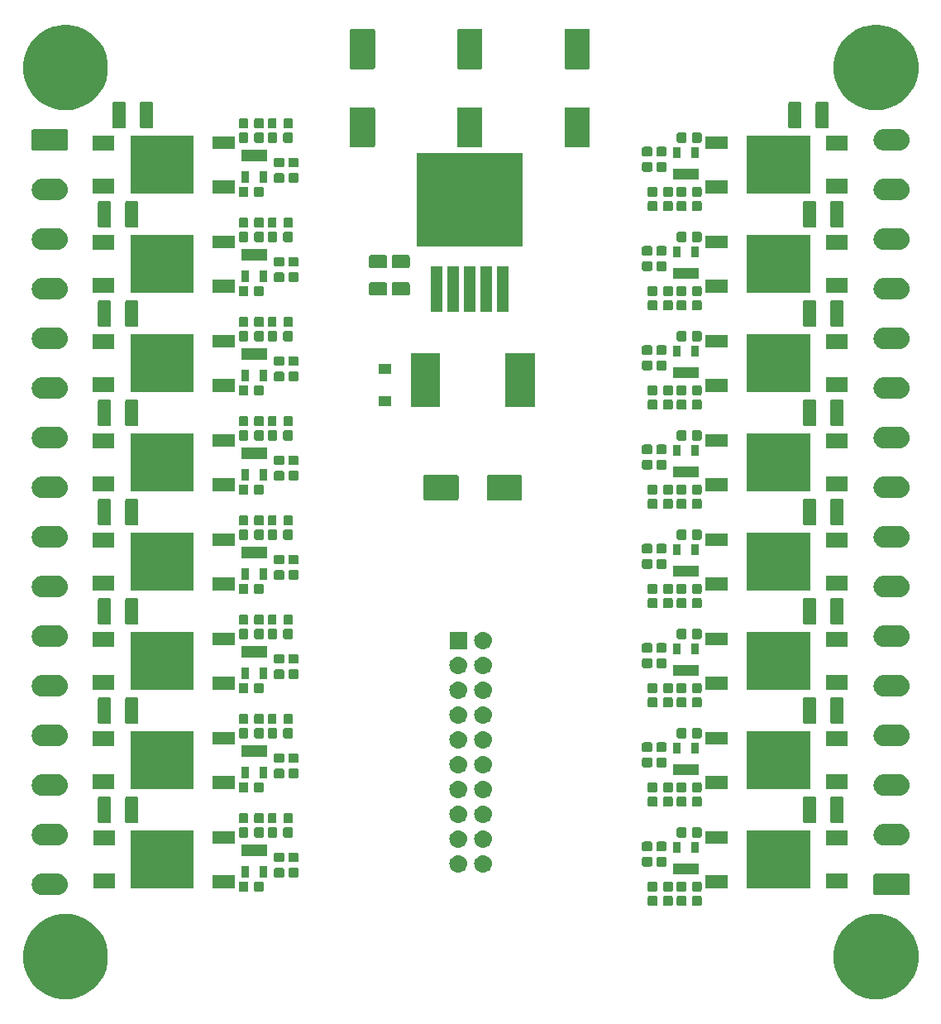
<source format=gbr>
G04 #@! TF.GenerationSoftware,KiCad,Pcbnew,(5.1.0)-1*
G04 #@! TF.CreationDate,2021-07-12T23:25:08+02:00*
G04 #@! TF.ProjectId,Magnetsteuerung_v2.1,4d61676e-6574-4737-9465-756572756e67,rev?*
G04 #@! TF.SameCoordinates,Original*
G04 #@! TF.FileFunction,Soldermask,Top*
G04 #@! TF.FilePolarity,Negative*
%FSLAX46Y46*%
G04 Gerber Fmt 4.6, Leading zero omitted, Abs format (unit mm)*
G04 Created by KiCad (PCBNEW (5.1.0)-1) date 2021-07-12 23:25:08*
%MOMM*%
%LPD*%
G04 APERTURE LIST*
%ADD10C,0.100000*%
G04 APERTURE END LIST*
D10*
G36*
X177048156Y-122172794D02*
G01*
X177769140Y-122316206D01*
X178560972Y-122644193D01*
X179273601Y-123120357D01*
X179879643Y-123726399D01*
X180355807Y-124439028D01*
X180683794Y-125230860D01*
X180851000Y-126071464D01*
X180851000Y-126928536D01*
X180683794Y-127769140D01*
X180355807Y-128560972D01*
X179879643Y-129273601D01*
X179273601Y-129879643D01*
X178560972Y-130355807D01*
X177769140Y-130683794D01*
X177048156Y-130827206D01*
X176928537Y-130851000D01*
X176071463Y-130851000D01*
X175951844Y-130827206D01*
X175230860Y-130683794D01*
X174439028Y-130355807D01*
X173726399Y-129879643D01*
X173120357Y-129273601D01*
X172644193Y-128560972D01*
X172316206Y-127769140D01*
X172149000Y-126928536D01*
X172149000Y-126071464D01*
X172316206Y-125230860D01*
X172644193Y-124439028D01*
X173120357Y-123726399D01*
X173726399Y-123120357D01*
X174439028Y-122644193D01*
X175230860Y-122316206D01*
X175951844Y-122172794D01*
X176071463Y-122149000D01*
X176928537Y-122149000D01*
X177048156Y-122172794D01*
X177048156Y-122172794D01*
G37*
G36*
X94048156Y-122172794D02*
G01*
X94769140Y-122316206D01*
X95560972Y-122644193D01*
X96273601Y-123120357D01*
X96879643Y-123726399D01*
X97355807Y-124439028D01*
X97683794Y-125230860D01*
X97851000Y-126071464D01*
X97851000Y-126928536D01*
X97683794Y-127769140D01*
X97355807Y-128560972D01*
X96879643Y-129273601D01*
X96273601Y-129879643D01*
X95560972Y-130355807D01*
X94769140Y-130683794D01*
X94048156Y-130827206D01*
X93928537Y-130851000D01*
X93071463Y-130851000D01*
X92951844Y-130827206D01*
X92230860Y-130683794D01*
X91439028Y-130355807D01*
X90726399Y-129879643D01*
X90120357Y-129273601D01*
X89644193Y-128560972D01*
X89316206Y-127769140D01*
X89149000Y-126928536D01*
X89149000Y-126071464D01*
X89316206Y-125230860D01*
X89644193Y-124439028D01*
X90120357Y-123726399D01*
X90726399Y-123120357D01*
X91439028Y-122644193D01*
X92230860Y-122316206D01*
X92951844Y-122172794D01*
X93071463Y-122149000D01*
X93928537Y-122149000D01*
X94048156Y-122172794D01*
X94048156Y-122172794D01*
G37*
G36*
X155539591Y-120268085D02*
G01*
X155573569Y-120278393D01*
X155604890Y-120295134D01*
X155632339Y-120317661D01*
X155654866Y-120345110D01*
X155671607Y-120376431D01*
X155681915Y-120410409D01*
X155686000Y-120451890D01*
X155686000Y-121128110D01*
X155681915Y-121169591D01*
X155671607Y-121203569D01*
X155654866Y-121234890D01*
X155632339Y-121262339D01*
X155604890Y-121284866D01*
X155573569Y-121301607D01*
X155539591Y-121311915D01*
X155498110Y-121316000D01*
X154896890Y-121316000D01*
X154855409Y-121311915D01*
X154821431Y-121301607D01*
X154790110Y-121284866D01*
X154762661Y-121262339D01*
X154740134Y-121234890D01*
X154723393Y-121203569D01*
X154713085Y-121169591D01*
X154709000Y-121128110D01*
X154709000Y-120451890D01*
X154713085Y-120410409D01*
X154723393Y-120376431D01*
X154740134Y-120345110D01*
X154762661Y-120317661D01*
X154790110Y-120295134D01*
X154821431Y-120278393D01*
X154855409Y-120268085D01*
X154896890Y-120264000D01*
X155498110Y-120264000D01*
X155539591Y-120268085D01*
X155539591Y-120268085D01*
G37*
G36*
X153964591Y-120268085D02*
G01*
X153998569Y-120278393D01*
X154029890Y-120295134D01*
X154057339Y-120317661D01*
X154079866Y-120345110D01*
X154096607Y-120376431D01*
X154106915Y-120410409D01*
X154111000Y-120451890D01*
X154111000Y-121128110D01*
X154106915Y-121169591D01*
X154096607Y-121203569D01*
X154079866Y-121234890D01*
X154057339Y-121262339D01*
X154029890Y-121284866D01*
X153998569Y-121301607D01*
X153964591Y-121311915D01*
X153923110Y-121316000D01*
X153321890Y-121316000D01*
X153280409Y-121311915D01*
X153246431Y-121301607D01*
X153215110Y-121284866D01*
X153187661Y-121262339D01*
X153165134Y-121234890D01*
X153148393Y-121203569D01*
X153138085Y-121169591D01*
X153134000Y-121128110D01*
X153134000Y-120451890D01*
X153138085Y-120410409D01*
X153148393Y-120376431D01*
X153165134Y-120345110D01*
X153187661Y-120317661D01*
X153215110Y-120295134D01*
X153246431Y-120278393D01*
X153280409Y-120268085D01*
X153321890Y-120264000D01*
X153923110Y-120264000D01*
X153964591Y-120268085D01*
X153964591Y-120268085D01*
G37*
G36*
X156924591Y-120268085D02*
G01*
X156958569Y-120278393D01*
X156989890Y-120295134D01*
X157017339Y-120317661D01*
X157039866Y-120345110D01*
X157056607Y-120376431D01*
X157066915Y-120410409D01*
X157071000Y-120451890D01*
X157071000Y-121128110D01*
X157066915Y-121169591D01*
X157056607Y-121203569D01*
X157039866Y-121234890D01*
X157017339Y-121262339D01*
X156989890Y-121284866D01*
X156958569Y-121301607D01*
X156924591Y-121311915D01*
X156883110Y-121316000D01*
X156281890Y-121316000D01*
X156240409Y-121311915D01*
X156206431Y-121301607D01*
X156175110Y-121284866D01*
X156147661Y-121262339D01*
X156125134Y-121234890D01*
X156108393Y-121203569D01*
X156098085Y-121169591D01*
X156094000Y-121128110D01*
X156094000Y-120451890D01*
X156098085Y-120410409D01*
X156108393Y-120376431D01*
X156125134Y-120345110D01*
X156147661Y-120317661D01*
X156175110Y-120295134D01*
X156206431Y-120278393D01*
X156240409Y-120268085D01*
X156281890Y-120264000D01*
X156883110Y-120264000D01*
X156924591Y-120268085D01*
X156924591Y-120268085D01*
G37*
G36*
X158499591Y-120268085D02*
G01*
X158533569Y-120278393D01*
X158564890Y-120295134D01*
X158592339Y-120317661D01*
X158614866Y-120345110D01*
X158631607Y-120376431D01*
X158641915Y-120410409D01*
X158646000Y-120451890D01*
X158646000Y-121128110D01*
X158641915Y-121169591D01*
X158631607Y-121203569D01*
X158614866Y-121234890D01*
X158592339Y-121262339D01*
X158564890Y-121284866D01*
X158533569Y-121301607D01*
X158499591Y-121311915D01*
X158458110Y-121316000D01*
X157856890Y-121316000D01*
X157815409Y-121311915D01*
X157781431Y-121301607D01*
X157750110Y-121284866D01*
X157722661Y-121262339D01*
X157700134Y-121234890D01*
X157683393Y-121203569D01*
X157673085Y-121169591D01*
X157669000Y-121128110D01*
X157669000Y-120451890D01*
X157673085Y-120410409D01*
X157683393Y-120376431D01*
X157700134Y-120345110D01*
X157722661Y-120317661D01*
X157750110Y-120295134D01*
X157781431Y-120278393D01*
X157815409Y-120268085D01*
X157856890Y-120264000D01*
X158458110Y-120264000D01*
X158499591Y-120268085D01*
X158499591Y-120268085D01*
G37*
G36*
X92873871Y-118024786D02*
G01*
X92984780Y-118058430D01*
X93075054Y-118085814D01*
X93079530Y-118087172D01*
X93269055Y-118188475D01*
X93269058Y-118188477D01*
X93269059Y-118188478D01*
X93435186Y-118324814D01*
X93571522Y-118490941D01*
X93571525Y-118490945D01*
X93672828Y-118680470D01*
X93735214Y-118886129D01*
X93756278Y-119100000D01*
X93735214Y-119313871D01*
X93735213Y-119313873D01*
X93681483Y-119491000D01*
X93672828Y-119519530D01*
X93571525Y-119709055D01*
X93571523Y-119709058D01*
X93571522Y-119709059D01*
X93435186Y-119875186D01*
X93307583Y-119979906D01*
X93269055Y-120011525D01*
X93079530Y-120112828D01*
X93079527Y-120112829D01*
X93068058Y-120116308D01*
X92873871Y-120175214D01*
X92713591Y-120191000D01*
X91086409Y-120191000D01*
X90926129Y-120175214D01*
X90731942Y-120116308D01*
X90720473Y-120112829D01*
X90720470Y-120112828D01*
X90530945Y-120011525D01*
X90492417Y-119979906D01*
X90364814Y-119875186D01*
X90228478Y-119709059D01*
X90228477Y-119709058D01*
X90228475Y-119709055D01*
X90127172Y-119519530D01*
X90118518Y-119491000D01*
X90064787Y-119313873D01*
X90064786Y-119313871D01*
X90043722Y-119100000D01*
X90064786Y-118886129D01*
X90127172Y-118680470D01*
X90228475Y-118490945D01*
X90228478Y-118490941D01*
X90364814Y-118324814D01*
X90530941Y-118188478D01*
X90530942Y-118188477D01*
X90530945Y-118188475D01*
X90720470Y-118087172D01*
X90724947Y-118085814D01*
X90815220Y-118058430D01*
X90926129Y-118024786D01*
X91086409Y-118009000D01*
X92713591Y-118009000D01*
X92873871Y-118024786D01*
X92873871Y-118024786D01*
G37*
G36*
X179816217Y-118012808D02*
G01*
X179847489Y-118022294D01*
X179876308Y-118037698D01*
X179901570Y-118058430D01*
X179922302Y-118083692D01*
X179937706Y-118112511D01*
X179947192Y-118143783D01*
X179951000Y-118182448D01*
X179951000Y-120017552D01*
X179947192Y-120056217D01*
X179937706Y-120087489D01*
X179922302Y-120116308D01*
X179901570Y-120141570D01*
X179876308Y-120162302D01*
X179847489Y-120177706D01*
X179816217Y-120187192D01*
X179777552Y-120191000D01*
X176422448Y-120191000D01*
X176383783Y-120187192D01*
X176352511Y-120177706D01*
X176323692Y-120162302D01*
X176298430Y-120141570D01*
X176277698Y-120116308D01*
X176262294Y-120087489D01*
X176252808Y-120056217D01*
X176249000Y-120017552D01*
X176249000Y-118182448D01*
X176252808Y-118143783D01*
X176262294Y-118112511D01*
X176277698Y-118083692D01*
X176298430Y-118058430D01*
X176323692Y-118037698D01*
X176352511Y-118022294D01*
X176383783Y-118012808D01*
X176422448Y-118009000D01*
X179777552Y-118009000D01*
X179816217Y-118012808D01*
X179816217Y-118012808D01*
G37*
G36*
X112084591Y-118808085D02*
G01*
X112118569Y-118818393D01*
X112149890Y-118835134D01*
X112177339Y-118857661D01*
X112199866Y-118885110D01*
X112216607Y-118916431D01*
X112226915Y-118950409D01*
X112231000Y-118991890D01*
X112231000Y-119668110D01*
X112226915Y-119709591D01*
X112216607Y-119743569D01*
X112199866Y-119774890D01*
X112177339Y-119802339D01*
X112149890Y-119824866D01*
X112118569Y-119841607D01*
X112084591Y-119851915D01*
X112043110Y-119856000D01*
X111441890Y-119856000D01*
X111400409Y-119851915D01*
X111366431Y-119841607D01*
X111335110Y-119824866D01*
X111307661Y-119802339D01*
X111285134Y-119774890D01*
X111268393Y-119743569D01*
X111258085Y-119709591D01*
X111254000Y-119668110D01*
X111254000Y-118991890D01*
X111258085Y-118950409D01*
X111268393Y-118916431D01*
X111285134Y-118885110D01*
X111307661Y-118857661D01*
X111335110Y-118835134D01*
X111366431Y-118818393D01*
X111400409Y-118808085D01*
X111441890Y-118804000D01*
X112043110Y-118804000D01*
X112084591Y-118808085D01*
X112084591Y-118808085D01*
G37*
G36*
X113659591Y-118808085D02*
G01*
X113693569Y-118818393D01*
X113724890Y-118835134D01*
X113752339Y-118857661D01*
X113774866Y-118885110D01*
X113791607Y-118916431D01*
X113801915Y-118950409D01*
X113806000Y-118991890D01*
X113806000Y-119668110D01*
X113801915Y-119709591D01*
X113791607Y-119743569D01*
X113774866Y-119774890D01*
X113752339Y-119802339D01*
X113724890Y-119824866D01*
X113693569Y-119841607D01*
X113659591Y-119851915D01*
X113618110Y-119856000D01*
X113016890Y-119856000D01*
X112975409Y-119851915D01*
X112941431Y-119841607D01*
X112910110Y-119824866D01*
X112882661Y-119802339D01*
X112860134Y-119774890D01*
X112843393Y-119743569D01*
X112833085Y-119709591D01*
X112829000Y-119668110D01*
X112829000Y-118991890D01*
X112833085Y-118950409D01*
X112843393Y-118916431D01*
X112860134Y-118885110D01*
X112882661Y-118857661D01*
X112910110Y-118835134D01*
X112941431Y-118818393D01*
X112975409Y-118808085D01*
X113016890Y-118804000D01*
X113618110Y-118804000D01*
X113659591Y-118808085D01*
X113659591Y-118808085D01*
G37*
G36*
X153964591Y-118808085D02*
G01*
X153998569Y-118818393D01*
X154029890Y-118835134D01*
X154057339Y-118857661D01*
X154079866Y-118885110D01*
X154096607Y-118916431D01*
X154106915Y-118950409D01*
X154111000Y-118991890D01*
X154111000Y-119668110D01*
X154106915Y-119709591D01*
X154096607Y-119743569D01*
X154079866Y-119774890D01*
X154057339Y-119802339D01*
X154029890Y-119824866D01*
X153998569Y-119841607D01*
X153964591Y-119851915D01*
X153923110Y-119856000D01*
X153321890Y-119856000D01*
X153280409Y-119851915D01*
X153246431Y-119841607D01*
X153215110Y-119824866D01*
X153187661Y-119802339D01*
X153165134Y-119774890D01*
X153148393Y-119743569D01*
X153138085Y-119709591D01*
X153134000Y-119668110D01*
X153134000Y-118991890D01*
X153138085Y-118950409D01*
X153148393Y-118916431D01*
X153165134Y-118885110D01*
X153187661Y-118857661D01*
X153215110Y-118835134D01*
X153246431Y-118818393D01*
X153280409Y-118808085D01*
X153321890Y-118804000D01*
X153923110Y-118804000D01*
X153964591Y-118808085D01*
X153964591Y-118808085D01*
G37*
G36*
X155539591Y-118808085D02*
G01*
X155573569Y-118818393D01*
X155604890Y-118835134D01*
X155632339Y-118857661D01*
X155654866Y-118885110D01*
X155671607Y-118916431D01*
X155681915Y-118950409D01*
X155686000Y-118991890D01*
X155686000Y-119668110D01*
X155681915Y-119709591D01*
X155671607Y-119743569D01*
X155654866Y-119774890D01*
X155632339Y-119802339D01*
X155604890Y-119824866D01*
X155573569Y-119841607D01*
X155539591Y-119851915D01*
X155498110Y-119856000D01*
X154896890Y-119856000D01*
X154855409Y-119851915D01*
X154821431Y-119841607D01*
X154790110Y-119824866D01*
X154762661Y-119802339D01*
X154740134Y-119774890D01*
X154723393Y-119743569D01*
X154713085Y-119709591D01*
X154709000Y-119668110D01*
X154709000Y-118991890D01*
X154713085Y-118950409D01*
X154723393Y-118916431D01*
X154740134Y-118885110D01*
X154762661Y-118857661D01*
X154790110Y-118835134D01*
X154821431Y-118818393D01*
X154855409Y-118808085D01*
X154896890Y-118804000D01*
X155498110Y-118804000D01*
X155539591Y-118808085D01*
X155539591Y-118808085D01*
G37*
G36*
X156924591Y-118808085D02*
G01*
X156958569Y-118818393D01*
X156989890Y-118835134D01*
X157017339Y-118857661D01*
X157039866Y-118885110D01*
X157056607Y-118916431D01*
X157066915Y-118950409D01*
X157071000Y-118991890D01*
X157071000Y-119668110D01*
X157066915Y-119709591D01*
X157056607Y-119743569D01*
X157039866Y-119774890D01*
X157017339Y-119802339D01*
X156989890Y-119824866D01*
X156958569Y-119841607D01*
X156924591Y-119851915D01*
X156883110Y-119856000D01*
X156281890Y-119856000D01*
X156240409Y-119851915D01*
X156206431Y-119841607D01*
X156175110Y-119824866D01*
X156147661Y-119802339D01*
X156125134Y-119774890D01*
X156108393Y-119743569D01*
X156098085Y-119709591D01*
X156094000Y-119668110D01*
X156094000Y-118991890D01*
X156098085Y-118950409D01*
X156108393Y-118916431D01*
X156125134Y-118885110D01*
X156147661Y-118857661D01*
X156175110Y-118835134D01*
X156206431Y-118818393D01*
X156240409Y-118808085D01*
X156281890Y-118804000D01*
X156883110Y-118804000D01*
X156924591Y-118808085D01*
X156924591Y-118808085D01*
G37*
G36*
X158499591Y-118808085D02*
G01*
X158533569Y-118818393D01*
X158564890Y-118835134D01*
X158592339Y-118857661D01*
X158614866Y-118885110D01*
X158631607Y-118916431D01*
X158641915Y-118950409D01*
X158646000Y-118991890D01*
X158646000Y-119668110D01*
X158641915Y-119709591D01*
X158631607Y-119743569D01*
X158614866Y-119774890D01*
X158592339Y-119802339D01*
X158564890Y-119824866D01*
X158533569Y-119841607D01*
X158499591Y-119851915D01*
X158458110Y-119856000D01*
X157856890Y-119856000D01*
X157815409Y-119851915D01*
X157781431Y-119841607D01*
X157750110Y-119824866D01*
X157722661Y-119802339D01*
X157700134Y-119774890D01*
X157683393Y-119743569D01*
X157673085Y-119709591D01*
X157669000Y-119668110D01*
X157669000Y-118991890D01*
X157673085Y-118950409D01*
X157683393Y-118916431D01*
X157700134Y-118885110D01*
X157722661Y-118857661D01*
X157750110Y-118835134D01*
X157781431Y-118818393D01*
X157815409Y-118808085D01*
X157856890Y-118804000D01*
X158458110Y-118804000D01*
X158499591Y-118808085D01*
X158499591Y-118808085D01*
G37*
G36*
X169751000Y-119511000D02*
G01*
X163249000Y-119511000D01*
X163249000Y-113609000D01*
X169751000Y-113609000D01*
X169751000Y-119511000D01*
X169751000Y-119511000D01*
G37*
G36*
X98601000Y-119511000D02*
G01*
X96399000Y-119511000D01*
X96399000Y-118009000D01*
X98601000Y-118009000D01*
X98601000Y-119511000D01*
X98601000Y-119511000D01*
G37*
G36*
X173601000Y-119511000D02*
G01*
X171399000Y-119511000D01*
X171399000Y-118009000D01*
X173601000Y-118009000D01*
X173601000Y-119511000D01*
X173601000Y-119511000D01*
G37*
G36*
X106651000Y-119511000D02*
G01*
X100149000Y-119511000D01*
X100149000Y-113609000D01*
X106651000Y-113609000D01*
X106651000Y-119511000D01*
X106651000Y-119511000D01*
G37*
G36*
X161351000Y-119491000D02*
G01*
X159049000Y-119491000D01*
X159049000Y-118189000D01*
X161351000Y-118189000D01*
X161351000Y-119491000D01*
X161351000Y-119491000D01*
G37*
G36*
X110851000Y-119491000D02*
G01*
X108549000Y-119491000D01*
X108549000Y-118189000D01*
X110851000Y-118189000D01*
X110851000Y-119491000D01*
X110851000Y-119491000D01*
G37*
G36*
X117219591Y-117423085D02*
G01*
X117253569Y-117433393D01*
X117284890Y-117450134D01*
X117312339Y-117472661D01*
X117334866Y-117500110D01*
X117351607Y-117531431D01*
X117361915Y-117565409D01*
X117366000Y-117606890D01*
X117366000Y-118208110D01*
X117361915Y-118249591D01*
X117351607Y-118283569D01*
X117334866Y-118314890D01*
X117312339Y-118342339D01*
X117284890Y-118364866D01*
X117253569Y-118381607D01*
X117219591Y-118391915D01*
X117178110Y-118396000D01*
X116501890Y-118396000D01*
X116460409Y-118391915D01*
X116426431Y-118381607D01*
X116395110Y-118364866D01*
X116367661Y-118342339D01*
X116345134Y-118314890D01*
X116328393Y-118283569D01*
X116318085Y-118249591D01*
X116314000Y-118208110D01*
X116314000Y-117606890D01*
X116318085Y-117565409D01*
X116328393Y-117531431D01*
X116345134Y-117500110D01*
X116367661Y-117472661D01*
X116395110Y-117450134D01*
X116426431Y-117433393D01*
X116460409Y-117423085D01*
X116501890Y-117419000D01*
X117178110Y-117419000D01*
X117219591Y-117423085D01*
X117219591Y-117423085D01*
G37*
G36*
X115759591Y-117423085D02*
G01*
X115793569Y-117433393D01*
X115824890Y-117450134D01*
X115852339Y-117472661D01*
X115874866Y-117500110D01*
X115891607Y-117531431D01*
X115901915Y-117565409D01*
X115906000Y-117606890D01*
X115906000Y-118208110D01*
X115901915Y-118249591D01*
X115891607Y-118283569D01*
X115874866Y-118314890D01*
X115852339Y-118342339D01*
X115824890Y-118364866D01*
X115793569Y-118381607D01*
X115759591Y-118391915D01*
X115718110Y-118396000D01*
X115041890Y-118396000D01*
X115000409Y-118391915D01*
X114966431Y-118381607D01*
X114935110Y-118364866D01*
X114907661Y-118342339D01*
X114885134Y-118314890D01*
X114868393Y-118283569D01*
X114858085Y-118249591D01*
X114854000Y-118208110D01*
X114854000Y-117606890D01*
X114858085Y-117565409D01*
X114868393Y-117531431D01*
X114885134Y-117500110D01*
X114907661Y-117472661D01*
X114935110Y-117450134D01*
X114966431Y-117433393D01*
X115000409Y-117423085D01*
X115041890Y-117419000D01*
X115718110Y-117419000D01*
X115759591Y-117423085D01*
X115759591Y-117423085D01*
G37*
G36*
X114176000Y-118381000D02*
G01*
X113424000Y-118381000D01*
X113424000Y-117219000D01*
X114176000Y-117219000D01*
X114176000Y-118381000D01*
X114176000Y-118381000D01*
G37*
G36*
X112276000Y-118381000D02*
G01*
X111524000Y-118381000D01*
X111524000Y-117219000D01*
X112276000Y-117219000D01*
X112276000Y-118381000D01*
X112276000Y-118381000D01*
G37*
G36*
X158376000Y-118101000D02*
G01*
X155724000Y-118101000D01*
X155724000Y-116939000D01*
X158376000Y-116939000D01*
X158376000Y-118101000D01*
X158376000Y-118101000D01*
G37*
G36*
X133835443Y-116110519D02*
G01*
X133901627Y-116117037D01*
X134071466Y-116168557D01*
X134227991Y-116252222D01*
X134263729Y-116281552D01*
X134365186Y-116364814D01*
X134448448Y-116466271D01*
X134477778Y-116502009D01*
X134477779Y-116502011D01*
X134547854Y-116633110D01*
X134561443Y-116658534D01*
X134612963Y-116828373D01*
X134630359Y-117005000D01*
X134612963Y-117181627D01*
X134561443Y-117351466D01*
X134477778Y-117507991D01*
X134458541Y-117531431D01*
X134365186Y-117645186D01*
X134263729Y-117728448D01*
X134227991Y-117757778D01*
X134071466Y-117841443D01*
X133901627Y-117892963D01*
X133835443Y-117899481D01*
X133769260Y-117906000D01*
X133680740Y-117906000D01*
X133614557Y-117899481D01*
X133548373Y-117892963D01*
X133378534Y-117841443D01*
X133222009Y-117757778D01*
X133186271Y-117728448D01*
X133084814Y-117645186D01*
X132991459Y-117531431D01*
X132972222Y-117507991D01*
X132888557Y-117351466D01*
X132837037Y-117181627D01*
X132819641Y-117005000D01*
X132837037Y-116828373D01*
X132888557Y-116658534D01*
X132902147Y-116633110D01*
X132972221Y-116502011D01*
X132972222Y-116502009D01*
X133001552Y-116466271D01*
X133084814Y-116364814D01*
X133186271Y-116281552D01*
X133222009Y-116252222D01*
X133378534Y-116168557D01*
X133548373Y-116117037D01*
X133614557Y-116110519D01*
X133680740Y-116104000D01*
X133769260Y-116104000D01*
X133835443Y-116110519D01*
X133835443Y-116110519D01*
G37*
G36*
X136375443Y-116110519D02*
G01*
X136441627Y-116117037D01*
X136611466Y-116168557D01*
X136767991Y-116252222D01*
X136803729Y-116281552D01*
X136905186Y-116364814D01*
X136988448Y-116466271D01*
X137017778Y-116502009D01*
X137017779Y-116502011D01*
X137087854Y-116633110D01*
X137101443Y-116658534D01*
X137152963Y-116828373D01*
X137170359Y-117005000D01*
X137152963Y-117181627D01*
X137101443Y-117351466D01*
X137017778Y-117507991D01*
X136998541Y-117531431D01*
X136905186Y-117645186D01*
X136803729Y-117728448D01*
X136767991Y-117757778D01*
X136611466Y-117841443D01*
X136441627Y-117892963D01*
X136375443Y-117899481D01*
X136309260Y-117906000D01*
X136220740Y-117906000D01*
X136154557Y-117899481D01*
X136088373Y-117892963D01*
X135918534Y-117841443D01*
X135762009Y-117757778D01*
X135726271Y-117728448D01*
X135624814Y-117645186D01*
X135531459Y-117531431D01*
X135512222Y-117507991D01*
X135428557Y-117351466D01*
X135377037Y-117181627D01*
X135359641Y-117005000D01*
X135377037Y-116828373D01*
X135428557Y-116658534D01*
X135442147Y-116633110D01*
X135512221Y-116502011D01*
X135512222Y-116502009D01*
X135541552Y-116466271D01*
X135624814Y-116364814D01*
X135726271Y-116281552D01*
X135762009Y-116252222D01*
X135918534Y-116168557D01*
X136088373Y-116117037D01*
X136154557Y-116110519D01*
X136220740Y-116104000D01*
X136309260Y-116104000D01*
X136375443Y-116110519D01*
X136375443Y-116110519D01*
G37*
G36*
X153439591Y-116303085D02*
G01*
X153473569Y-116313393D01*
X153504890Y-116330134D01*
X153532339Y-116352661D01*
X153554866Y-116380110D01*
X153571607Y-116411431D01*
X153581915Y-116445409D01*
X153586000Y-116486890D01*
X153586000Y-117088110D01*
X153581915Y-117129591D01*
X153571607Y-117163569D01*
X153554866Y-117194890D01*
X153532339Y-117222339D01*
X153504890Y-117244866D01*
X153473569Y-117261607D01*
X153439591Y-117271915D01*
X153398110Y-117276000D01*
X152721890Y-117276000D01*
X152680409Y-117271915D01*
X152646431Y-117261607D01*
X152615110Y-117244866D01*
X152587661Y-117222339D01*
X152565134Y-117194890D01*
X152548393Y-117163569D01*
X152538085Y-117129591D01*
X152534000Y-117088110D01*
X152534000Y-116486890D01*
X152538085Y-116445409D01*
X152548393Y-116411431D01*
X152565134Y-116380110D01*
X152587661Y-116352661D01*
X152615110Y-116330134D01*
X152646431Y-116313393D01*
X152680409Y-116303085D01*
X152721890Y-116299000D01*
X153398110Y-116299000D01*
X153439591Y-116303085D01*
X153439591Y-116303085D01*
G37*
G36*
X154899591Y-116303085D02*
G01*
X154933569Y-116313393D01*
X154964890Y-116330134D01*
X154992339Y-116352661D01*
X155014866Y-116380110D01*
X155031607Y-116411431D01*
X155041915Y-116445409D01*
X155046000Y-116486890D01*
X155046000Y-117088110D01*
X155041915Y-117129591D01*
X155031607Y-117163569D01*
X155014866Y-117194890D01*
X154992339Y-117222339D01*
X154964890Y-117244866D01*
X154933569Y-117261607D01*
X154899591Y-117271915D01*
X154858110Y-117276000D01*
X154181890Y-117276000D01*
X154140409Y-117271915D01*
X154106431Y-117261607D01*
X154075110Y-117244866D01*
X154047661Y-117222339D01*
X154025134Y-117194890D01*
X154008393Y-117163569D01*
X153998085Y-117129591D01*
X153994000Y-117088110D01*
X153994000Y-116486890D01*
X153998085Y-116445409D01*
X154008393Y-116411431D01*
X154025134Y-116380110D01*
X154047661Y-116352661D01*
X154075110Y-116330134D01*
X154106431Y-116313393D01*
X154140409Y-116303085D01*
X154181890Y-116299000D01*
X154858110Y-116299000D01*
X154899591Y-116303085D01*
X154899591Y-116303085D01*
G37*
G36*
X117219591Y-115848085D02*
G01*
X117253569Y-115858393D01*
X117284890Y-115875134D01*
X117312339Y-115897661D01*
X117334866Y-115925110D01*
X117351607Y-115956431D01*
X117361915Y-115990409D01*
X117366000Y-116031890D01*
X117366000Y-116633110D01*
X117361915Y-116674591D01*
X117351607Y-116708569D01*
X117334866Y-116739890D01*
X117312339Y-116767339D01*
X117284890Y-116789866D01*
X117253569Y-116806607D01*
X117219591Y-116816915D01*
X117178110Y-116821000D01*
X116501890Y-116821000D01*
X116460409Y-116816915D01*
X116426431Y-116806607D01*
X116395110Y-116789866D01*
X116367661Y-116767339D01*
X116345134Y-116739890D01*
X116328393Y-116708569D01*
X116318085Y-116674591D01*
X116314000Y-116633110D01*
X116314000Y-116031890D01*
X116318085Y-115990409D01*
X116328393Y-115956431D01*
X116345134Y-115925110D01*
X116367661Y-115897661D01*
X116395110Y-115875134D01*
X116426431Y-115858393D01*
X116460409Y-115848085D01*
X116501890Y-115844000D01*
X117178110Y-115844000D01*
X117219591Y-115848085D01*
X117219591Y-115848085D01*
G37*
G36*
X115759591Y-115848085D02*
G01*
X115793569Y-115858393D01*
X115824890Y-115875134D01*
X115852339Y-115897661D01*
X115874866Y-115925110D01*
X115891607Y-115956431D01*
X115901915Y-115990409D01*
X115906000Y-116031890D01*
X115906000Y-116633110D01*
X115901915Y-116674591D01*
X115891607Y-116708569D01*
X115874866Y-116739890D01*
X115852339Y-116767339D01*
X115824890Y-116789866D01*
X115793569Y-116806607D01*
X115759591Y-116816915D01*
X115718110Y-116821000D01*
X115041890Y-116821000D01*
X115000409Y-116816915D01*
X114966431Y-116806607D01*
X114935110Y-116789866D01*
X114907661Y-116767339D01*
X114885134Y-116739890D01*
X114868393Y-116708569D01*
X114858085Y-116674591D01*
X114854000Y-116633110D01*
X114854000Y-116031890D01*
X114858085Y-115990409D01*
X114868393Y-115956431D01*
X114885134Y-115925110D01*
X114907661Y-115897661D01*
X114935110Y-115875134D01*
X114966431Y-115858393D01*
X115000409Y-115848085D01*
X115041890Y-115844000D01*
X115718110Y-115844000D01*
X115759591Y-115848085D01*
X115759591Y-115848085D01*
G37*
G36*
X114176000Y-116181000D02*
G01*
X111524000Y-116181000D01*
X111524000Y-115019000D01*
X114176000Y-115019000D01*
X114176000Y-116181000D01*
X114176000Y-116181000D01*
G37*
G36*
X156476000Y-115901000D02*
G01*
X155724000Y-115901000D01*
X155724000Y-114739000D01*
X156476000Y-114739000D01*
X156476000Y-115901000D01*
X156476000Y-115901000D01*
G37*
G36*
X158376000Y-115901000D02*
G01*
X157624000Y-115901000D01*
X157624000Y-114739000D01*
X158376000Y-114739000D01*
X158376000Y-115901000D01*
X158376000Y-115901000D01*
G37*
G36*
X154899591Y-114728085D02*
G01*
X154933569Y-114738393D01*
X154964890Y-114755134D01*
X154992339Y-114777661D01*
X155014866Y-114805110D01*
X155031607Y-114836431D01*
X155041915Y-114870409D01*
X155046000Y-114911890D01*
X155046000Y-115513110D01*
X155041915Y-115554591D01*
X155031607Y-115588569D01*
X155014866Y-115619890D01*
X154992339Y-115647339D01*
X154964890Y-115669866D01*
X154933569Y-115686607D01*
X154899591Y-115696915D01*
X154858110Y-115701000D01*
X154181890Y-115701000D01*
X154140409Y-115696915D01*
X154106431Y-115686607D01*
X154075110Y-115669866D01*
X154047661Y-115647339D01*
X154025134Y-115619890D01*
X154008393Y-115588569D01*
X153998085Y-115554591D01*
X153994000Y-115513110D01*
X153994000Y-114911890D01*
X153998085Y-114870409D01*
X154008393Y-114836431D01*
X154025134Y-114805110D01*
X154047661Y-114777661D01*
X154075110Y-114755134D01*
X154106431Y-114738393D01*
X154140409Y-114728085D01*
X154181890Y-114724000D01*
X154858110Y-114724000D01*
X154899591Y-114728085D01*
X154899591Y-114728085D01*
G37*
G36*
X153439591Y-114728085D02*
G01*
X153473569Y-114738393D01*
X153504890Y-114755134D01*
X153532339Y-114777661D01*
X153554866Y-114805110D01*
X153571607Y-114836431D01*
X153581915Y-114870409D01*
X153586000Y-114911890D01*
X153586000Y-115513110D01*
X153581915Y-115554591D01*
X153571607Y-115588569D01*
X153554866Y-115619890D01*
X153532339Y-115647339D01*
X153504890Y-115669866D01*
X153473569Y-115686607D01*
X153439591Y-115696915D01*
X153398110Y-115701000D01*
X152721890Y-115701000D01*
X152680409Y-115696915D01*
X152646431Y-115686607D01*
X152615110Y-115669866D01*
X152587661Y-115647339D01*
X152565134Y-115619890D01*
X152548393Y-115588569D01*
X152538085Y-115554591D01*
X152534000Y-115513110D01*
X152534000Y-114911890D01*
X152538085Y-114870409D01*
X152548393Y-114836431D01*
X152565134Y-114805110D01*
X152587661Y-114777661D01*
X152615110Y-114755134D01*
X152646431Y-114738393D01*
X152680409Y-114728085D01*
X152721890Y-114724000D01*
X153398110Y-114724000D01*
X153439591Y-114728085D01*
X153439591Y-114728085D01*
G37*
G36*
X133835443Y-113570519D02*
G01*
X133901627Y-113577037D01*
X134071466Y-113628557D01*
X134227991Y-113712222D01*
X134263729Y-113741552D01*
X134365186Y-113824814D01*
X134448448Y-113926271D01*
X134477778Y-113962009D01*
X134561443Y-114118534D01*
X134612963Y-114288373D01*
X134630359Y-114465000D01*
X134612963Y-114641627D01*
X134561443Y-114811466D01*
X134477778Y-114967991D01*
X134477565Y-114968250D01*
X134365186Y-115105186D01*
X134263729Y-115188448D01*
X134227991Y-115217778D01*
X134071466Y-115301443D01*
X133901627Y-115352963D01*
X133835443Y-115359481D01*
X133769260Y-115366000D01*
X133680740Y-115366000D01*
X133614557Y-115359481D01*
X133548373Y-115352963D01*
X133378534Y-115301443D01*
X133222009Y-115217778D01*
X133186271Y-115188448D01*
X133084814Y-115105186D01*
X132972435Y-114968250D01*
X132972222Y-114967991D01*
X132888557Y-114811466D01*
X132837037Y-114641627D01*
X132819641Y-114465000D01*
X132837037Y-114288373D01*
X132888557Y-114118534D01*
X132972222Y-113962009D01*
X133001552Y-113926271D01*
X133084814Y-113824814D01*
X133186271Y-113741552D01*
X133222009Y-113712222D01*
X133378534Y-113628557D01*
X133548373Y-113577037D01*
X133614557Y-113570519D01*
X133680740Y-113564000D01*
X133769260Y-113564000D01*
X133835443Y-113570519D01*
X133835443Y-113570519D01*
G37*
G36*
X136375443Y-113570519D02*
G01*
X136441627Y-113577037D01*
X136611466Y-113628557D01*
X136767991Y-113712222D01*
X136803729Y-113741552D01*
X136905186Y-113824814D01*
X136988448Y-113926271D01*
X137017778Y-113962009D01*
X137101443Y-114118534D01*
X137152963Y-114288373D01*
X137170359Y-114465000D01*
X137152963Y-114641627D01*
X137101443Y-114811466D01*
X137017778Y-114967991D01*
X137017565Y-114968250D01*
X136905186Y-115105186D01*
X136803729Y-115188448D01*
X136767991Y-115217778D01*
X136611466Y-115301443D01*
X136441627Y-115352963D01*
X136375443Y-115359481D01*
X136309260Y-115366000D01*
X136220740Y-115366000D01*
X136154557Y-115359481D01*
X136088373Y-115352963D01*
X135918534Y-115301443D01*
X135762009Y-115217778D01*
X135726271Y-115188448D01*
X135624814Y-115105186D01*
X135512435Y-114968250D01*
X135512222Y-114967991D01*
X135428557Y-114811466D01*
X135377037Y-114641627D01*
X135359641Y-114465000D01*
X135377037Y-114288373D01*
X135428557Y-114118534D01*
X135512222Y-113962009D01*
X135541552Y-113926271D01*
X135624814Y-113824814D01*
X135726271Y-113741552D01*
X135762009Y-113712222D01*
X135918534Y-113628557D01*
X136088373Y-113577037D01*
X136154557Y-113570519D01*
X136220740Y-113564000D01*
X136309260Y-113564000D01*
X136375443Y-113570519D01*
X136375443Y-113570519D01*
G37*
G36*
X98601000Y-115111000D02*
G01*
X96399000Y-115111000D01*
X96399000Y-113609000D01*
X98601000Y-113609000D01*
X98601000Y-115111000D01*
X98601000Y-115111000D01*
G37*
G36*
X92873871Y-112944786D02*
G01*
X93079530Y-113007172D01*
X93269055Y-113108475D01*
X93269058Y-113108477D01*
X93269059Y-113108478D01*
X93435186Y-113244814D01*
X93571085Y-113410409D01*
X93571525Y-113410945D01*
X93672828Y-113600470D01*
X93672829Y-113600473D01*
X93684442Y-113638755D01*
X93735214Y-113806129D01*
X93756278Y-114020000D01*
X93735214Y-114233871D01*
X93672828Y-114439530D01*
X93571525Y-114629055D01*
X93571523Y-114629058D01*
X93571522Y-114629059D01*
X93435186Y-114795186D01*
X93269695Y-114931000D01*
X93269055Y-114931525D01*
X93079530Y-115032828D01*
X92873871Y-115095214D01*
X92713591Y-115111000D01*
X91086409Y-115111000D01*
X90926129Y-115095214D01*
X90720470Y-115032828D01*
X90530945Y-114931525D01*
X90530305Y-114931000D01*
X90364814Y-114795186D01*
X90228478Y-114629059D01*
X90228477Y-114629058D01*
X90228475Y-114629055D01*
X90127172Y-114439530D01*
X90064786Y-114233871D01*
X90043722Y-114020000D01*
X90064786Y-113806129D01*
X90115558Y-113638755D01*
X90127171Y-113600473D01*
X90127172Y-113600470D01*
X90228475Y-113410945D01*
X90228915Y-113410409D01*
X90364814Y-113244814D01*
X90530941Y-113108478D01*
X90530942Y-113108477D01*
X90530945Y-113108475D01*
X90720470Y-113007172D01*
X90926129Y-112944786D01*
X91086409Y-112929000D01*
X92713591Y-112929000D01*
X92873871Y-112944786D01*
X92873871Y-112944786D01*
G37*
G36*
X173601000Y-115111000D02*
G01*
X171399000Y-115111000D01*
X171399000Y-113609000D01*
X173601000Y-113609000D01*
X173601000Y-115111000D01*
X173601000Y-115111000D01*
G37*
G36*
X179073871Y-112944786D02*
G01*
X179279530Y-113007172D01*
X179469055Y-113108475D01*
X179469058Y-113108477D01*
X179469059Y-113108478D01*
X179635186Y-113244814D01*
X179771085Y-113410409D01*
X179771525Y-113410945D01*
X179872828Y-113600470D01*
X179872829Y-113600473D01*
X179884442Y-113638755D01*
X179935214Y-113806129D01*
X179956278Y-114020000D01*
X179935214Y-114233871D01*
X179872828Y-114439530D01*
X179771525Y-114629055D01*
X179771523Y-114629058D01*
X179771522Y-114629059D01*
X179635186Y-114795186D01*
X179469695Y-114931000D01*
X179469055Y-114931525D01*
X179279530Y-115032828D01*
X179073871Y-115095214D01*
X178913591Y-115111000D01*
X177286409Y-115111000D01*
X177126129Y-115095214D01*
X176920470Y-115032828D01*
X176730945Y-114931525D01*
X176730305Y-114931000D01*
X176564814Y-114795186D01*
X176428478Y-114629059D01*
X176428477Y-114629058D01*
X176428475Y-114629055D01*
X176327172Y-114439530D01*
X176264786Y-114233871D01*
X176243722Y-114020000D01*
X176264786Y-113806129D01*
X176315558Y-113638755D01*
X176327171Y-113600473D01*
X176327172Y-113600470D01*
X176428475Y-113410945D01*
X176428915Y-113410409D01*
X176564814Y-113244814D01*
X176730941Y-113108478D01*
X176730942Y-113108477D01*
X176730945Y-113108475D01*
X176920470Y-113007172D01*
X177126129Y-112944786D01*
X177286409Y-112929000D01*
X178913591Y-112929000D01*
X179073871Y-112944786D01*
X179073871Y-112944786D01*
G37*
G36*
X161351000Y-114931000D02*
G01*
X159049000Y-114931000D01*
X159049000Y-113629000D01*
X161351000Y-113629000D01*
X161351000Y-114931000D01*
X161351000Y-114931000D01*
G37*
G36*
X110851000Y-114931000D02*
G01*
X108549000Y-114931000D01*
X108549000Y-113629000D01*
X110851000Y-113629000D01*
X110851000Y-114931000D01*
X110851000Y-114931000D01*
G37*
G36*
X113659591Y-113268085D02*
G01*
X113693569Y-113278393D01*
X113724890Y-113295134D01*
X113752339Y-113317661D01*
X113774866Y-113345110D01*
X113791607Y-113376431D01*
X113801915Y-113410409D01*
X113806000Y-113451890D01*
X113806000Y-114128110D01*
X113801915Y-114169591D01*
X113791607Y-114203569D01*
X113774866Y-114234890D01*
X113752339Y-114262339D01*
X113724890Y-114284866D01*
X113693569Y-114301607D01*
X113659591Y-114311915D01*
X113618110Y-114316000D01*
X113016890Y-114316000D01*
X112975409Y-114311915D01*
X112941431Y-114301607D01*
X112910110Y-114284866D01*
X112882661Y-114262339D01*
X112860134Y-114234890D01*
X112843393Y-114203569D01*
X112833085Y-114169591D01*
X112829000Y-114128110D01*
X112829000Y-113451890D01*
X112833085Y-113410409D01*
X112843393Y-113376431D01*
X112860134Y-113345110D01*
X112882661Y-113317661D01*
X112910110Y-113295134D01*
X112941431Y-113278393D01*
X112975409Y-113268085D01*
X113016890Y-113264000D01*
X113618110Y-113264000D01*
X113659591Y-113268085D01*
X113659591Y-113268085D01*
G37*
G36*
X158499591Y-113268085D02*
G01*
X158533569Y-113278393D01*
X158564890Y-113295134D01*
X158592339Y-113317661D01*
X158614866Y-113345110D01*
X158631607Y-113376431D01*
X158641915Y-113410409D01*
X158646000Y-113451890D01*
X158646000Y-114128110D01*
X158641915Y-114169591D01*
X158631607Y-114203569D01*
X158614866Y-114234890D01*
X158592339Y-114262339D01*
X158564890Y-114284866D01*
X158533569Y-114301607D01*
X158499591Y-114311915D01*
X158458110Y-114316000D01*
X157856890Y-114316000D01*
X157815409Y-114311915D01*
X157781431Y-114301607D01*
X157750110Y-114284866D01*
X157722661Y-114262339D01*
X157700134Y-114234890D01*
X157683393Y-114203569D01*
X157673085Y-114169591D01*
X157669000Y-114128110D01*
X157669000Y-113451890D01*
X157673085Y-113410409D01*
X157683393Y-113376431D01*
X157700134Y-113345110D01*
X157722661Y-113317661D01*
X157750110Y-113295134D01*
X157781431Y-113278393D01*
X157815409Y-113268085D01*
X157856890Y-113264000D01*
X158458110Y-113264000D01*
X158499591Y-113268085D01*
X158499591Y-113268085D01*
G37*
G36*
X112084591Y-113268085D02*
G01*
X112118569Y-113278393D01*
X112149890Y-113295134D01*
X112177339Y-113317661D01*
X112199866Y-113345110D01*
X112216607Y-113376431D01*
X112226915Y-113410409D01*
X112231000Y-113451890D01*
X112231000Y-114128110D01*
X112226915Y-114169591D01*
X112216607Y-114203569D01*
X112199866Y-114234890D01*
X112177339Y-114262339D01*
X112149890Y-114284866D01*
X112118569Y-114301607D01*
X112084591Y-114311915D01*
X112043110Y-114316000D01*
X111441890Y-114316000D01*
X111400409Y-114311915D01*
X111366431Y-114301607D01*
X111335110Y-114284866D01*
X111307661Y-114262339D01*
X111285134Y-114234890D01*
X111268393Y-114203569D01*
X111258085Y-114169591D01*
X111254000Y-114128110D01*
X111254000Y-113451890D01*
X111258085Y-113410409D01*
X111268393Y-113376431D01*
X111285134Y-113345110D01*
X111307661Y-113317661D01*
X111335110Y-113295134D01*
X111366431Y-113278393D01*
X111400409Y-113268085D01*
X111441890Y-113264000D01*
X112043110Y-113264000D01*
X112084591Y-113268085D01*
X112084591Y-113268085D01*
G37*
G36*
X116619591Y-113268085D02*
G01*
X116653569Y-113278393D01*
X116684890Y-113295134D01*
X116712339Y-113317661D01*
X116734866Y-113345110D01*
X116751607Y-113376431D01*
X116761915Y-113410409D01*
X116766000Y-113451890D01*
X116766000Y-114128110D01*
X116761915Y-114169591D01*
X116751607Y-114203569D01*
X116734866Y-114234890D01*
X116712339Y-114262339D01*
X116684890Y-114284866D01*
X116653569Y-114301607D01*
X116619591Y-114311915D01*
X116578110Y-114316000D01*
X115976890Y-114316000D01*
X115935409Y-114311915D01*
X115901431Y-114301607D01*
X115870110Y-114284866D01*
X115842661Y-114262339D01*
X115820134Y-114234890D01*
X115803393Y-114203569D01*
X115793085Y-114169591D01*
X115789000Y-114128110D01*
X115789000Y-113451890D01*
X115793085Y-113410409D01*
X115803393Y-113376431D01*
X115820134Y-113345110D01*
X115842661Y-113317661D01*
X115870110Y-113295134D01*
X115901431Y-113278393D01*
X115935409Y-113268085D01*
X115976890Y-113264000D01*
X116578110Y-113264000D01*
X116619591Y-113268085D01*
X116619591Y-113268085D01*
G37*
G36*
X156924591Y-113268085D02*
G01*
X156958569Y-113278393D01*
X156989890Y-113295134D01*
X157017339Y-113317661D01*
X157039866Y-113345110D01*
X157056607Y-113376431D01*
X157066915Y-113410409D01*
X157071000Y-113451890D01*
X157071000Y-114128110D01*
X157066915Y-114169591D01*
X157056607Y-114203569D01*
X157039866Y-114234890D01*
X157017339Y-114262339D01*
X156989890Y-114284866D01*
X156958569Y-114301607D01*
X156924591Y-114311915D01*
X156883110Y-114316000D01*
X156281890Y-114316000D01*
X156240409Y-114311915D01*
X156206431Y-114301607D01*
X156175110Y-114284866D01*
X156147661Y-114262339D01*
X156125134Y-114234890D01*
X156108393Y-114203569D01*
X156098085Y-114169591D01*
X156094000Y-114128110D01*
X156094000Y-113451890D01*
X156098085Y-113410409D01*
X156108393Y-113376431D01*
X156125134Y-113345110D01*
X156147661Y-113317661D01*
X156175110Y-113295134D01*
X156206431Y-113278393D01*
X156240409Y-113268085D01*
X156281890Y-113264000D01*
X156883110Y-113264000D01*
X156924591Y-113268085D01*
X156924591Y-113268085D01*
G37*
G36*
X115044591Y-113268085D02*
G01*
X115078569Y-113278393D01*
X115109890Y-113295134D01*
X115137339Y-113317661D01*
X115159866Y-113345110D01*
X115176607Y-113376431D01*
X115186915Y-113410409D01*
X115191000Y-113451890D01*
X115191000Y-114128110D01*
X115186915Y-114169591D01*
X115176607Y-114203569D01*
X115159866Y-114234890D01*
X115137339Y-114262339D01*
X115109890Y-114284866D01*
X115078569Y-114301607D01*
X115044591Y-114311915D01*
X115003110Y-114316000D01*
X114401890Y-114316000D01*
X114360409Y-114311915D01*
X114326431Y-114301607D01*
X114295110Y-114284866D01*
X114267661Y-114262339D01*
X114245134Y-114234890D01*
X114228393Y-114203569D01*
X114218085Y-114169591D01*
X114214000Y-114128110D01*
X114214000Y-113451890D01*
X114218085Y-113410409D01*
X114228393Y-113376431D01*
X114245134Y-113345110D01*
X114267661Y-113317661D01*
X114295110Y-113295134D01*
X114326431Y-113278393D01*
X114360409Y-113268085D01*
X114401890Y-113264000D01*
X115003110Y-113264000D01*
X115044591Y-113268085D01*
X115044591Y-113268085D01*
G37*
G36*
X114984683Y-111807725D02*
G01*
X115015143Y-111816966D01*
X115043223Y-111831974D01*
X115067831Y-111852169D01*
X115088026Y-111876777D01*
X115103034Y-111904857D01*
X115112275Y-111935317D01*
X115116000Y-111973140D01*
X115116000Y-112686860D01*
X115112275Y-112724683D01*
X115103034Y-112755143D01*
X115088026Y-112783223D01*
X115067831Y-112807831D01*
X115043223Y-112828026D01*
X115015143Y-112843034D01*
X114984683Y-112852275D01*
X114946860Y-112856000D01*
X114383140Y-112856000D01*
X114345317Y-112852275D01*
X114314857Y-112843034D01*
X114286777Y-112828026D01*
X114262169Y-112807831D01*
X114241974Y-112783223D01*
X114226966Y-112755143D01*
X114217725Y-112724683D01*
X114214000Y-112686860D01*
X114214000Y-111973140D01*
X114217725Y-111935317D01*
X114226966Y-111904857D01*
X114241974Y-111876777D01*
X114262169Y-111852169D01*
X114286777Y-111831974D01*
X114314857Y-111816966D01*
X114345317Y-111807725D01*
X114383140Y-111804000D01*
X114946860Y-111804000D01*
X114984683Y-111807725D01*
X114984683Y-111807725D01*
G37*
G36*
X113659591Y-111808085D02*
G01*
X113693569Y-111818393D01*
X113724890Y-111835134D01*
X113752339Y-111857661D01*
X113774866Y-111885110D01*
X113791607Y-111916431D01*
X113801915Y-111950409D01*
X113806000Y-111991890D01*
X113806000Y-112668110D01*
X113801915Y-112709591D01*
X113791607Y-112743569D01*
X113774866Y-112774890D01*
X113752339Y-112802339D01*
X113724890Y-112824866D01*
X113693569Y-112841607D01*
X113659591Y-112851915D01*
X113618110Y-112856000D01*
X113016890Y-112856000D01*
X112975409Y-112851915D01*
X112941431Y-112841607D01*
X112910110Y-112824866D01*
X112882661Y-112802339D01*
X112860134Y-112774890D01*
X112843393Y-112743569D01*
X112833085Y-112709591D01*
X112829000Y-112668110D01*
X112829000Y-111991890D01*
X112833085Y-111950409D01*
X112843393Y-111916431D01*
X112860134Y-111885110D01*
X112882661Y-111857661D01*
X112910110Y-111835134D01*
X112941431Y-111818393D01*
X112975409Y-111808085D01*
X113016890Y-111804000D01*
X113618110Y-111804000D01*
X113659591Y-111808085D01*
X113659591Y-111808085D01*
G37*
G36*
X112084591Y-111808085D02*
G01*
X112118569Y-111818393D01*
X112149890Y-111835134D01*
X112177339Y-111857661D01*
X112199866Y-111885110D01*
X112216607Y-111916431D01*
X112226915Y-111950409D01*
X112231000Y-111991890D01*
X112231000Y-112668110D01*
X112226915Y-112709591D01*
X112216607Y-112743569D01*
X112199866Y-112774890D01*
X112177339Y-112802339D01*
X112149890Y-112824866D01*
X112118569Y-112841607D01*
X112084591Y-112851915D01*
X112043110Y-112856000D01*
X111441890Y-112856000D01*
X111400409Y-112851915D01*
X111366431Y-112841607D01*
X111335110Y-112824866D01*
X111307661Y-112802339D01*
X111285134Y-112774890D01*
X111268393Y-112743569D01*
X111258085Y-112709591D01*
X111254000Y-112668110D01*
X111254000Y-111991890D01*
X111258085Y-111950409D01*
X111268393Y-111916431D01*
X111285134Y-111885110D01*
X111307661Y-111857661D01*
X111335110Y-111835134D01*
X111366431Y-111818393D01*
X111400409Y-111808085D01*
X111441890Y-111804000D01*
X112043110Y-111804000D01*
X112084591Y-111808085D01*
X112084591Y-111808085D01*
G37*
G36*
X116634683Y-111807725D02*
G01*
X116665143Y-111816966D01*
X116693223Y-111831974D01*
X116717831Y-111852169D01*
X116738026Y-111876777D01*
X116753034Y-111904857D01*
X116762275Y-111935317D01*
X116766000Y-111973140D01*
X116766000Y-112686860D01*
X116762275Y-112724683D01*
X116753034Y-112755143D01*
X116738026Y-112783223D01*
X116717831Y-112807831D01*
X116693223Y-112828026D01*
X116665143Y-112843034D01*
X116634683Y-112852275D01*
X116596860Y-112856000D01*
X116033140Y-112856000D01*
X115995317Y-112852275D01*
X115964857Y-112843034D01*
X115936777Y-112828026D01*
X115912169Y-112807831D01*
X115891974Y-112783223D01*
X115876966Y-112755143D01*
X115867725Y-112724683D01*
X115864000Y-112686860D01*
X115864000Y-111973140D01*
X115867725Y-111935317D01*
X115876966Y-111904857D01*
X115891974Y-111876777D01*
X115912169Y-111852169D01*
X115936777Y-111831974D01*
X115964857Y-111816966D01*
X115995317Y-111807725D01*
X116033140Y-111804000D01*
X116596860Y-111804000D01*
X116634683Y-111807725D01*
X116634683Y-111807725D01*
G37*
G36*
X173018604Y-110108347D02*
G01*
X173055144Y-110119432D01*
X173088821Y-110137433D01*
X173118341Y-110161659D01*
X173142567Y-110191179D01*
X173160568Y-110224856D01*
X173171653Y-110261396D01*
X173176000Y-110305538D01*
X173176000Y-112654462D01*
X173171653Y-112698604D01*
X173160568Y-112735144D01*
X173142567Y-112768821D01*
X173118341Y-112798341D01*
X173088821Y-112822567D01*
X173055144Y-112840568D01*
X173018604Y-112851653D01*
X172974462Y-112856000D01*
X172025538Y-112856000D01*
X171981396Y-112851653D01*
X171944856Y-112840568D01*
X171911179Y-112822567D01*
X171881659Y-112798341D01*
X171857433Y-112768821D01*
X171839432Y-112735144D01*
X171828347Y-112698604D01*
X171824000Y-112654462D01*
X171824000Y-110305538D01*
X171828347Y-110261396D01*
X171839432Y-110224856D01*
X171857433Y-110191179D01*
X171881659Y-110161659D01*
X171911179Y-110137433D01*
X171944856Y-110119432D01*
X171981396Y-110108347D01*
X172025538Y-110104000D01*
X172974462Y-110104000D01*
X173018604Y-110108347D01*
X173018604Y-110108347D01*
G37*
G36*
X98018604Y-110108347D02*
G01*
X98055144Y-110119432D01*
X98088821Y-110137433D01*
X98118341Y-110161659D01*
X98142567Y-110191179D01*
X98160568Y-110224856D01*
X98171653Y-110261396D01*
X98176000Y-110305538D01*
X98176000Y-112654462D01*
X98171653Y-112698604D01*
X98160568Y-112735144D01*
X98142567Y-112768821D01*
X98118341Y-112798341D01*
X98088821Y-112822567D01*
X98055144Y-112840568D01*
X98018604Y-112851653D01*
X97974462Y-112856000D01*
X97025538Y-112856000D01*
X96981396Y-112851653D01*
X96944856Y-112840568D01*
X96911179Y-112822567D01*
X96881659Y-112798341D01*
X96857433Y-112768821D01*
X96839432Y-112735144D01*
X96828347Y-112698604D01*
X96824000Y-112654462D01*
X96824000Y-110305538D01*
X96828347Y-110261396D01*
X96839432Y-110224856D01*
X96857433Y-110191179D01*
X96881659Y-110161659D01*
X96911179Y-110137433D01*
X96944856Y-110119432D01*
X96981396Y-110108347D01*
X97025538Y-110104000D01*
X97974462Y-110104000D01*
X98018604Y-110108347D01*
X98018604Y-110108347D01*
G37*
G36*
X100818604Y-110108347D02*
G01*
X100855144Y-110119432D01*
X100888821Y-110137433D01*
X100918341Y-110161659D01*
X100942567Y-110191179D01*
X100960568Y-110224856D01*
X100971653Y-110261396D01*
X100976000Y-110305538D01*
X100976000Y-112654462D01*
X100971653Y-112698604D01*
X100960568Y-112735144D01*
X100942567Y-112768821D01*
X100918341Y-112798341D01*
X100888821Y-112822567D01*
X100855144Y-112840568D01*
X100818604Y-112851653D01*
X100774462Y-112856000D01*
X99825538Y-112856000D01*
X99781396Y-112851653D01*
X99744856Y-112840568D01*
X99711179Y-112822567D01*
X99681659Y-112798341D01*
X99657433Y-112768821D01*
X99639432Y-112735144D01*
X99628347Y-112698604D01*
X99624000Y-112654462D01*
X99624000Y-110305538D01*
X99628347Y-110261396D01*
X99639432Y-110224856D01*
X99657433Y-110191179D01*
X99681659Y-110161659D01*
X99711179Y-110137433D01*
X99744856Y-110119432D01*
X99781396Y-110108347D01*
X99825538Y-110104000D01*
X100774462Y-110104000D01*
X100818604Y-110108347D01*
X100818604Y-110108347D01*
G37*
G36*
X170218604Y-110108347D02*
G01*
X170255144Y-110119432D01*
X170288821Y-110137433D01*
X170318341Y-110161659D01*
X170342567Y-110191179D01*
X170360568Y-110224856D01*
X170371653Y-110261396D01*
X170376000Y-110305538D01*
X170376000Y-112654462D01*
X170371653Y-112698604D01*
X170360568Y-112735144D01*
X170342567Y-112768821D01*
X170318341Y-112798341D01*
X170288821Y-112822567D01*
X170255144Y-112840568D01*
X170218604Y-112851653D01*
X170174462Y-112856000D01*
X169225538Y-112856000D01*
X169181396Y-112851653D01*
X169144856Y-112840568D01*
X169111179Y-112822567D01*
X169081659Y-112798341D01*
X169057433Y-112768821D01*
X169039432Y-112735144D01*
X169028347Y-112698604D01*
X169024000Y-112654462D01*
X169024000Y-110305538D01*
X169028347Y-110261396D01*
X169039432Y-110224856D01*
X169057433Y-110191179D01*
X169081659Y-110161659D01*
X169111179Y-110137433D01*
X169144856Y-110119432D01*
X169181396Y-110108347D01*
X169225538Y-110104000D01*
X170174462Y-110104000D01*
X170218604Y-110108347D01*
X170218604Y-110108347D01*
G37*
G36*
X133835442Y-111030518D02*
G01*
X133901627Y-111037037D01*
X134071466Y-111088557D01*
X134227991Y-111172222D01*
X134263729Y-111201552D01*
X134365186Y-111284814D01*
X134448448Y-111386271D01*
X134477778Y-111422009D01*
X134561443Y-111578534D01*
X134612963Y-111748373D01*
X134630359Y-111925000D01*
X134612963Y-112101627D01*
X134561443Y-112271466D01*
X134477778Y-112427991D01*
X134448448Y-112463729D01*
X134365186Y-112565186D01*
X134263729Y-112648448D01*
X134227991Y-112677778D01*
X134071466Y-112761443D01*
X133901627Y-112812963D01*
X133850525Y-112817996D01*
X133769260Y-112826000D01*
X133680740Y-112826000D01*
X133599475Y-112817996D01*
X133548373Y-112812963D01*
X133378534Y-112761443D01*
X133222009Y-112677778D01*
X133186271Y-112648448D01*
X133084814Y-112565186D01*
X133001552Y-112463729D01*
X132972222Y-112427991D01*
X132888557Y-112271466D01*
X132837037Y-112101627D01*
X132819641Y-111925000D01*
X132837037Y-111748373D01*
X132888557Y-111578534D01*
X132972222Y-111422009D01*
X133001552Y-111386271D01*
X133084814Y-111284814D01*
X133186271Y-111201552D01*
X133222009Y-111172222D01*
X133378534Y-111088557D01*
X133548373Y-111037037D01*
X133614558Y-111030518D01*
X133680740Y-111024000D01*
X133769260Y-111024000D01*
X133835442Y-111030518D01*
X133835442Y-111030518D01*
G37*
G36*
X136375442Y-111030518D02*
G01*
X136441627Y-111037037D01*
X136611466Y-111088557D01*
X136767991Y-111172222D01*
X136803729Y-111201552D01*
X136905186Y-111284814D01*
X136988448Y-111386271D01*
X137017778Y-111422009D01*
X137101443Y-111578534D01*
X137152963Y-111748373D01*
X137170359Y-111925000D01*
X137152963Y-112101627D01*
X137101443Y-112271466D01*
X137017778Y-112427991D01*
X136988448Y-112463729D01*
X136905186Y-112565186D01*
X136803729Y-112648448D01*
X136767991Y-112677778D01*
X136611466Y-112761443D01*
X136441627Y-112812963D01*
X136390525Y-112817996D01*
X136309260Y-112826000D01*
X136220740Y-112826000D01*
X136139475Y-112817996D01*
X136088373Y-112812963D01*
X135918534Y-112761443D01*
X135762009Y-112677778D01*
X135726271Y-112648448D01*
X135624814Y-112565186D01*
X135541552Y-112463729D01*
X135512222Y-112427991D01*
X135428557Y-112271466D01*
X135377037Y-112101627D01*
X135359641Y-111925000D01*
X135377037Y-111748373D01*
X135428557Y-111578534D01*
X135512222Y-111422009D01*
X135541552Y-111386271D01*
X135624814Y-111284814D01*
X135726271Y-111201552D01*
X135762009Y-111172222D01*
X135918534Y-111088557D01*
X136088373Y-111037037D01*
X136154558Y-111030518D01*
X136220740Y-111024000D01*
X136309260Y-111024000D01*
X136375442Y-111030518D01*
X136375442Y-111030518D01*
G37*
G36*
X153964591Y-110108085D02*
G01*
X153998569Y-110118393D01*
X154029890Y-110135134D01*
X154057339Y-110157661D01*
X154079866Y-110185110D01*
X154096607Y-110216431D01*
X154106915Y-110250409D01*
X154111000Y-110291890D01*
X154111000Y-110968110D01*
X154106915Y-111009591D01*
X154096607Y-111043569D01*
X154079866Y-111074890D01*
X154057339Y-111102339D01*
X154029890Y-111124866D01*
X153998569Y-111141607D01*
X153964591Y-111151915D01*
X153923110Y-111156000D01*
X153321890Y-111156000D01*
X153280409Y-111151915D01*
X153246431Y-111141607D01*
X153215110Y-111124866D01*
X153187661Y-111102339D01*
X153165134Y-111074890D01*
X153148393Y-111043569D01*
X153138085Y-111009591D01*
X153134000Y-110968110D01*
X153134000Y-110291890D01*
X153138085Y-110250409D01*
X153148393Y-110216431D01*
X153165134Y-110185110D01*
X153187661Y-110157661D01*
X153215110Y-110135134D01*
X153246431Y-110118393D01*
X153280409Y-110108085D01*
X153321890Y-110104000D01*
X153923110Y-110104000D01*
X153964591Y-110108085D01*
X153964591Y-110108085D01*
G37*
G36*
X155539591Y-110108085D02*
G01*
X155573569Y-110118393D01*
X155604890Y-110135134D01*
X155632339Y-110157661D01*
X155654866Y-110185110D01*
X155671607Y-110216431D01*
X155681915Y-110250409D01*
X155686000Y-110291890D01*
X155686000Y-110968110D01*
X155681915Y-111009591D01*
X155671607Y-111043569D01*
X155654866Y-111074890D01*
X155632339Y-111102339D01*
X155604890Y-111124866D01*
X155573569Y-111141607D01*
X155539591Y-111151915D01*
X155498110Y-111156000D01*
X154896890Y-111156000D01*
X154855409Y-111151915D01*
X154821431Y-111141607D01*
X154790110Y-111124866D01*
X154762661Y-111102339D01*
X154740134Y-111074890D01*
X154723393Y-111043569D01*
X154713085Y-111009591D01*
X154709000Y-110968110D01*
X154709000Y-110291890D01*
X154713085Y-110250409D01*
X154723393Y-110216431D01*
X154740134Y-110185110D01*
X154762661Y-110157661D01*
X154790110Y-110135134D01*
X154821431Y-110118393D01*
X154855409Y-110108085D01*
X154896890Y-110104000D01*
X155498110Y-110104000D01*
X155539591Y-110108085D01*
X155539591Y-110108085D01*
G37*
G36*
X158499591Y-110108085D02*
G01*
X158533569Y-110118393D01*
X158564890Y-110135134D01*
X158592339Y-110157661D01*
X158614866Y-110185110D01*
X158631607Y-110216431D01*
X158641915Y-110250409D01*
X158646000Y-110291890D01*
X158646000Y-110968110D01*
X158641915Y-111009591D01*
X158631607Y-111043569D01*
X158614866Y-111074890D01*
X158592339Y-111102339D01*
X158564890Y-111124866D01*
X158533569Y-111141607D01*
X158499591Y-111151915D01*
X158458110Y-111156000D01*
X157856890Y-111156000D01*
X157815409Y-111151915D01*
X157781431Y-111141607D01*
X157750110Y-111124866D01*
X157722661Y-111102339D01*
X157700134Y-111074890D01*
X157683393Y-111043569D01*
X157673085Y-111009591D01*
X157669000Y-110968110D01*
X157669000Y-110291890D01*
X157673085Y-110250409D01*
X157683393Y-110216431D01*
X157700134Y-110185110D01*
X157722661Y-110157661D01*
X157750110Y-110135134D01*
X157781431Y-110118393D01*
X157815409Y-110108085D01*
X157856890Y-110104000D01*
X158458110Y-110104000D01*
X158499591Y-110108085D01*
X158499591Y-110108085D01*
G37*
G36*
X156924591Y-110108085D02*
G01*
X156958569Y-110118393D01*
X156989890Y-110135134D01*
X157017339Y-110157661D01*
X157039866Y-110185110D01*
X157056607Y-110216431D01*
X157066915Y-110250409D01*
X157071000Y-110291890D01*
X157071000Y-110968110D01*
X157066915Y-111009591D01*
X157056607Y-111043569D01*
X157039866Y-111074890D01*
X157017339Y-111102339D01*
X156989890Y-111124866D01*
X156958569Y-111141607D01*
X156924591Y-111151915D01*
X156883110Y-111156000D01*
X156281890Y-111156000D01*
X156240409Y-111151915D01*
X156206431Y-111141607D01*
X156175110Y-111124866D01*
X156147661Y-111102339D01*
X156125134Y-111074890D01*
X156108393Y-111043569D01*
X156098085Y-111009591D01*
X156094000Y-110968110D01*
X156094000Y-110291890D01*
X156098085Y-110250409D01*
X156108393Y-110216431D01*
X156125134Y-110185110D01*
X156147661Y-110157661D01*
X156175110Y-110135134D01*
X156206431Y-110118393D01*
X156240409Y-110108085D01*
X156281890Y-110104000D01*
X156883110Y-110104000D01*
X156924591Y-110108085D01*
X156924591Y-110108085D01*
G37*
G36*
X136375442Y-108490518D02*
G01*
X136441627Y-108497037D01*
X136611466Y-108548557D01*
X136767991Y-108632222D01*
X136799880Y-108658393D01*
X136905186Y-108744814D01*
X136988448Y-108846271D01*
X137017778Y-108882009D01*
X137101443Y-109038534D01*
X137152963Y-109208373D01*
X137170359Y-109385000D01*
X137152963Y-109561627D01*
X137101443Y-109731466D01*
X137017778Y-109887991D01*
X136988448Y-109923729D01*
X136905186Y-110025186D01*
X136809149Y-110104000D01*
X136767991Y-110137778D01*
X136611466Y-110221443D01*
X136441627Y-110272963D01*
X136375442Y-110279482D01*
X136309260Y-110286000D01*
X136220740Y-110286000D01*
X136154558Y-110279482D01*
X136088373Y-110272963D01*
X135918534Y-110221443D01*
X135762009Y-110137778D01*
X135720851Y-110104000D01*
X135624814Y-110025186D01*
X135541552Y-109923729D01*
X135512222Y-109887991D01*
X135428557Y-109731466D01*
X135377037Y-109561627D01*
X135359641Y-109385000D01*
X135377037Y-109208373D01*
X135428557Y-109038534D01*
X135512222Y-108882009D01*
X135541552Y-108846271D01*
X135624814Y-108744814D01*
X135730120Y-108658393D01*
X135762009Y-108632222D01*
X135918534Y-108548557D01*
X136088373Y-108497037D01*
X136154558Y-108490518D01*
X136220740Y-108484000D01*
X136309260Y-108484000D01*
X136375442Y-108490518D01*
X136375442Y-108490518D01*
G37*
G36*
X133835442Y-108490518D02*
G01*
X133901627Y-108497037D01*
X134071466Y-108548557D01*
X134227991Y-108632222D01*
X134259880Y-108658393D01*
X134365186Y-108744814D01*
X134448448Y-108846271D01*
X134477778Y-108882009D01*
X134561443Y-109038534D01*
X134612963Y-109208373D01*
X134630359Y-109385000D01*
X134612963Y-109561627D01*
X134561443Y-109731466D01*
X134477778Y-109887991D01*
X134448448Y-109923729D01*
X134365186Y-110025186D01*
X134269149Y-110104000D01*
X134227991Y-110137778D01*
X134071466Y-110221443D01*
X133901627Y-110272963D01*
X133835442Y-110279482D01*
X133769260Y-110286000D01*
X133680740Y-110286000D01*
X133614558Y-110279482D01*
X133548373Y-110272963D01*
X133378534Y-110221443D01*
X133222009Y-110137778D01*
X133180851Y-110104000D01*
X133084814Y-110025186D01*
X133001552Y-109923729D01*
X132972222Y-109887991D01*
X132888557Y-109731466D01*
X132837037Y-109561627D01*
X132819641Y-109385000D01*
X132837037Y-109208373D01*
X132888557Y-109038534D01*
X132972222Y-108882009D01*
X133001552Y-108846271D01*
X133084814Y-108744814D01*
X133190120Y-108658393D01*
X133222009Y-108632222D01*
X133378534Y-108548557D01*
X133548373Y-108497037D01*
X133614558Y-108490518D01*
X133680740Y-108484000D01*
X133769260Y-108484000D01*
X133835442Y-108490518D01*
X133835442Y-108490518D01*
G37*
G36*
X92873871Y-107864786D02*
G01*
X93079530Y-107927172D01*
X93269055Y-108028475D01*
X93269058Y-108028477D01*
X93269059Y-108028478D01*
X93435186Y-108164814D01*
X93571522Y-108330941D01*
X93571525Y-108330945D01*
X93672828Y-108520470D01*
X93735214Y-108726129D01*
X93756278Y-108940000D01*
X93735214Y-109153871D01*
X93735213Y-109153873D01*
X93681483Y-109331000D01*
X93672828Y-109359530D01*
X93571525Y-109549055D01*
X93571523Y-109549058D01*
X93571522Y-109549059D01*
X93435186Y-109715186D01*
X93269059Y-109851522D01*
X93269055Y-109851525D01*
X93079530Y-109952828D01*
X92873871Y-110015214D01*
X92713591Y-110031000D01*
X91086409Y-110031000D01*
X90926129Y-110015214D01*
X90720470Y-109952828D01*
X90530945Y-109851525D01*
X90530941Y-109851522D01*
X90364814Y-109715186D01*
X90228478Y-109549059D01*
X90228477Y-109549058D01*
X90228475Y-109549055D01*
X90127172Y-109359530D01*
X90118518Y-109331000D01*
X90064787Y-109153873D01*
X90064786Y-109153871D01*
X90043722Y-108940000D01*
X90064786Y-108726129D01*
X90127172Y-108520470D01*
X90228475Y-108330945D01*
X90228478Y-108330941D01*
X90364814Y-108164814D01*
X90530941Y-108028478D01*
X90530942Y-108028477D01*
X90530945Y-108028475D01*
X90720470Y-107927172D01*
X90926129Y-107864786D01*
X91086409Y-107849000D01*
X92713591Y-107849000D01*
X92873871Y-107864786D01*
X92873871Y-107864786D01*
G37*
G36*
X179073871Y-107864786D02*
G01*
X179279530Y-107927172D01*
X179469055Y-108028475D01*
X179469058Y-108028477D01*
X179469059Y-108028478D01*
X179635186Y-108164814D01*
X179771522Y-108330941D01*
X179771525Y-108330945D01*
X179872828Y-108520470D01*
X179935214Y-108726129D01*
X179956278Y-108940000D01*
X179935214Y-109153871D01*
X179935213Y-109153873D01*
X179881483Y-109331000D01*
X179872828Y-109359530D01*
X179771525Y-109549055D01*
X179771523Y-109549058D01*
X179771522Y-109549059D01*
X179635186Y-109715186D01*
X179469059Y-109851522D01*
X179469055Y-109851525D01*
X179279530Y-109952828D01*
X179073871Y-110015214D01*
X178913591Y-110031000D01*
X177286409Y-110031000D01*
X177126129Y-110015214D01*
X176920470Y-109952828D01*
X176730945Y-109851525D01*
X176730941Y-109851522D01*
X176564814Y-109715186D01*
X176428478Y-109549059D01*
X176428477Y-109549058D01*
X176428475Y-109549055D01*
X176327172Y-109359530D01*
X176318518Y-109331000D01*
X176264787Y-109153873D01*
X176264786Y-109153871D01*
X176243722Y-108940000D01*
X176264786Y-108726129D01*
X176327172Y-108520470D01*
X176428475Y-108330945D01*
X176428478Y-108330941D01*
X176564814Y-108164814D01*
X176730941Y-108028478D01*
X176730942Y-108028477D01*
X176730945Y-108028475D01*
X176920470Y-107927172D01*
X177126129Y-107864786D01*
X177286409Y-107849000D01*
X178913591Y-107849000D01*
X179073871Y-107864786D01*
X179073871Y-107864786D01*
G37*
G36*
X156924591Y-108648085D02*
G01*
X156958569Y-108658393D01*
X156989890Y-108675134D01*
X157017339Y-108697661D01*
X157039866Y-108725110D01*
X157056607Y-108756431D01*
X157066915Y-108790409D01*
X157071000Y-108831890D01*
X157071000Y-109508110D01*
X157066915Y-109549591D01*
X157056607Y-109583569D01*
X157039866Y-109614890D01*
X157017339Y-109642339D01*
X156989890Y-109664866D01*
X156958569Y-109681607D01*
X156924591Y-109691915D01*
X156883110Y-109696000D01*
X156281890Y-109696000D01*
X156240409Y-109691915D01*
X156206431Y-109681607D01*
X156175110Y-109664866D01*
X156147661Y-109642339D01*
X156125134Y-109614890D01*
X156108393Y-109583569D01*
X156098085Y-109549591D01*
X156094000Y-109508110D01*
X156094000Y-108831890D01*
X156098085Y-108790409D01*
X156108393Y-108756431D01*
X156125134Y-108725110D01*
X156147661Y-108697661D01*
X156175110Y-108675134D01*
X156206431Y-108658393D01*
X156240409Y-108648085D01*
X156281890Y-108644000D01*
X156883110Y-108644000D01*
X156924591Y-108648085D01*
X156924591Y-108648085D01*
G37*
G36*
X155539591Y-108648085D02*
G01*
X155573569Y-108658393D01*
X155604890Y-108675134D01*
X155632339Y-108697661D01*
X155654866Y-108725110D01*
X155671607Y-108756431D01*
X155681915Y-108790409D01*
X155686000Y-108831890D01*
X155686000Y-109508110D01*
X155681915Y-109549591D01*
X155671607Y-109583569D01*
X155654866Y-109614890D01*
X155632339Y-109642339D01*
X155604890Y-109664866D01*
X155573569Y-109681607D01*
X155539591Y-109691915D01*
X155498110Y-109696000D01*
X154896890Y-109696000D01*
X154855409Y-109691915D01*
X154821431Y-109681607D01*
X154790110Y-109664866D01*
X154762661Y-109642339D01*
X154740134Y-109614890D01*
X154723393Y-109583569D01*
X154713085Y-109549591D01*
X154709000Y-109508110D01*
X154709000Y-108831890D01*
X154713085Y-108790409D01*
X154723393Y-108756431D01*
X154740134Y-108725110D01*
X154762661Y-108697661D01*
X154790110Y-108675134D01*
X154821431Y-108658393D01*
X154855409Y-108648085D01*
X154896890Y-108644000D01*
X155498110Y-108644000D01*
X155539591Y-108648085D01*
X155539591Y-108648085D01*
G37*
G36*
X153964591Y-108648085D02*
G01*
X153998569Y-108658393D01*
X154029890Y-108675134D01*
X154057339Y-108697661D01*
X154079866Y-108725110D01*
X154096607Y-108756431D01*
X154106915Y-108790409D01*
X154111000Y-108831890D01*
X154111000Y-109508110D01*
X154106915Y-109549591D01*
X154096607Y-109583569D01*
X154079866Y-109614890D01*
X154057339Y-109642339D01*
X154029890Y-109664866D01*
X153998569Y-109681607D01*
X153964591Y-109691915D01*
X153923110Y-109696000D01*
X153321890Y-109696000D01*
X153280409Y-109691915D01*
X153246431Y-109681607D01*
X153215110Y-109664866D01*
X153187661Y-109642339D01*
X153165134Y-109614890D01*
X153148393Y-109583569D01*
X153138085Y-109549591D01*
X153134000Y-109508110D01*
X153134000Y-108831890D01*
X153138085Y-108790409D01*
X153148393Y-108756431D01*
X153165134Y-108725110D01*
X153187661Y-108697661D01*
X153215110Y-108675134D01*
X153246431Y-108658393D01*
X153280409Y-108648085D01*
X153321890Y-108644000D01*
X153923110Y-108644000D01*
X153964591Y-108648085D01*
X153964591Y-108648085D01*
G37*
G36*
X158499591Y-108648085D02*
G01*
X158533569Y-108658393D01*
X158564890Y-108675134D01*
X158592339Y-108697661D01*
X158614866Y-108725110D01*
X158631607Y-108756431D01*
X158641915Y-108790409D01*
X158646000Y-108831890D01*
X158646000Y-109508110D01*
X158641915Y-109549591D01*
X158631607Y-109583569D01*
X158614866Y-109614890D01*
X158592339Y-109642339D01*
X158564890Y-109664866D01*
X158533569Y-109681607D01*
X158499591Y-109691915D01*
X158458110Y-109696000D01*
X157856890Y-109696000D01*
X157815409Y-109691915D01*
X157781431Y-109681607D01*
X157750110Y-109664866D01*
X157722661Y-109642339D01*
X157700134Y-109614890D01*
X157683393Y-109583569D01*
X157673085Y-109549591D01*
X157669000Y-109508110D01*
X157669000Y-108831890D01*
X157673085Y-108790409D01*
X157683393Y-108756431D01*
X157700134Y-108725110D01*
X157722661Y-108697661D01*
X157750110Y-108675134D01*
X157781431Y-108658393D01*
X157815409Y-108648085D01*
X157856890Y-108644000D01*
X158458110Y-108644000D01*
X158499591Y-108648085D01*
X158499591Y-108648085D01*
G37*
G36*
X113659591Y-108648085D02*
G01*
X113693569Y-108658393D01*
X113724890Y-108675134D01*
X113752339Y-108697661D01*
X113774866Y-108725110D01*
X113791607Y-108756431D01*
X113801915Y-108790409D01*
X113806000Y-108831890D01*
X113806000Y-109508110D01*
X113801915Y-109549591D01*
X113791607Y-109583569D01*
X113774866Y-109614890D01*
X113752339Y-109642339D01*
X113724890Y-109664866D01*
X113693569Y-109681607D01*
X113659591Y-109691915D01*
X113618110Y-109696000D01*
X113016890Y-109696000D01*
X112975409Y-109691915D01*
X112941431Y-109681607D01*
X112910110Y-109664866D01*
X112882661Y-109642339D01*
X112860134Y-109614890D01*
X112843393Y-109583569D01*
X112833085Y-109549591D01*
X112829000Y-109508110D01*
X112829000Y-108831890D01*
X112833085Y-108790409D01*
X112843393Y-108756431D01*
X112860134Y-108725110D01*
X112882661Y-108697661D01*
X112910110Y-108675134D01*
X112941431Y-108658393D01*
X112975409Y-108648085D01*
X113016890Y-108644000D01*
X113618110Y-108644000D01*
X113659591Y-108648085D01*
X113659591Y-108648085D01*
G37*
G36*
X112084591Y-108648085D02*
G01*
X112118569Y-108658393D01*
X112149890Y-108675134D01*
X112177339Y-108697661D01*
X112199866Y-108725110D01*
X112216607Y-108756431D01*
X112226915Y-108790409D01*
X112231000Y-108831890D01*
X112231000Y-109508110D01*
X112226915Y-109549591D01*
X112216607Y-109583569D01*
X112199866Y-109614890D01*
X112177339Y-109642339D01*
X112149890Y-109664866D01*
X112118569Y-109681607D01*
X112084591Y-109691915D01*
X112043110Y-109696000D01*
X111441890Y-109696000D01*
X111400409Y-109691915D01*
X111366431Y-109681607D01*
X111335110Y-109664866D01*
X111307661Y-109642339D01*
X111285134Y-109614890D01*
X111268393Y-109583569D01*
X111258085Y-109549591D01*
X111254000Y-109508110D01*
X111254000Y-108831890D01*
X111258085Y-108790409D01*
X111268393Y-108756431D01*
X111285134Y-108725110D01*
X111307661Y-108697661D01*
X111335110Y-108675134D01*
X111366431Y-108658393D01*
X111400409Y-108648085D01*
X111441890Y-108644000D01*
X112043110Y-108644000D01*
X112084591Y-108648085D01*
X112084591Y-108648085D01*
G37*
G36*
X106651000Y-109351000D02*
G01*
X100149000Y-109351000D01*
X100149000Y-103449000D01*
X106651000Y-103449000D01*
X106651000Y-109351000D01*
X106651000Y-109351000D01*
G37*
G36*
X169751000Y-109351000D02*
G01*
X163249000Y-109351000D01*
X163249000Y-103449000D01*
X169751000Y-103449000D01*
X169751000Y-109351000D01*
X169751000Y-109351000D01*
G37*
G36*
X98501000Y-109351000D02*
G01*
X96299000Y-109351000D01*
X96299000Y-107849000D01*
X98501000Y-107849000D01*
X98501000Y-109351000D01*
X98501000Y-109351000D01*
G37*
G36*
X173601000Y-109351000D02*
G01*
X171399000Y-109351000D01*
X171399000Y-107849000D01*
X173601000Y-107849000D01*
X173601000Y-109351000D01*
X173601000Y-109351000D01*
G37*
G36*
X161351000Y-109331000D02*
G01*
X159049000Y-109331000D01*
X159049000Y-108029000D01*
X161351000Y-108029000D01*
X161351000Y-109331000D01*
X161351000Y-109331000D01*
G37*
G36*
X110851000Y-109331000D02*
G01*
X108549000Y-109331000D01*
X108549000Y-108029000D01*
X110851000Y-108029000D01*
X110851000Y-109331000D01*
X110851000Y-109331000D01*
G37*
G36*
X117219591Y-107263085D02*
G01*
X117253569Y-107273393D01*
X117284890Y-107290134D01*
X117312339Y-107312661D01*
X117334866Y-107340110D01*
X117351607Y-107371431D01*
X117361915Y-107405409D01*
X117366000Y-107446890D01*
X117366000Y-108048110D01*
X117361915Y-108089591D01*
X117351607Y-108123569D01*
X117334866Y-108154890D01*
X117312339Y-108182339D01*
X117284890Y-108204866D01*
X117253569Y-108221607D01*
X117219591Y-108231915D01*
X117178110Y-108236000D01*
X116501890Y-108236000D01*
X116460409Y-108231915D01*
X116426431Y-108221607D01*
X116395110Y-108204866D01*
X116367661Y-108182339D01*
X116345134Y-108154890D01*
X116328393Y-108123569D01*
X116318085Y-108089591D01*
X116314000Y-108048110D01*
X116314000Y-107446890D01*
X116318085Y-107405409D01*
X116328393Y-107371431D01*
X116345134Y-107340110D01*
X116367661Y-107312661D01*
X116395110Y-107290134D01*
X116426431Y-107273393D01*
X116460409Y-107263085D01*
X116501890Y-107259000D01*
X117178110Y-107259000D01*
X117219591Y-107263085D01*
X117219591Y-107263085D01*
G37*
G36*
X115759591Y-107263085D02*
G01*
X115793569Y-107273393D01*
X115824890Y-107290134D01*
X115852339Y-107312661D01*
X115874866Y-107340110D01*
X115891607Y-107371431D01*
X115901915Y-107405409D01*
X115906000Y-107446890D01*
X115906000Y-108048110D01*
X115901915Y-108089591D01*
X115891607Y-108123569D01*
X115874866Y-108154890D01*
X115852339Y-108182339D01*
X115824890Y-108204866D01*
X115793569Y-108221607D01*
X115759591Y-108231915D01*
X115718110Y-108236000D01*
X115041890Y-108236000D01*
X115000409Y-108231915D01*
X114966431Y-108221607D01*
X114935110Y-108204866D01*
X114907661Y-108182339D01*
X114885134Y-108154890D01*
X114868393Y-108123569D01*
X114858085Y-108089591D01*
X114854000Y-108048110D01*
X114854000Y-107446890D01*
X114858085Y-107405409D01*
X114868393Y-107371431D01*
X114885134Y-107340110D01*
X114907661Y-107312661D01*
X114935110Y-107290134D01*
X114966431Y-107273393D01*
X115000409Y-107263085D01*
X115041890Y-107259000D01*
X115718110Y-107259000D01*
X115759591Y-107263085D01*
X115759591Y-107263085D01*
G37*
G36*
X114176000Y-108221000D02*
G01*
X113424000Y-108221000D01*
X113424000Y-107059000D01*
X114176000Y-107059000D01*
X114176000Y-108221000D01*
X114176000Y-108221000D01*
G37*
G36*
X112276000Y-108221000D02*
G01*
X111524000Y-108221000D01*
X111524000Y-107059000D01*
X112276000Y-107059000D01*
X112276000Y-108221000D01*
X112276000Y-108221000D01*
G37*
G36*
X158376000Y-107941000D02*
G01*
X155724000Y-107941000D01*
X155724000Y-106779000D01*
X158376000Y-106779000D01*
X158376000Y-107941000D01*
X158376000Y-107941000D01*
G37*
G36*
X133835443Y-105950519D02*
G01*
X133901627Y-105957037D01*
X134071466Y-106008557D01*
X134227991Y-106092222D01*
X134263729Y-106121552D01*
X134365186Y-106204814D01*
X134448448Y-106306271D01*
X134477778Y-106342009D01*
X134477779Y-106342011D01*
X134547854Y-106473110D01*
X134561443Y-106498534D01*
X134612963Y-106668373D01*
X134630359Y-106845000D01*
X134612963Y-107021627D01*
X134561443Y-107191466D01*
X134477778Y-107347991D01*
X134458541Y-107371431D01*
X134365186Y-107485186D01*
X134263729Y-107568448D01*
X134227991Y-107597778D01*
X134071466Y-107681443D01*
X133901627Y-107732963D01*
X133835443Y-107739481D01*
X133769260Y-107746000D01*
X133680740Y-107746000D01*
X133614557Y-107739481D01*
X133548373Y-107732963D01*
X133378534Y-107681443D01*
X133222009Y-107597778D01*
X133186271Y-107568448D01*
X133084814Y-107485186D01*
X132991459Y-107371431D01*
X132972222Y-107347991D01*
X132888557Y-107191466D01*
X132837037Y-107021627D01*
X132819641Y-106845000D01*
X132837037Y-106668373D01*
X132888557Y-106498534D01*
X132902147Y-106473110D01*
X132972221Y-106342011D01*
X132972222Y-106342009D01*
X133001552Y-106306271D01*
X133084814Y-106204814D01*
X133186271Y-106121552D01*
X133222009Y-106092222D01*
X133378534Y-106008557D01*
X133548373Y-105957037D01*
X133614557Y-105950519D01*
X133680740Y-105944000D01*
X133769260Y-105944000D01*
X133835443Y-105950519D01*
X133835443Y-105950519D01*
G37*
G36*
X136375443Y-105950519D02*
G01*
X136441627Y-105957037D01*
X136611466Y-106008557D01*
X136767991Y-106092222D01*
X136803729Y-106121552D01*
X136905186Y-106204814D01*
X136988448Y-106306271D01*
X137017778Y-106342009D01*
X137017779Y-106342011D01*
X137087854Y-106473110D01*
X137101443Y-106498534D01*
X137152963Y-106668373D01*
X137170359Y-106845000D01*
X137152963Y-107021627D01*
X137101443Y-107191466D01*
X137017778Y-107347991D01*
X136998541Y-107371431D01*
X136905186Y-107485186D01*
X136803729Y-107568448D01*
X136767991Y-107597778D01*
X136611466Y-107681443D01*
X136441627Y-107732963D01*
X136375443Y-107739481D01*
X136309260Y-107746000D01*
X136220740Y-107746000D01*
X136154557Y-107739481D01*
X136088373Y-107732963D01*
X135918534Y-107681443D01*
X135762009Y-107597778D01*
X135726271Y-107568448D01*
X135624814Y-107485186D01*
X135531459Y-107371431D01*
X135512222Y-107347991D01*
X135428557Y-107191466D01*
X135377037Y-107021627D01*
X135359641Y-106845000D01*
X135377037Y-106668373D01*
X135428557Y-106498534D01*
X135442147Y-106473110D01*
X135512221Y-106342011D01*
X135512222Y-106342009D01*
X135541552Y-106306271D01*
X135624814Y-106204814D01*
X135726271Y-106121552D01*
X135762009Y-106092222D01*
X135918534Y-106008557D01*
X136088373Y-105957037D01*
X136154557Y-105950519D01*
X136220740Y-105944000D01*
X136309260Y-105944000D01*
X136375443Y-105950519D01*
X136375443Y-105950519D01*
G37*
G36*
X154899591Y-106143085D02*
G01*
X154933569Y-106153393D01*
X154964890Y-106170134D01*
X154992339Y-106192661D01*
X155014866Y-106220110D01*
X155031607Y-106251431D01*
X155041915Y-106285409D01*
X155046000Y-106326890D01*
X155046000Y-106928110D01*
X155041915Y-106969591D01*
X155031607Y-107003569D01*
X155014866Y-107034890D01*
X154992339Y-107062339D01*
X154964890Y-107084866D01*
X154933569Y-107101607D01*
X154899591Y-107111915D01*
X154858110Y-107116000D01*
X154181890Y-107116000D01*
X154140409Y-107111915D01*
X154106431Y-107101607D01*
X154075110Y-107084866D01*
X154047661Y-107062339D01*
X154025134Y-107034890D01*
X154008393Y-107003569D01*
X153998085Y-106969591D01*
X153994000Y-106928110D01*
X153994000Y-106326890D01*
X153998085Y-106285409D01*
X154008393Y-106251431D01*
X154025134Y-106220110D01*
X154047661Y-106192661D01*
X154075110Y-106170134D01*
X154106431Y-106153393D01*
X154140409Y-106143085D01*
X154181890Y-106139000D01*
X154858110Y-106139000D01*
X154899591Y-106143085D01*
X154899591Y-106143085D01*
G37*
G36*
X153439591Y-106143085D02*
G01*
X153473569Y-106153393D01*
X153504890Y-106170134D01*
X153532339Y-106192661D01*
X153554866Y-106220110D01*
X153571607Y-106251431D01*
X153581915Y-106285409D01*
X153586000Y-106326890D01*
X153586000Y-106928110D01*
X153581915Y-106969591D01*
X153571607Y-107003569D01*
X153554866Y-107034890D01*
X153532339Y-107062339D01*
X153504890Y-107084866D01*
X153473569Y-107101607D01*
X153439591Y-107111915D01*
X153398110Y-107116000D01*
X152721890Y-107116000D01*
X152680409Y-107111915D01*
X152646431Y-107101607D01*
X152615110Y-107084866D01*
X152587661Y-107062339D01*
X152565134Y-107034890D01*
X152548393Y-107003569D01*
X152538085Y-106969591D01*
X152534000Y-106928110D01*
X152534000Y-106326890D01*
X152538085Y-106285409D01*
X152548393Y-106251431D01*
X152565134Y-106220110D01*
X152587661Y-106192661D01*
X152615110Y-106170134D01*
X152646431Y-106153393D01*
X152680409Y-106143085D01*
X152721890Y-106139000D01*
X153398110Y-106139000D01*
X153439591Y-106143085D01*
X153439591Y-106143085D01*
G37*
G36*
X115759591Y-105688085D02*
G01*
X115793569Y-105698393D01*
X115824890Y-105715134D01*
X115852339Y-105737661D01*
X115874866Y-105765110D01*
X115891607Y-105796431D01*
X115901915Y-105830409D01*
X115906000Y-105871890D01*
X115906000Y-106473110D01*
X115901915Y-106514591D01*
X115891607Y-106548569D01*
X115874866Y-106579890D01*
X115852339Y-106607339D01*
X115824890Y-106629866D01*
X115793569Y-106646607D01*
X115759591Y-106656915D01*
X115718110Y-106661000D01*
X115041890Y-106661000D01*
X115000409Y-106656915D01*
X114966431Y-106646607D01*
X114935110Y-106629866D01*
X114907661Y-106607339D01*
X114885134Y-106579890D01*
X114868393Y-106548569D01*
X114858085Y-106514591D01*
X114854000Y-106473110D01*
X114854000Y-105871890D01*
X114858085Y-105830409D01*
X114868393Y-105796431D01*
X114885134Y-105765110D01*
X114907661Y-105737661D01*
X114935110Y-105715134D01*
X114966431Y-105698393D01*
X115000409Y-105688085D01*
X115041890Y-105684000D01*
X115718110Y-105684000D01*
X115759591Y-105688085D01*
X115759591Y-105688085D01*
G37*
G36*
X117219591Y-105688085D02*
G01*
X117253569Y-105698393D01*
X117284890Y-105715134D01*
X117312339Y-105737661D01*
X117334866Y-105765110D01*
X117351607Y-105796431D01*
X117361915Y-105830409D01*
X117366000Y-105871890D01*
X117366000Y-106473110D01*
X117361915Y-106514591D01*
X117351607Y-106548569D01*
X117334866Y-106579890D01*
X117312339Y-106607339D01*
X117284890Y-106629866D01*
X117253569Y-106646607D01*
X117219591Y-106656915D01*
X117178110Y-106661000D01*
X116501890Y-106661000D01*
X116460409Y-106656915D01*
X116426431Y-106646607D01*
X116395110Y-106629866D01*
X116367661Y-106607339D01*
X116345134Y-106579890D01*
X116328393Y-106548569D01*
X116318085Y-106514591D01*
X116314000Y-106473110D01*
X116314000Y-105871890D01*
X116318085Y-105830409D01*
X116328393Y-105796431D01*
X116345134Y-105765110D01*
X116367661Y-105737661D01*
X116395110Y-105715134D01*
X116426431Y-105698393D01*
X116460409Y-105688085D01*
X116501890Y-105684000D01*
X117178110Y-105684000D01*
X117219591Y-105688085D01*
X117219591Y-105688085D01*
G37*
G36*
X114176000Y-106021000D02*
G01*
X111524000Y-106021000D01*
X111524000Y-104859000D01*
X114176000Y-104859000D01*
X114176000Y-106021000D01*
X114176000Y-106021000D01*
G37*
G36*
X158376000Y-105741000D02*
G01*
X157624000Y-105741000D01*
X157624000Y-104579000D01*
X158376000Y-104579000D01*
X158376000Y-105741000D01*
X158376000Y-105741000D01*
G37*
G36*
X156476000Y-105741000D02*
G01*
X155724000Y-105741000D01*
X155724000Y-104579000D01*
X156476000Y-104579000D01*
X156476000Y-105741000D01*
X156476000Y-105741000D01*
G37*
G36*
X154899591Y-104568085D02*
G01*
X154933569Y-104578393D01*
X154964890Y-104595134D01*
X154992339Y-104617661D01*
X155014866Y-104645110D01*
X155031607Y-104676431D01*
X155041915Y-104710409D01*
X155046000Y-104751890D01*
X155046000Y-105353110D01*
X155041915Y-105394591D01*
X155031607Y-105428569D01*
X155014866Y-105459890D01*
X154992339Y-105487339D01*
X154964890Y-105509866D01*
X154933569Y-105526607D01*
X154899591Y-105536915D01*
X154858110Y-105541000D01*
X154181890Y-105541000D01*
X154140409Y-105536915D01*
X154106431Y-105526607D01*
X154075110Y-105509866D01*
X154047661Y-105487339D01*
X154025134Y-105459890D01*
X154008393Y-105428569D01*
X153998085Y-105394591D01*
X153994000Y-105353110D01*
X153994000Y-104751890D01*
X153998085Y-104710409D01*
X154008393Y-104676431D01*
X154025134Y-104645110D01*
X154047661Y-104617661D01*
X154075110Y-104595134D01*
X154106431Y-104578393D01*
X154140409Y-104568085D01*
X154181890Y-104564000D01*
X154858110Y-104564000D01*
X154899591Y-104568085D01*
X154899591Y-104568085D01*
G37*
G36*
X153439591Y-104568085D02*
G01*
X153473569Y-104578393D01*
X153504890Y-104595134D01*
X153532339Y-104617661D01*
X153554866Y-104645110D01*
X153571607Y-104676431D01*
X153581915Y-104710409D01*
X153586000Y-104751890D01*
X153586000Y-105353110D01*
X153581915Y-105394591D01*
X153571607Y-105428569D01*
X153554866Y-105459890D01*
X153532339Y-105487339D01*
X153504890Y-105509866D01*
X153473569Y-105526607D01*
X153439591Y-105536915D01*
X153398110Y-105541000D01*
X152721890Y-105541000D01*
X152680409Y-105536915D01*
X152646431Y-105526607D01*
X152615110Y-105509866D01*
X152587661Y-105487339D01*
X152565134Y-105459890D01*
X152548393Y-105428569D01*
X152538085Y-105394591D01*
X152534000Y-105353110D01*
X152534000Y-104751890D01*
X152538085Y-104710409D01*
X152548393Y-104676431D01*
X152565134Y-104645110D01*
X152587661Y-104617661D01*
X152615110Y-104595134D01*
X152646431Y-104578393D01*
X152680409Y-104568085D01*
X152721890Y-104564000D01*
X153398110Y-104564000D01*
X153439591Y-104568085D01*
X153439591Y-104568085D01*
G37*
G36*
X133835443Y-103410519D02*
G01*
X133901627Y-103417037D01*
X134071466Y-103468557D01*
X134227991Y-103552222D01*
X134263729Y-103581552D01*
X134365186Y-103664814D01*
X134448448Y-103766271D01*
X134477778Y-103802009D01*
X134561443Y-103958534D01*
X134612963Y-104128373D01*
X134630359Y-104305000D01*
X134612963Y-104481627D01*
X134561443Y-104651466D01*
X134477778Y-104807991D01*
X134477565Y-104808250D01*
X134365186Y-104945186D01*
X134263729Y-105028448D01*
X134227991Y-105057778D01*
X134071466Y-105141443D01*
X133901627Y-105192963D01*
X133835443Y-105199481D01*
X133769260Y-105206000D01*
X133680740Y-105206000D01*
X133614557Y-105199481D01*
X133548373Y-105192963D01*
X133378534Y-105141443D01*
X133222009Y-105057778D01*
X133186271Y-105028448D01*
X133084814Y-104945186D01*
X132972435Y-104808250D01*
X132972222Y-104807991D01*
X132888557Y-104651466D01*
X132837037Y-104481627D01*
X132819641Y-104305000D01*
X132837037Y-104128373D01*
X132888557Y-103958534D01*
X132972222Y-103802009D01*
X133001552Y-103766271D01*
X133084814Y-103664814D01*
X133186271Y-103581552D01*
X133222009Y-103552222D01*
X133378534Y-103468557D01*
X133548373Y-103417037D01*
X133614558Y-103410518D01*
X133680740Y-103404000D01*
X133769260Y-103404000D01*
X133835443Y-103410519D01*
X133835443Y-103410519D01*
G37*
G36*
X136375443Y-103410519D02*
G01*
X136441627Y-103417037D01*
X136611466Y-103468557D01*
X136767991Y-103552222D01*
X136803729Y-103581552D01*
X136905186Y-103664814D01*
X136988448Y-103766271D01*
X137017778Y-103802009D01*
X137101443Y-103958534D01*
X137152963Y-104128373D01*
X137170359Y-104305000D01*
X137152963Y-104481627D01*
X137101443Y-104651466D01*
X137017778Y-104807991D01*
X137017565Y-104808250D01*
X136905186Y-104945186D01*
X136803729Y-105028448D01*
X136767991Y-105057778D01*
X136611466Y-105141443D01*
X136441627Y-105192963D01*
X136375443Y-105199481D01*
X136309260Y-105206000D01*
X136220740Y-105206000D01*
X136154557Y-105199481D01*
X136088373Y-105192963D01*
X135918534Y-105141443D01*
X135762009Y-105057778D01*
X135726271Y-105028448D01*
X135624814Y-104945186D01*
X135512435Y-104808250D01*
X135512222Y-104807991D01*
X135428557Y-104651466D01*
X135377037Y-104481627D01*
X135359641Y-104305000D01*
X135377037Y-104128373D01*
X135428557Y-103958534D01*
X135512222Y-103802009D01*
X135541552Y-103766271D01*
X135624814Y-103664814D01*
X135726271Y-103581552D01*
X135762009Y-103552222D01*
X135918534Y-103468557D01*
X136088373Y-103417037D01*
X136154558Y-103410518D01*
X136220740Y-103404000D01*
X136309260Y-103404000D01*
X136375443Y-103410519D01*
X136375443Y-103410519D01*
G37*
G36*
X173601000Y-104951000D02*
G01*
X171399000Y-104951000D01*
X171399000Y-103449000D01*
X173601000Y-103449000D01*
X173601000Y-104951000D01*
X173601000Y-104951000D01*
G37*
G36*
X92873871Y-102784786D02*
G01*
X93079530Y-102847172D01*
X93269055Y-102948475D01*
X93269058Y-102948477D01*
X93269059Y-102948478D01*
X93435186Y-103084814D01*
X93571085Y-103250409D01*
X93571525Y-103250945D01*
X93672828Y-103440470D01*
X93672829Y-103440473D01*
X93684442Y-103478755D01*
X93735214Y-103646129D01*
X93756278Y-103860000D01*
X93735214Y-104073871D01*
X93672828Y-104279530D01*
X93571525Y-104469055D01*
X93571523Y-104469058D01*
X93571522Y-104469059D01*
X93435186Y-104635186D01*
X93269695Y-104771000D01*
X93269055Y-104771525D01*
X93079530Y-104872828D01*
X92873871Y-104935214D01*
X92713591Y-104951000D01*
X91086409Y-104951000D01*
X90926129Y-104935214D01*
X90720470Y-104872828D01*
X90530945Y-104771525D01*
X90530305Y-104771000D01*
X90364814Y-104635186D01*
X90228478Y-104469059D01*
X90228477Y-104469058D01*
X90228475Y-104469055D01*
X90127172Y-104279530D01*
X90064786Y-104073871D01*
X90043722Y-103860000D01*
X90064786Y-103646129D01*
X90115558Y-103478755D01*
X90127171Y-103440473D01*
X90127172Y-103440470D01*
X90228475Y-103250945D01*
X90228915Y-103250409D01*
X90364814Y-103084814D01*
X90530941Y-102948478D01*
X90530942Y-102948477D01*
X90530945Y-102948475D01*
X90720470Y-102847172D01*
X90926129Y-102784786D01*
X91086409Y-102769000D01*
X92713591Y-102769000D01*
X92873871Y-102784786D01*
X92873871Y-102784786D01*
G37*
G36*
X179073871Y-102784786D02*
G01*
X179279530Y-102847172D01*
X179469055Y-102948475D01*
X179469058Y-102948477D01*
X179469059Y-102948478D01*
X179635186Y-103084814D01*
X179771085Y-103250409D01*
X179771525Y-103250945D01*
X179872828Y-103440470D01*
X179872829Y-103440473D01*
X179884442Y-103478755D01*
X179935214Y-103646129D01*
X179956278Y-103860000D01*
X179935214Y-104073871D01*
X179872828Y-104279530D01*
X179771525Y-104469055D01*
X179771523Y-104469058D01*
X179771522Y-104469059D01*
X179635186Y-104635186D01*
X179469695Y-104771000D01*
X179469055Y-104771525D01*
X179279530Y-104872828D01*
X179073871Y-104935214D01*
X178913591Y-104951000D01*
X177286409Y-104951000D01*
X177126129Y-104935214D01*
X176920470Y-104872828D01*
X176730945Y-104771525D01*
X176730305Y-104771000D01*
X176564814Y-104635186D01*
X176428478Y-104469059D01*
X176428477Y-104469058D01*
X176428475Y-104469055D01*
X176327172Y-104279530D01*
X176264786Y-104073871D01*
X176243722Y-103860000D01*
X176264786Y-103646129D01*
X176315558Y-103478755D01*
X176327171Y-103440473D01*
X176327172Y-103440470D01*
X176428475Y-103250945D01*
X176428915Y-103250409D01*
X176564814Y-103084814D01*
X176730941Y-102948478D01*
X176730942Y-102948477D01*
X176730945Y-102948475D01*
X176920470Y-102847172D01*
X177126129Y-102784786D01*
X177286409Y-102769000D01*
X178913591Y-102769000D01*
X179073871Y-102784786D01*
X179073871Y-102784786D01*
G37*
G36*
X98501000Y-104951000D02*
G01*
X96299000Y-104951000D01*
X96299000Y-103449000D01*
X98501000Y-103449000D01*
X98501000Y-104951000D01*
X98501000Y-104951000D01*
G37*
G36*
X110851000Y-104771000D02*
G01*
X108549000Y-104771000D01*
X108549000Y-103469000D01*
X110851000Y-103469000D01*
X110851000Y-104771000D01*
X110851000Y-104771000D01*
G37*
G36*
X161351000Y-104771000D02*
G01*
X159049000Y-104771000D01*
X159049000Y-103469000D01*
X161351000Y-103469000D01*
X161351000Y-104771000D01*
X161351000Y-104771000D01*
G37*
G36*
X116619591Y-103108085D02*
G01*
X116653569Y-103118393D01*
X116684890Y-103135134D01*
X116712339Y-103157661D01*
X116734866Y-103185110D01*
X116751607Y-103216431D01*
X116761915Y-103250409D01*
X116766000Y-103291890D01*
X116766000Y-103968110D01*
X116761915Y-104009591D01*
X116751607Y-104043569D01*
X116734866Y-104074890D01*
X116712339Y-104102339D01*
X116684890Y-104124866D01*
X116653569Y-104141607D01*
X116619591Y-104151915D01*
X116578110Y-104156000D01*
X115976890Y-104156000D01*
X115935409Y-104151915D01*
X115901431Y-104141607D01*
X115870110Y-104124866D01*
X115842661Y-104102339D01*
X115820134Y-104074890D01*
X115803393Y-104043569D01*
X115793085Y-104009591D01*
X115789000Y-103968110D01*
X115789000Y-103291890D01*
X115793085Y-103250409D01*
X115803393Y-103216431D01*
X115820134Y-103185110D01*
X115842661Y-103157661D01*
X115870110Y-103135134D01*
X115901431Y-103118393D01*
X115935409Y-103108085D01*
X115976890Y-103104000D01*
X116578110Y-103104000D01*
X116619591Y-103108085D01*
X116619591Y-103108085D01*
G37*
G36*
X158499591Y-103108085D02*
G01*
X158533569Y-103118393D01*
X158564890Y-103135134D01*
X158592339Y-103157661D01*
X158614866Y-103185110D01*
X158631607Y-103216431D01*
X158641915Y-103250409D01*
X158646000Y-103291890D01*
X158646000Y-103968110D01*
X158641915Y-104009591D01*
X158631607Y-104043569D01*
X158614866Y-104074890D01*
X158592339Y-104102339D01*
X158564890Y-104124866D01*
X158533569Y-104141607D01*
X158499591Y-104151915D01*
X158458110Y-104156000D01*
X157856890Y-104156000D01*
X157815409Y-104151915D01*
X157781431Y-104141607D01*
X157750110Y-104124866D01*
X157722661Y-104102339D01*
X157700134Y-104074890D01*
X157683393Y-104043569D01*
X157673085Y-104009591D01*
X157669000Y-103968110D01*
X157669000Y-103291890D01*
X157673085Y-103250409D01*
X157683393Y-103216431D01*
X157700134Y-103185110D01*
X157722661Y-103157661D01*
X157750110Y-103135134D01*
X157781431Y-103118393D01*
X157815409Y-103108085D01*
X157856890Y-103104000D01*
X158458110Y-103104000D01*
X158499591Y-103108085D01*
X158499591Y-103108085D01*
G37*
G36*
X113659591Y-103108085D02*
G01*
X113693569Y-103118393D01*
X113724890Y-103135134D01*
X113752339Y-103157661D01*
X113774866Y-103185110D01*
X113791607Y-103216431D01*
X113801915Y-103250409D01*
X113806000Y-103291890D01*
X113806000Y-103968110D01*
X113801915Y-104009591D01*
X113791607Y-104043569D01*
X113774866Y-104074890D01*
X113752339Y-104102339D01*
X113724890Y-104124866D01*
X113693569Y-104141607D01*
X113659591Y-104151915D01*
X113618110Y-104156000D01*
X113016890Y-104156000D01*
X112975409Y-104151915D01*
X112941431Y-104141607D01*
X112910110Y-104124866D01*
X112882661Y-104102339D01*
X112860134Y-104074890D01*
X112843393Y-104043569D01*
X112833085Y-104009591D01*
X112829000Y-103968110D01*
X112829000Y-103291890D01*
X112833085Y-103250409D01*
X112843393Y-103216431D01*
X112860134Y-103185110D01*
X112882661Y-103157661D01*
X112910110Y-103135134D01*
X112941431Y-103118393D01*
X112975409Y-103108085D01*
X113016890Y-103104000D01*
X113618110Y-103104000D01*
X113659591Y-103108085D01*
X113659591Y-103108085D01*
G37*
G36*
X112084591Y-103108085D02*
G01*
X112118569Y-103118393D01*
X112149890Y-103135134D01*
X112177339Y-103157661D01*
X112199866Y-103185110D01*
X112216607Y-103216431D01*
X112226915Y-103250409D01*
X112231000Y-103291890D01*
X112231000Y-103968110D01*
X112226915Y-104009591D01*
X112216607Y-104043569D01*
X112199866Y-104074890D01*
X112177339Y-104102339D01*
X112149890Y-104124866D01*
X112118569Y-104141607D01*
X112084591Y-104151915D01*
X112043110Y-104156000D01*
X111441890Y-104156000D01*
X111400409Y-104151915D01*
X111366431Y-104141607D01*
X111335110Y-104124866D01*
X111307661Y-104102339D01*
X111285134Y-104074890D01*
X111268393Y-104043569D01*
X111258085Y-104009591D01*
X111254000Y-103968110D01*
X111254000Y-103291890D01*
X111258085Y-103250409D01*
X111268393Y-103216431D01*
X111285134Y-103185110D01*
X111307661Y-103157661D01*
X111335110Y-103135134D01*
X111366431Y-103118393D01*
X111400409Y-103108085D01*
X111441890Y-103104000D01*
X112043110Y-103104000D01*
X112084591Y-103108085D01*
X112084591Y-103108085D01*
G37*
G36*
X156924591Y-103108085D02*
G01*
X156958569Y-103118393D01*
X156989890Y-103135134D01*
X157017339Y-103157661D01*
X157039866Y-103185110D01*
X157056607Y-103216431D01*
X157066915Y-103250409D01*
X157071000Y-103291890D01*
X157071000Y-103968110D01*
X157066915Y-104009591D01*
X157056607Y-104043569D01*
X157039866Y-104074890D01*
X157017339Y-104102339D01*
X156989890Y-104124866D01*
X156958569Y-104141607D01*
X156924591Y-104151915D01*
X156883110Y-104156000D01*
X156281890Y-104156000D01*
X156240409Y-104151915D01*
X156206431Y-104141607D01*
X156175110Y-104124866D01*
X156147661Y-104102339D01*
X156125134Y-104074890D01*
X156108393Y-104043569D01*
X156098085Y-104009591D01*
X156094000Y-103968110D01*
X156094000Y-103291890D01*
X156098085Y-103250409D01*
X156108393Y-103216431D01*
X156125134Y-103185110D01*
X156147661Y-103157661D01*
X156175110Y-103135134D01*
X156206431Y-103118393D01*
X156240409Y-103108085D01*
X156281890Y-103104000D01*
X156883110Y-103104000D01*
X156924591Y-103108085D01*
X156924591Y-103108085D01*
G37*
G36*
X115044591Y-103108085D02*
G01*
X115078569Y-103118393D01*
X115109890Y-103135134D01*
X115137339Y-103157661D01*
X115159866Y-103185110D01*
X115176607Y-103216431D01*
X115186915Y-103250409D01*
X115191000Y-103291890D01*
X115191000Y-103968110D01*
X115186915Y-104009591D01*
X115176607Y-104043569D01*
X115159866Y-104074890D01*
X115137339Y-104102339D01*
X115109890Y-104124866D01*
X115078569Y-104141607D01*
X115044591Y-104151915D01*
X115003110Y-104156000D01*
X114401890Y-104156000D01*
X114360409Y-104151915D01*
X114326431Y-104141607D01*
X114295110Y-104124866D01*
X114267661Y-104102339D01*
X114245134Y-104074890D01*
X114228393Y-104043569D01*
X114218085Y-104009591D01*
X114214000Y-103968110D01*
X114214000Y-103291890D01*
X114218085Y-103250409D01*
X114228393Y-103216431D01*
X114245134Y-103185110D01*
X114267661Y-103157661D01*
X114295110Y-103135134D01*
X114326431Y-103118393D01*
X114360409Y-103108085D01*
X114401890Y-103104000D01*
X115003110Y-103104000D01*
X115044591Y-103108085D01*
X115044591Y-103108085D01*
G37*
G36*
X116634683Y-101647725D02*
G01*
X116665143Y-101656966D01*
X116693223Y-101671974D01*
X116717831Y-101692169D01*
X116738026Y-101716777D01*
X116753034Y-101744857D01*
X116762275Y-101775317D01*
X116766000Y-101813140D01*
X116766000Y-102526860D01*
X116762275Y-102564683D01*
X116753034Y-102595143D01*
X116738026Y-102623223D01*
X116717831Y-102647831D01*
X116693223Y-102668026D01*
X116665143Y-102683034D01*
X116634683Y-102692275D01*
X116596860Y-102696000D01*
X116033140Y-102696000D01*
X115995317Y-102692275D01*
X115964857Y-102683034D01*
X115936777Y-102668026D01*
X115912169Y-102647831D01*
X115891974Y-102623223D01*
X115876966Y-102595143D01*
X115867725Y-102564683D01*
X115864000Y-102526860D01*
X115864000Y-101813140D01*
X115867725Y-101775317D01*
X115876966Y-101744857D01*
X115891974Y-101716777D01*
X115912169Y-101692169D01*
X115936777Y-101671974D01*
X115964857Y-101656966D01*
X115995317Y-101647725D01*
X116033140Y-101644000D01*
X116596860Y-101644000D01*
X116634683Y-101647725D01*
X116634683Y-101647725D01*
G37*
G36*
X113659591Y-101648085D02*
G01*
X113693569Y-101658393D01*
X113724890Y-101675134D01*
X113752339Y-101697661D01*
X113774866Y-101725110D01*
X113791607Y-101756431D01*
X113801915Y-101790409D01*
X113806000Y-101831890D01*
X113806000Y-102508110D01*
X113801915Y-102549591D01*
X113791607Y-102583569D01*
X113774866Y-102614890D01*
X113752339Y-102642339D01*
X113724890Y-102664866D01*
X113693569Y-102681607D01*
X113659591Y-102691915D01*
X113618110Y-102696000D01*
X113016890Y-102696000D01*
X112975409Y-102691915D01*
X112941431Y-102681607D01*
X112910110Y-102664866D01*
X112882661Y-102642339D01*
X112860134Y-102614890D01*
X112843393Y-102583569D01*
X112833085Y-102549591D01*
X112829000Y-102508110D01*
X112829000Y-101831890D01*
X112833085Y-101790409D01*
X112843393Y-101756431D01*
X112860134Y-101725110D01*
X112882661Y-101697661D01*
X112910110Y-101675134D01*
X112941431Y-101658393D01*
X112975409Y-101648085D01*
X113016890Y-101644000D01*
X113618110Y-101644000D01*
X113659591Y-101648085D01*
X113659591Y-101648085D01*
G37*
G36*
X112084591Y-101648085D02*
G01*
X112118569Y-101658393D01*
X112149890Y-101675134D01*
X112177339Y-101697661D01*
X112199866Y-101725110D01*
X112216607Y-101756431D01*
X112226915Y-101790409D01*
X112231000Y-101831890D01*
X112231000Y-102508110D01*
X112226915Y-102549591D01*
X112216607Y-102583569D01*
X112199866Y-102614890D01*
X112177339Y-102642339D01*
X112149890Y-102664866D01*
X112118569Y-102681607D01*
X112084591Y-102691915D01*
X112043110Y-102696000D01*
X111441890Y-102696000D01*
X111400409Y-102691915D01*
X111366431Y-102681607D01*
X111335110Y-102664866D01*
X111307661Y-102642339D01*
X111285134Y-102614890D01*
X111268393Y-102583569D01*
X111258085Y-102549591D01*
X111254000Y-102508110D01*
X111254000Y-101831890D01*
X111258085Y-101790409D01*
X111268393Y-101756431D01*
X111285134Y-101725110D01*
X111307661Y-101697661D01*
X111335110Y-101675134D01*
X111366431Y-101658393D01*
X111400409Y-101648085D01*
X111441890Y-101644000D01*
X112043110Y-101644000D01*
X112084591Y-101648085D01*
X112084591Y-101648085D01*
G37*
G36*
X100818604Y-99948347D02*
G01*
X100855144Y-99959432D01*
X100888821Y-99977433D01*
X100918341Y-100001659D01*
X100942567Y-100031179D01*
X100960568Y-100064856D01*
X100971653Y-100101396D01*
X100976000Y-100145538D01*
X100976000Y-102494462D01*
X100971653Y-102538604D01*
X100960568Y-102575144D01*
X100942567Y-102608821D01*
X100918341Y-102638341D01*
X100888821Y-102662567D01*
X100855144Y-102680568D01*
X100818604Y-102691653D01*
X100774462Y-102696000D01*
X99825538Y-102696000D01*
X99781396Y-102691653D01*
X99744856Y-102680568D01*
X99711179Y-102662567D01*
X99681659Y-102638341D01*
X99657433Y-102608821D01*
X99639432Y-102575144D01*
X99628347Y-102538604D01*
X99624000Y-102494462D01*
X99624000Y-100145538D01*
X99628347Y-100101396D01*
X99639432Y-100064856D01*
X99657433Y-100031179D01*
X99681659Y-100001659D01*
X99711179Y-99977433D01*
X99744856Y-99959432D01*
X99781396Y-99948347D01*
X99825538Y-99944000D01*
X100774462Y-99944000D01*
X100818604Y-99948347D01*
X100818604Y-99948347D01*
G37*
G36*
X173018604Y-99948347D02*
G01*
X173055144Y-99959432D01*
X173088821Y-99977433D01*
X173118341Y-100001659D01*
X173142567Y-100031179D01*
X173160568Y-100064856D01*
X173171653Y-100101396D01*
X173176000Y-100145538D01*
X173176000Y-102494462D01*
X173171653Y-102538604D01*
X173160568Y-102575144D01*
X173142567Y-102608821D01*
X173118341Y-102638341D01*
X173088821Y-102662567D01*
X173055144Y-102680568D01*
X173018604Y-102691653D01*
X172974462Y-102696000D01*
X172025538Y-102696000D01*
X171981396Y-102691653D01*
X171944856Y-102680568D01*
X171911179Y-102662567D01*
X171881659Y-102638341D01*
X171857433Y-102608821D01*
X171839432Y-102575144D01*
X171828347Y-102538604D01*
X171824000Y-102494462D01*
X171824000Y-100145538D01*
X171828347Y-100101396D01*
X171839432Y-100064856D01*
X171857433Y-100031179D01*
X171881659Y-100001659D01*
X171911179Y-99977433D01*
X171944856Y-99959432D01*
X171981396Y-99948347D01*
X172025538Y-99944000D01*
X172974462Y-99944000D01*
X173018604Y-99948347D01*
X173018604Y-99948347D01*
G37*
G36*
X170218604Y-99948347D02*
G01*
X170255144Y-99959432D01*
X170288821Y-99977433D01*
X170318341Y-100001659D01*
X170342567Y-100031179D01*
X170360568Y-100064856D01*
X170371653Y-100101396D01*
X170376000Y-100145538D01*
X170376000Y-102494462D01*
X170371653Y-102538604D01*
X170360568Y-102575144D01*
X170342567Y-102608821D01*
X170318341Y-102638341D01*
X170288821Y-102662567D01*
X170255144Y-102680568D01*
X170218604Y-102691653D01*
X170174462Y-102696000D01*
X169225538Y-102696000D01*
X169181396Y-102691653D01*
X169144856Y-102680568D01*
X169111179Y-102662567D01*
X169081659Y-102638341D01*
X169057433Y-102608821D01*
X169039432Y-102575144D01*
X169028347Y-102538604D01*
X169024000Y-102494462D01*
X169024000Y-100145538D01*
X169028347Y-100101396D01*
X169039432Y-100064856D01*
X169057433Y-100031179D01*
X169081659Y-100001659D01*
X169111179Y-99977433D01*
X169144856Y-99959432D01*
X169181396Y-99948347D01*
X169225538Y-99944000D01*
X170174462Y-99944000D01*
X170218604Y-99948347D01*
X170218604Y-99948347D01*
G37*
G36*
X114984683Y-101647725D02*
G01*
X115015143Y-101656966D01*
X115043223Y-101671974D01*
X115067831Y-101692169D01*
X115088026Y-101716777D01*
X115103034Y-101744857D01*
X115112275Y-101775317D01*
X115116000Y-101813140D01*
X115116000Y-102526860D01*
X115112275Y-102564683D01*
X115103034Y-102595143D01*
X115088026Y-102623223D01*
X115067831Y-102647831D01*
X115043223Y-102668026D01*
X115015143Y-102683034D01*
X114984683Y-102692275D01*
X114946860Y-102696000D01*
X114383140Y-102696000D01*
X114345317Y-102692275D01*
X114314857Y-102683034D01*
X114286777Y-102668026D01*
X114262169Y-102647831D01*
X114241974Y-102623223D01*
X114226966Y-102595143D01*
X114217725Y-102564683D01*
X114214000Y-102526860D01*
X114214000Y-101813140D01*
X114217725Y-101775317D01*
X114226966Y-101744857D01*
X114241974Y-101716777D01*
X114262169Y-101692169D01*
X114286777Y-101671974D01*
X114314857Y-101656966D01*
X114345317Y-101647725D01*
X114383140Y-101644000D01*
X114946860Y-101644000D01*
X114984683Y-101647725D01*
X114984683Y-101647725D01*
G37*
G36*
X98018604Y-99948347D02*
G01*
X98055144Y-99959432D01*
X98088821Y-99977433D01*
X98118341Y-100001659D01*
X98142567Y-100031179D01*
X98160568Y-100064856D01*
X98171653Y-100101396D01*
X98176000Y-100145538D01*
X98176000Y-102494462D01*
X98171653Y-102538604D01*
X98160568Y-102575144D01*
X98142567Y-102608821D01*
X98118341Y-102638341D01*
X98088821Y-102662567D01*
X98055144Y-102680568D01*
X98018604Y-102691653D01*
X97974462Y-102696000D01*
X97025538Y-102696000D01*
X96981396Y-102691653D01*
X96944856Y-102680568D01*
X96911179Y-102662567D01*
X96881659Y-102638341D01*
X96857433Y-102608821D01*
X96839432Y-102575144D01*
X96828347Y-102538604D01*
X96824000Y-102494462D01*
X96824000Y-100145538D01*
X96828347Y-100101396D01*
X96839432Y-100064856D01*
X96857433Y-100031179D01*
X96881659Y-100001659D01*
X96911179Y-99977433D01*
X96944856Y-99959432D01*
X96981396Y-99948347D01*
X97025538Y-99944000D01*
X97974462Y-99944000D01*
X98018604Y-99948347D01*
X98018604Y-99948347D01*
G37*
G36*
X133835442Y-100870518D02*
G01*
X133901627Y-100877037D01*
X134071466Y-100928557D01*
X134227991Y-101012222D01*
X134263729Y-101041552D01*
X134365186Y-101124814D01*
X134448448Y-101226271D01*
X134477778Y-101262009D01*
X134561443Y-101418534D01*
X134612963Y-101588373D01*
X134630359Y-101765000D01*
X134612963Y-101941627D01*
X134561443Y-102111466D01*
X134477778Y-102267991D01*
X134448448Y-102303729D01*
X134365186Y-102405186D01*
X134263729Y-102488448D01*
X134227991Y-102517778D01*
X134071466Y-102601443D01*
X133901627Y-102652963D01*
X133850525Y-102657996D01*
X133769260Y-102666000D01*
X133680740Y-102666000D01*
X133599475Y-102657996D01*
X133548373Y-102652963D01*
X133378534Y-102601443D01*
X133222009Y-102517778D01*
X133186271Y-102488448D01*
X133084814Y-102405186D01*
X133001552Y-102303729D01*
X132972222Y-102267991D01*
X132888557Y-102111466D01*
X132837037Y-101941627D01*
X132819641Y-101765000D01*
X132837037Y-101588373D01*
X132888557Y-101418534D01*
X132972222Y-101262009D01*
X133001552Y-101226271D01*
X133084814Y-101124814D01*
X133186271Y-101041552D01*
X133222009Y-101012222D01*
X133378534Y-100928557D01*
X133548373Y-100877037D01*
X133614558Y-100870518D01*
X133680740Y-100864000D01*
X133769260Y-100864000D01*
X133835442Y-100870518D01*
X133835442Y-100870518D01*
G37*
G36*
X136375442Y-100870518D02*
G01*
X136441627Y-100877037D01*
X136611466Y-100928557D01*
X136767991Y-101012222D01*
X136803729Y-101041552D01*
X136905186Y-101124814D01*
X136988448Y-101226271D01*
X137017778Y-101262009D01*
X137101443Y-101418534D01*
X137152963Y-101588373D01*
X137170359Y-101765000D01*
X137152963Y-101941627D01*
X137101443Y-102111466D01*
X137017778Y-102267991D01*
X136988448Y-102303729D01*
X136905186Y-102405186D01*
X136803729Y-102488448D01*
X136767991Y-102517778D01*
X136611466Y-102601443D01*
X136441627Y-102652963D01*
X136390525Y-102657996D01*
X136309260Y-102666000D01*
X136220740Y-102666000D01*
X136139475Y-102657996D01*
X136088373Y-102652963D01*
X135918534Y-102601443D01*
X135762009Y-102517778D01*
X135726271Y-102488448D01*
X135624814Y-102405186D01*
X135541552Y-102303729D01*
X135512222Y-102267991D01*
X135428557Y-102111466D01*
X135377037Y-101941627D01*
X135359641Y-101765000D01*
X135377037Y-101588373D01*
X135428557Y-101418534D01*
X135512222Y-101262009D01*
X135541552Y-101226271D01*
X135624814Y-101124814D01*
X135726271Y-101041552D01*
X135762009Y-101012222D01*
X135918534Y-100928557D01*
X136088373Y-100877037D01*
X136154558Y-100870518D01*
X136220740Y-100864000D01*
X136309260Y-100864000D01*
X136375442Y-100870518D01*
X136375442Y-100870518D01*
G37*
G36*
X155539591Y-99948085D02*
G01*
X155573569Y-99958393D01*
X155604890Y-99975134D01*
X155632339Y-99997661D01*
X155654866Y-100025110D01*
X155671607Y-100056431D01*
X155681915Y-100090409D01*
X155686000Y-100131890D01*
X155686000Y-100808110D01*
X155681915Y-100849591D01*
X155671607Y-100883569D01*
X155654866Y-100914890D01*
X155632339Y-100942339D01*
X155604890Y-100964866D01*
X155573569Y-100981607D01*
X155539591Y-100991915D01*
X155498110Y-100996000D01*
X154896890Y-100996000D01*
X154855409Y-100991915D01*
X154821431Y-100981607D01*
X154790110Y-100964866D01*
X154762661Y-100942339D01*
X154740134Y-100914890D01*
X154723393Y-100883569D01*
X154713085Y-100849591D01*
X154709000Y-100808110D01*
X154709000Y-100131890D01*
X154713085Y-100090409D01*
X154723393Y-100056431D01*
X154740134Y-100025110D01*
X154762661Y-99997661D01*
X154790110Y-99975134D01*
X154821431Y-99958393D01*
X154855409Y-99948085D01*
X154896890Y-99944000D01*
X155498110Y-99944000D01*
X155539591Y-99948085D01*
X155539591Y-99948085D01*
G37*
G36*
X153964591Y-99948085D02*
G01*
X153998569Y-99958393D01*
X154029890Y-99975134D01*
X154057339Y-99997661D01*
X154079866Y-100025110D01*
X154096607Y-100056431D01*
X154106915Y-100090409D01*
X154111000Y-100131890D01*
X154111000Y-100808110D01*
X154106915Y-100849591D01*
X154096607Y-100883569D01*
X154079866Y-100914890D01*
X154057339Y-100942339D01*
X154029890Y-100964866D01*
X153998569Y-100981607D01*
X153964591Y-100991915D01*
X153923110Y-100996000D01*
X153321890Y-100996000D01*
X153280409Y-100991915D01*
X153246431Y-100981607D01*
X153215110Y-100964866D01*
X153187661Y-100942339D01*
X153165134Y-100914890D01*
X153148393Y-100883569D01*
X153138085Y-100849591D01*
X153134000Y-100808110D01*
X153134000Y-100131890D01*
X153138085Y-100090409D01*
X153148393Y-100056431D01*
X153165134Y-100025110D01*
X153187661Y-99997661D01*
X153215110Y-99975134D01*
X153246431Y-99958393D01*
X153280409Y-99948085D01*
X153321890Y-99944000D01*
X153923110Y-99944000D01*
X153964591Y-99948085D01*
X153964591Y-99948085D01*
G37*
G36*
X156924591Y-99948085D02*
G01*
X156958569Y-99958393D01*
X156989890Y-99975134D01*
X157017339Y-99997661D01*
X157039866Y-100025110D01*
X157056607Y-100056431D01*
X157066915Y-100090409D01*
X157071000Y-100131890D01*
X157071000Y-100808110D01*
X157066915Y-100849591D01*
X157056607Y-100883569D01*
X157039866Y-100914890D01*
X157017339Y-100942339D01*
X156989890Y-100964866D01*
X156958569Y-100981607D01*
X156924591Y-100991915D01*
X156883110Y-100996000D01*
X156281890Y-100996000D01*
X156240409Y-100991915D01*
X156206431Y-100981607D01*
X156175110Y-100964866D01*
X156147661Y-100942339D01*
X156125134Y-100914890D01*
X156108393Y-100883569D01*
X156098085Y-100849591D01*
X156094000Y-100808110D01*
X156094000Y-100131890D01*
X156098085Y-100090409D01*
X156108393Y-100056431D01*
X156125134Y-100025110D01*
X156147661Y-99997661D01*
X156175110Y-99975134D01*
X156206431Y-99958393D01*
X156240409Y-99948085D01*
X156281890Y-99944000D01*
X156883110Y-99944000D01*
X156924591Y-99948085D01*
X156924591Y-99948085D01*
G37*
G36*
X158499591Y-99948085D02*
G01*
X158533569Y-99958393D01*
X158564890Y-99975134D01*
X158592339Y-99997661D01*
X158614866Y-100025110D01*
X158631607Y-100056431D01*
X158641915Y-100090409D01*
X158646000Y-100131890D01*
X158646000Y-100808110D01*
X158641915Y-100849591D01*
X158631607Y-100883569D01*
X158614866Y-100914890D01*
X158592339Y-100942339D01*
X158564890Y-100964866D01*
X158533569Y-100981607D01*
X158499591Y-100991915D01*
X158458110Y-100996000D01*
X157856890Y-100996000D01*
X157815409Y-100991915D01*
X157781431Y-100981607D01*
X157750110Y-100964866D01*
X157722661Y-100942339D01*
X157700134Y-100914890D01*
X157683393Y-100883569D01*
X157673085Y-100849591D01*
X157669000Y-100808110D01*
X157669000Y-100131890D01*
X157673085Y-100090409D01*
X157683393Y-100056431D01*
X157700134Y-100025110D01*
X157722661Y-99997661D01*
X157750110Y-99975134D01*
X157781431Y-99958393D01*
X157815409Y-99948085D01*
X157856890Y-99944000D01*
X158458110Y-99944000D01*
X158499591Y-99948085D01*
X158499591Y-99948085D01*
G37*
G36*
X136375443Y-98330519D02*
G01*
X136441627Y-98337037D01*
X136611466Y-98388557D01*
X136767991Y-98472222D01*
X136799880Y-98498393D01*
X136905186Y-98584814D01*
X136988448Y-98686271D01*
X137017778Y-98722009D01*
X137101443Y-98878534D01*
X137152963Y-99048373D01*
X137170359Y-99225000D01*
X137152963Y-99401627D01*
X137101443Y-99571466D01*
X137017778Y-99727991D01*
X136988448Y-99763729D01*
X136905186Y-99865186D01*
X136809149Y-99944000D01*
X136767991Y-99977778D01*
X136611466Y-100061443D01*
X136441627Y-100112963D01*
X136375442Y-100119482D01*
X136309260Y-100126000D01*
X136220740Y-100126000D01*
X136154558Y-100119482D01*
X136088373Y-100112963D01*
X135918534Y-100061443D01*
X135762009Y-99977778D01*
X135720851Y-99944000D01*
X135624814Y-99865186D01*
X135541552Y-99763729D01*
X135512222Y-99727991D01*
X135428557Y-99571466D01*
X135377037Y-99401627D01*
X135359641Y-99225000D01*
X135377037Y-99048373D01*
X135428557Y-98878534D01*
X135512222Y-98722009D01*
X135541552Y-98686271D01*
X135624814Y-98584814D01*
X135730120Y-98498393D01*
X135762009Y-98472222D01*
X135918534Y-98388557D01*
X136088373Y-98337037D01*
X136154557Y-98330519D01*
X136220740Y-98324000D01*
X136309260Y-98324000D01*
X136375443Y-98330519D01*
X136375443Y-98330519D01*
G37*
G36*
X133835443Y-98330519D02*
G01*
X133901627Y-98337037D01*
X134071466Y-98388557D01*
X134227991Y-98472222D01*
X134259880Y-98498393D01*
X134365186Y-98584814D01*
X134448448Y-98686271D01*
X134477778Y-98722009D01*
X134561443Y-98878534D01*
X134612963Y-99048373D01*
X134630359Y-99225000D01*
X134612963Y-99401627D01*
X134561443Y-99571466D01*
X134477778Y-99727991D01*
X134448448Y-99763729D01*
X134365186Y-99865186D01*
X134269149Y-99944000D01*
X134227991Y-99977778D01*
X134071466Y-100061443D01*
X133901627Y-100112963D01*
X133835442Y-100119482D01*
X133769260Y-100126000D01*
X133680740Y-100126000D01*
X133614558Y-100119482D01*
X133548373Y-100112963D01*
X133378534Y-100061443D01*
X133222009Y-99977778D01*
X133180851Y-99944000D01*
X133084814Y-99865186D01*
X133001552Y-99763729D01*
X132972222Y-99727991D01*
X132888557Y-99571466D01*
X132837037Y-99401627D01*
X132819641Y-99225000D01*
X132837037Y-99048373D01*
X132888557Y-98878534D01*
X132972222Y-98722009D01*
X133001552Y-98686271D01*
X133084814Y-98584814D01*
X133190120Y-98498393D01*
X133222009Y-98472222D01*
X133378534Y-98388557D01*
X133548373Y-98337037D01*
X133614557Y-98330519D01*
X133680740Y-98324000D01*
X133769260Y-98324000D01*
X133835443Y-98330519D01*
X133835443Y-98330519D01*
G37*
G36*
X92873871Y-97704786D02*
G01*
X93079530Y-97767172D01*
X93269055Y-97868475D01*
X93269058Y-97868477D01*
X93269059Y-97868478D01*
X93435186Y-98004814D01*
X93571522Y-98170941D01*
X93571525Y-98170945D01*
X93672828Y-98360470D01*
X93735214Y-98566129D01*
X93756278Y-98780000D01*
X93735214Y-98993871D01*
X93735213Y-98993873D01*
X93681483Y-99171000D01*
X93672828Y-99199530D01*
X93571525Y-99389055D01*
X93571523Y-99389058D01*
X93571522Y-99389059D01*
X93435186Y-99555186D01*
X93269059Y-99691522D01*
X93269055Y-99691525D01*
X93079530Y-99792828D01*
X92873871Y-99855214D01*
X92713591Y-99871000D01*
X91086409Y-99871000D01*
X90926129Y-99855214D01*
X90720470Y-99792828D01*
X90530945Y-99691525D01*
X90530941Y-99691522D01*
X90364814Y-99555186D01*
X90228478Y-99389059D01*
X90228477Y-99389058D01*
X90228475Y-99389055D01*
X90127172Y-99199530D01*
X90118518Y-99171000D01*
X90064787Y-98993873D01*
X90064786Y-98993871D01*
X90043722Y-98780000D01*
X90064786Y-98566129D01*
X90127172Y-98360470D01*
X90228475Y-98170945D01*
X90228478Y-98170941D01*
X90364814Y-98004814D01*
X90530941Y-97868478D01*
X90530942Y-97868477D01*
X90530945Y-97868475D01*
X90720470Y-97767172D01*
X90926129Y-97704786D01*
X91086409Y-97689000D01*
X92713591Y-97689000D01*
X92873871Y-97704786D01*
X92873871Y-97704786D01*
G37*
G36*
X179073871Y-97704786D02*
G01*
X179279530Y-97767172D01*
X179469055Y-97868475D01*
X179469058Y-97868477D01*
X179469059Y-97868478D01*
X179635186Y-98004814D01*
X179771522Y-98170941D01*
X179771525Y-98170945D01*
X179872828Y-98360470D01*
X179935214Y-98566129D01*
X179956278Y-98780000D01*
X179935214Y-98993871D01*
X179935213Y-98993873D01*
X179881483Y-99171000D01*
X179872828Y-99199530D01*
X179771525Y-99389055D01*
X179771523Y-99389058D01*
X179771522Y-99389059D01*
X179635186Y-99555186D01*
X179469059Y-99691522D01*
X179469055Y-99691525D01*
X179279530Y-99792828D01*
X179073871Y-99855214D01*
X178913591Y-99871000D01*
X177286409Y-99871000D01*
X177126129Y-99855214D01*
X176920470Y-99792828D01*
X176730945Y-99691525D01*
X176730941Y-99691522D01*
X176564814Y-99555186D01*
X176428478Y-99389059D01*
X176428477Y-99389058D01*
X176428475Y-99389055D01*
X176327172Y-99199530D01*
X176318518Y-99171000D01*
X176264787Y-98993873D01*
X176264786Y-98993871D01*
X176243722Y-98780000D01*
X176264786Y-98566129D01*
X176327172Y-98360470D01*
X176428475Y-98170945D01*
X176428478Y-98170941D01*
X176564814Y-98004814D01*
X176730941Y-97868478D01*
X176730942Y-97868477D01*
X176730945Y-97868475D01*
X176920470Y-97767172D01*
X177126129Y-97704786D01*
X177286409Y-97689000D01*
X178913591Y-97689000D01*
X179073871Y-97704786D01*
X179073871Y-97704786D01*
G37*
G36*
X156924591Y-98488085D02*
G01*
X156958569Y-98498393D01*
X156989890Y-98515134D01*
X157017339Y-98537661D01*
X157039866Y-98565110D01*
X157056607Y-98596431D01*
X157066915Y-98630409D01*
X157071000Y-98671890D01*
X157071000Y-99348110D01*
X157066915Y-99389591D01*
X157056607Y-99423569D01*
X157039866Y-99454890D01*
X157017339Y-99482339D01*
X156989890Y-99504866D01*
X156958569Y-99521607D01*
X156924591Y-99531915D01*
X156883110Y-99536000D01*
X156281890Y-99536000D01*
X156240409Y-99531915D01*
X156206431Y-99521607D01*
X156175110Y-99504866D01*
X156147661Y-99482339D01*
X156125134Y-99454890D01*
X156108393Y-99423569D01*
X156098085Y-99389591D01*
X156094000Y-99348110D01*
X156094000Y-98671890D01*
X156098085Y-98630409D01*
X156108393Y-98596431D01*
X156125134Y-98565110D01*
X156147661Y-98537661D01*
X156175110Y-98515134D01*
X156206431Y-98498393D01*
X156240409Y-98488085D01*
X156281890Y-98484000D01*
X156883110Y-98484000D01*
X156924591Y-98488085D01*
X156924591Y-98488085D01*
G37*
G36*
X158499591Y-98488085D02*
G01*
X158533569Y-98498393D01*
X158564890Y-98515134D01*
X158592339Y-98537661D01*
X158614866Y-98565110D01*
X158631607Y-98596431D01*
X158641915Y-98630409D01*
X158646000Y-98671890D01*
X158646000Y-99348110D01*
X158641915Y-99389591D01*
X158631607Y-99423569D01*
X158614866Y-99454890D01*
X158592339Y-99482339D01*
X158564890Y-99504866D01*
X158533569Y-99521607D01*
X158499591Y-99531915D01*
X158458110Y-99536000D01*
X157856890Y-99536000D01*
X157815409Y-99531915D01*
X157781431Y-99521607D01*
X157750110Y-99504866D01*
X157722661Y-99482339D01*
X157700134Y-99454890D01*
X157683393Y-99423569D01*
X157673085Y-99389591D01*
X157669000Y-99348110D01*
X157669000Y-98671890D01*
X157673085Y-98630409D01*
X157683393Y-98596431D01*
X157700134Y-98565110D01*
X157722661Y-98537661D01*
X157750110Y-98515134D01*
X157781431Y-98498393D01*
X157815409Y-98488085D01*
X157856890Y-98484000D01*
X158458110Y-98484000D01*
X158499591Y-98488085D01*
X158499591Y-98488085D01*
G37*
G36*
X155539591Y-98488085D02*
G01*
X155573569Y-98498393D01*
X155604890Y-98515134D01*
X155632339Y-98537661D01*
X155654866Y-98565110D01*
X155671607Y-98596431D01*
X155681915Y-98630409D01*
X155686000Y-98671890D01*
X155686000Y-99348110D01*
X155681915Y-99389591D01*
X155671607Y-99423569D01*
X155654866Y-99454890D01*
X155632339Y-99482339D01*
X155604890Y-99504866D01*
X155573569Y-99521607D01*
X155539591Y-99531915D01*
X155498110Y-99536000D01*
X154896890Y-99536000D01*
X154855409Y-99531915D01*
X154821431Y-99521607D01*
X154790110Y-99504866D01*
X154762661Y-99482339D01*
X154740134Y-99454890D01*
X154723393Y-99423569D01*
X154713085Y-99389591D01*
X154709000Y-99348110D01*
X154709000Y-98671890D01*
X154713085Y-98630409D01*
X154723393Y-98596431D01*
X154740134Y-98565110D01*
X154762661Y-98537661D01*
X154790110Y-98515134D01*
X154821431Y-98498393D01*
X154855409Y-98488085D01*
X154896890Y-98484000D01*
X155498110Y-98484000D01*
X155539591Y-98488085D01*
X155539591Y-98488085D01*
G37*
G36*
X153964591Y-98488085D02*
G01*
X153998569Y-98498393D01*
X154029890Y-98515134D01*
X154057339Y-98537661D01*
X154079866Y-98565110D01*
X154096607Y-98596431D01*
X154106915Y-98630409D01*
X154111000Y-98671890D01*
X154111000Y-99348110D01*
X154106915Y-99389591D01*
X154096607Y-99423569D01*
X154079866Y-99454890D01*
X154057339Y-99482339D01*
X154029890Y-99504866D01*
X153998569Y-99521607D01*
X153964591Y-99531915D01*
X153923110Y-99536000D01*
X153321890Y-99536000D01*
X153280409Y-99531915D01*
X153246431Y-99521607D01*
X153215110Y-99504866D01*
X153187661Y-99482339D01*
X153165134Y-99454890D01*
X153148393Y-99423569D01*
X153138085Y-99389591D01*
X153134000Y-99348110D01*
X153134000Y-98671890D01*
X153138085Y-98630409D01*
X153148393Y-98596431D01*
X153165134Y-98565110D01*
X153187661Y-98537661D01*
X153215110Y-98515134D01*
X153246431Y-98498393D01*
X153280409Y-98488085D01*
X153321890Y-98484000D01*
X153923110Y-98484000D01*
X153964591Y-98488085D01*
X153964591Y-98488085D01*
G37*
G36*
X113659591Y-98488085D02*
G01*
X113693569Y-98498393D01*
X113724890Y-98515134D01*
X113752339Y-98537661D01*
X113774866Y-98565110D01*
X113791607Y-98596431D01*
X113801915Y-98630409D01*
X113806000Y-98671890D01*
X113806000Y-99348110D01*
X113801915Y-99389591D01*
X113791607Y-99423569D01*
X113774866Y-99454890D01*
X113752339Y-99482339D01*
X113724890Y-99504866D01*
X113693569Y-99521607D01*
X113659591Y-99531915D01*
X113618110Y-99536000D01*
X113016890Y-99536000D01*
X112975409Y-99531915D01*
X112941431Y-99521607D01*
X112910110Y-99504866D01*
X112882661Y-99482339D01*
X112860134Y-99454890D01*
X112843393Y-99423569D01*
X112833085Y-99389591D01*
X112829000Y-99348110D01*
X112829000Y-98671890D01*
X112833085Y-98630409D01*
X112843393Y-98596431D01*
X112860134Y-98565110D01*
X112882661Y-98537661D01*
X112910110Y-98515134D01*
X112941431Y-98498393D01*
X112975409Y-98488085D01*
X113016890Y-98484000D01*
X113618110Y-98484000D01*
X113659591Y-98488085D01*
X113659591Y-98488085D01*
G37*
G36*
X112084591Y-98488085D02*
G01*
X112118569Y-98498393D01*
X112149890Y-98515134D01*
X112177339Y-98537661D01*
X112199866Y-98565110D01*
X112216607Y-98596431D01*
X112226915Y-98630409D01*
X112231000Y-98671890D01*
X112231000Y-99348110D01*
X112226915Y-99389591D01*
X112216607Y-99423569D01*
X112199866Y-99454890D01*
X112177339Y-99482339D01*
X112149890Y-99504866D01*
X112118569Y-99521607D01*
X112084591Y-99531915D01*
X112043110Y-99536000D01*
X111441890Y-99536000D01*
X111400409Y-99531915D01*
X111366431Y-99521607D01*
X111335110Y-99504866D01*
X111307661Y-99482339D01*
X111285134Y-99454890D01*
X111268393Y-99423569D01*
X111258085Y-99389591D01*
X111254000Y-99348110D01*
X111254000Y-98671890D01*
X111258085Y-98630409D01*
X111268393Y-98596431D01*
X111285134Y-98565110D01*
X111307661Y-98537661D01*
X111335110Y-98515134D01*
X111366431Y-98498393D01*
X111400409Y-98488085D01*
X111441890Y-98484000D01*
X112043110Y-98484000D01*
X112084591Y-98488085D01*
X112084591Y-98488085D01*
G37*
G36*
X98501000Y-99191000D02*
G01*
X96299000Y-99191000D01*
X96299000Y-97689000D01*
X98501000Y-97689000D01*
X98501000Y-99191000D01*
X98501000Y-99191000D01*
G37*
G36*
X106651000Y-99191000D02*
G01*
X100149000Y-99191000D01*
X100149000Y-93289000D01*
X106651000Y-93289000D01*
X106651000Y-99191000D01*
X106651000Y-99191000D01*
G37*
G36*
X169751000Y-99191000D02*
G01*
X163249000Y-99191000D01*
X163249000Y-93289000D01*
X169751000Y-93289000D01*
X169751000Y-99191000D01*
X169751000Y-99191000D01*
G37*
G36*
X173601000Y-99191000D02*
G01*
X171399000Y-99191000D01*
X171399000Y-97689000D01*
X173601000Y-97689000D01*
X173601000Y-99191000D01*
X173601000Y-99191000D01*
G37*
G36*
X110851000Y-99171000D02*
G01*
X108549000Y-99171000D01*
X108549000Y-97869000D01*
X110851000Y-97869000D01*
X110851000Y-99171000D01*
X110851000Y-99171000D01*
G37*
G36*
X161351000Y-99171000D02*
G01*
X159049000Y-99171000D01*
X159049000Y-97869000D01*
X161351000Y-97869000D01*
X161351000Y-99171000D01*
X161351000Y-99171000D01*
G37*
G36*
X117219591Y-97103085D02*
G01*
X117253569Y-97113393D01*
X117284890Y-97130134D01*
X117312339Y-97152661D01*
X117334866Y-97180110D01*
X117351607Y-97211431D01*
X117361915Y-97245409D01*
X117366000Y-97286890D01*
X117366000Y-97888110D01*
X117361915Y-97929591D01*
X117351607Y-97963569D01*
X117334866Y-97994890D01*
X117312339Y-98022339D01*
X117284890Y-98044866D01*
X117253569Y-98061607D01*
X117219591Y-98071915D01*
X117178110Y-98076000D01*
X116501890Y-98076000D01*
X116460409Y-98071915D01*
X116426431Y-98061607D01*
X116395110Y-98044866D01*
X116367661Y-98022339D01*
X116345134Y-97994890D01*
X116328393Y-97963569D01*
X116318085Y-97929591D01*
X116314000Y-97888110D01*
X116314000Y-97286890D01*
X116318085Y-97245409D01*
X116328393Y-97211431D01*
X116345134Y-97180110D01*
X116367661Y-97152661D01*
X116395110Y-97130134D01*
X116426431Y-97113393D01*
X116460409Y-97103085D01*
X116501890Y-97099000D01*
X117178110Y-97099000D01*
X117219591Y-97103085D01*
X117219591Y-97103085D01*
G37*
G36*
X115759591Y-97103085D02*
G01*
X115793569Y-97113393D01*
X115824890Y-97130134D01*
X115852339Y-97152661D01*
X115874866Y-97180110D01*
X115891607Y-97211431D01*
X115901915Y-97245409D01*
X115906000Y-97286890D01*
X115906000Y-97888110D01*
X115901915Y-97929591D01*
X115891607Y-97963569D01*
X115874866Y-97994890D01*
X115852339Y-98022339D01*
X115824890Y-98044866D01*
X115793569Y-98061607D01*
X115759591Y-98071915D01*
X115718110Y-98076000D01*
X115041890Y-98076000D01*
X115000409Y-98071915D01*
X114966431Y-98061607D01*
X114935110Y-98044866D01*
X114907661Y-98022339D01*
X114885134Y-97994890D01*
X114868393Y-97963569D01*
X114858085Y-97929591D01*
X114854000Y-97888110D01*
X114854000Y-97286890D01*
X114858085Y-97245409D01*
X114868393Y-97211431D01*
X114885134Y-97180110D01*
X114907661Y-97152661D01*
X114935110Y-97130134D01*
X114966431Y-97113393D01*
X115000409Y-97103085D01*
X115041890Y-97099000D01*
X115718110Y-97099000D01*
X115759591Y-97103085D01*
X115759591Y-97103085D01*
G37*
G36*
X114176000Y-98061000D02*
G01*
X113424000Y-98061000D01*
X113424000Y-96899000D01*
X114176000Y-96899000D01*
X114176000Y-98061000D01*
X114176000Y-98061000D01*
G37*
G36*
X112276000Y-98061000D02*
G01*
X111524000Y-98061000D01*
X111524000Y-96899000D01*
X112276000Y-96899000D01*
X112276000Y-98061000D01*
X112276000Y-98061000D01*
G37*
G36*
X158376000Y-97781000D02*
G01*
X155724000Y-97781000D01*
X155724000Y-96619000D01*
X158376000Y-96619000D01*
X158376000Y-97781000D01*
X158376000Y-97781000D01*
G37*
G36*
X133835443Y-95790519D02*
G01*
X133901627Y-95797037D01*
X134071466Y-95848557D01*
X134227991Y-95932222D01*
X134263729Y-95961552D01*
X134365186Y-96044814D01*
X134448448Y-96146271D01*
X134477778Y-96182009D01*
X134477779Y-96182011D01*
X134547854Y-96313110D01*
X134561443Y-96338534D01*
X134612963Y-96508373D01*
X134630359Y-96685000D01*
X134612963Y-96861627D01*
X134561443Y-97031466D01*
X134477778Y-97187991D01*
X134458541Y-97211431D01*
X134365186Y-97325186D01*
X134263729Y-97408448D01*
X134227991Y-97437778D01*
X134071466Y-97521443D01*
X133901627Y-97572963D01*
X133835442Y-97579482D01*
X133769260Y-97586000D01*
X133680740Y-97586000D01*
X133614558Y-97579482D01*
X133548373Y-97572963D01*
X133378534Y-97521443D01*
X133222009Y-97437778D01*
X133186271Y-97408448D01*
X133084814Y-97325186D01*
X132991459Y-97211431D01*
X132972222Y-97187991D01*
X132888557Y-97031466D01*
X132837037Y-96861627D01*
X132819641Y-96685000D01*
X132837037Y-96508373D01*
X132888557Y-96338534D01*
X132902147Y-96313110D01*
X132972221Y-96182011D01*
X132972222Y-96182009D01*
X133001552Y-96146271D01*
X133084814Y-96044814D01*
X133186271Y-95961552D01*
X133222009Y-95932222D01*
X133378534Y-95848557D01*
X133548373Y-95797037D01*
X133614557Y-95790519D01*
X133680740Y-95784000D01*
X133769260Y-95784000D01*
X133835443Y-95790519D01*
X133835443Y-95790519D01*
G37*
G36*
X136375443Y-95790519D02*
G01*
X136441627Y-95797037D01*
X136611466Y-95848557D01*
X136767991Y-95932222D01*
X136803729Y-95961552D01*
X136905186Y-96044814D01*
X136988448Y-96146271D01*
X137017778Y-96182009D01*
X137017779Y-96182011D01*
X137087854Y-96313110D01*
X137101443Y-96338534D01*
X137152963Y-96508373D01*
X137170359Y-96685000D01*
X137152963Y-96861627D01*
X137101443Y-97031466D01*
X137017778Y-97187991D01*
X136998541Y-97211431D01*
X136905186Y-97325186D01*
X136803729Y-97408448D01*
X136767991Y-97437778D01*
X136611466Y-97521443D01*
X136441627Y-97572963D01*
X136375442Y-97579482D01*
X136309260Y-97586000D01*
X136220740Y-97586000D01*
X136154558Y-97579482D01*
X136088373Y-97572963D01*
X135918534Y-97521443D01*
X135762009Y-97437778D01*
X135726271Y-97408448D01*
X135624814Y-97325186D01*
X135531459Y-97211431D01*
X135512222Y-97187991D01*
X135428557Y-97031466D01*
X135377037Y-96861627D01*
X135359641Y-96685000D01*
X135377037Y-96508373D01*
X135428557Y-96338534D01*
X135442147Y-96313110D01*
X135512221Y-96182011D01*
X135512222Y-96182009D01*
X135541552Y-96146271D01*
X135624814Y-96044814D01*
X135726271Y-95961552D01*
X135762009Y-95932222D01*
X135918534Y-95848557D01*
X136088373Y-95797037D01*
X136154557Y-95790519D01*
X136220740Y-95784000D01*
X136309260Y-95784000D01*
X136375443Y-95790519D01*
X136375443Y-95790519D01*
G37*
G36*
X154899591Y-95983085D02*
G01*
X154933569Y-95993393D01*
X154964890Y-96010134D01*
X154992339Y-96032661D01*
X155014866Y-96060110D01*
X155031607Y-96091431D01*
X155041915Y-96125409D01*
X155046000Y-96166890D01*
X155046000Y-96768110D01*
X155041915Y-96809591D01*
X155031607Y-96843569D01*
X155014866Y-96874890D01*
X154992339Y-96902339D01*
X154964890Y-96924866D01*
X154933569Y-96941607D01*
X154899591Y-96951915D01*
X154858110Y-96956000D01*
X154181890Y-96956000D01*
X154140409Y-96951915D01*
X154106431Y-96941607D01*
X154075110Y-96924866D01*
X154047661Y-96902339D01*
X154025134Y-96874890D01*
X154008393Y-96843569D01*
X153998085Y-96809591D01*
X153994000Y-96768110D01*
X153994000Y-96166890D01*
X153998085Y-96125409D01*
X154008393Y-96091431D01*
X154025134Y-96060110D01*
X154047661Y-96032661D01*
X154075110Y-96010134D01*
X154106431Y-95993393D01*
X154140409Y-95983085D01*
X154181890Y-95979000D01*
X154858110Y-95979000D01*
X154899591Y-95983085D01*
X154899591Y-95983085D01*
G37*
G36*
X153439591Y-95983085D02*
G01*
X153473569Y-95993393D01*
X153504890Y-96010134D01*
X153532339Y-96032661D01*
X153554866Y-96060110D01*
X153571607Y-96091431D01*
X153581915Y-96125409D01*
X153586000Y-96166890D01*
X153586000Y-96768110D01*
X153581915Y-96809591D01*
X153571607Y-96843569D01*
X153554866Y-96874890D01*
X153532339Y-96902339D01*
X153504890Y-96924866D01*
X153473569Y-96941607D01*
X153439591Y-96951915D01*
X153398110Y-96956000D01*
X152721890Y-96956000D01*
X152680409Y-96951915D01*
X152646431Y-96941607D01*
X152615110Y-96924866D01*
X152587661Y-96902339D01*
X152565134Y-96874890D01*
X152548393Y-96843569D01*
X152538085Y-96809591D01*
X152534000Y-96768110D01*
X152534000Y-96166890D01*
X152538085Y-96125409D01*
X152548393Y-96091431D01*
X152565134Y-96060110D01*
X152587661Y-96032661D01*
X152615110Y-96010134D01*
X152646431Y-95993393D01*
X152680409Y-95983085D01*
X152721890Y-95979000D01*
X153398110Y-95979000D01*
X153439591Y-95983085D01*
X153439591Y-95983085D01*
G37*
G36*
X117219591Y-95528085D02*
G01*
X117253569Y-95538393D01*
X117284890Y-95555134D01*
X117312339Y-95577661D01*
X117334866Y-95605110D01*
X117351607Y-95636431D01*
X117361915Y-95670409D01*
X117366000Y-95711890D01*
X117366000Y-96313110D01*
X117361915Y-96354591D01*
X117351607Y-96388569D01*
X117334866Y-96419890D01*
X117312339Y-96447339D01*
X117284890Y-96469866D01*
X117253569Y-96486607D01*
X117219591Y-96496915D01*
X117178110Y-96501000D01*
X116501890Y-96501000D01*
X116460409Y-96496915D01*
X116426431Y-96486607D01*
X116395110Y-96469866D01*
X116367661Y-96447339D01*
X116345134Y-96419890D01*
X116328393Y-96388569D01*
X116318085Y-96354591D01*
X116314000Y-96313110D01*
X116314000Y-95711890D01*
X116318085Y-95670409D01*
X116328393Y-95636431D01*
X116345134Y-95605110D01*
X116367661Y-95577661D01*
X116395110Y-95555134D01*
X116426431Y-95538393D01*
X116460409Y-95528085D01*
X116501890Y-95524000D01*
X117178110Y-95524000D01*
X117219591Y-95528085D01*
X117219591Y-95528085D01*
G37*
G36*
X115759591Y-95528085D02*
G01*
X115793569Y-95538393D01*
X115824890Y-95555134D01*
X115852339Y-95577661D01*
X115874866Y-95605110D01*
X115891607Y-95636431D01*
X115901915Y-95670409D01*
X115906000Y-95711890D01*
X115906000Y-96313110D01*
X115901915Y-96354591D01*
X115891607Y-96388569D01*
X115874866Y-96419890D01*
X115852339Y-96447339D01*
X115824890Y-96469866D01*
X115793569Y-96486607D01*
X115759591Y-96496915D01*
X115718110Y-96501000D01*
X115041890Y-96501000D01*
X115000409Y-96496915D01*
X114966431Y-96486607D01*
X114935110Y-96469866D01*
X114907661Y-96447339D01*
X114885134Y-96419890D01*
X114868393Y-96388569D01*
X114858085Y-96354591D01*
X114854000Y-96313110D01*
X114854000Y-95711890D01*
X114858085Y-95670409D01*
X114868393Y-95636431D01*
X114885134Y-95605110D01*
X114907661Y-95577661D01*
X114935110Y-95555134D01*
X114966431Y-95538393D01*
X115000409Y-95528085D01*
X115041890Y-95524000D01*
X115718110Y-95524000D01*
X115759591Y-95528085D01*
X115759591Y-95528085D01*
G37*
G36*
X114176000Y-95861000D02*
G01*
X111524000Y-95861000D01*
X111524000Y-94699000D01*
X114176000Y-94699000D01*
X114176000Y-95861000D01*
X114176000Y-95861000D01*
G37*
G36*
X158376000Y-95581000D02*
G01*
X157624000Y-95581000D01*
X157624000Y-94419000D01*
X158376000Y-94419000D01*
X158376000Y-95581000D01*
X158376000Y-95581000D01*
G37*
G36*
X156476000Y-95581000D02*
G01*
X155724000Y-95581000D01*
X155724000Y-94419000D01*
X156476000Y-94419000D01*
X156476000Y-95581000D01*
X156476000Y-95581000D01*
G37*
G36*
X153439591Y-94408085D02*
G01*
X153473569Y-94418393D01*
X153504890Y-94435134D01*
X153532339Y-94457661D01*
X153554866Y-94485110D01*
X153571607Y-94516431D01*
X153581915Y-94550409D01*
X153586000Y-94591890D01*
X153586000Y-95193110D01*
X153581915Y-95234591D01*
X153571607Y-95268569D01*
X153554866Y-95299890D01*
X153532339Y-95327339D01*
X153504890Y-95349866D01*
X153473569Y-95366607D01*
X153439591Y-95376915D01*
X153398110Y-95381000D01*
X152721890Y-95381000D01*
X152680409Y-95376915D01*
X152646431Y-95366607D01*
X152615110Y-95349866D01*
X152587661Y-95327339D01*
X152565134Y-95299890D01*
X152548393Y-95268569D01*
X152538085Y-95234591D01*
X152534000Y-95193110D01*
X152534000Y-94591890D01*
X152538085Y-94550409D01*
X152548393Y-94516431D01*
X152565134Y-94485110D01*
X152587661Y-94457661D01*
X152615110Y-94435134D01*
X152646431Y-94418393D01*
X152680409Y-94408085D01*
X152721890Y-94404000D01*
X153398110Y-94404000D01*
X153439591Y-94408085D01*
X153439591Y-94408085D01*
G37*
G36*
X154899591Y-94408085D02*
G01*
X154933569Y-94418393D01*
X154964890Y-94435134D01*
X154992339Y-94457661D01*
X155014866Y-94485110D01*
X155031607Y-94516431D01*
X155041915Y-94550409D01*
X155046000Y-94591890D01*
X155046000Y-95193110D01*
X155041915Y-95234591D01*
X155031607Y-95268569D01*
X155014866Y-95299890D01*
X154992339Y-95327339D01*
X154964890Y-95349866D01*
X154933569Y-95366607D01*
X154899591Y-95376915D01*
X154858110Y-95381000D01*
X154181890Y-95381000D01*
X154140409Y-95376915D01*
X154106431Y-95366607D01*
X154075110Y-95349866D01*
X154047661Y-95327339D01*
X154025134Y-95299890D01*
X154008393Y-95268569D01*
X153998085Y-95234591D01*
X153994000Y-95193110D01*
X153994000Y-94591890D01*
X153998085Y-94550409D01*
X154008393Y-94516431D01*
X154025134Y-94485110D01*
X154047661Y-94457661D01*
X154075110Y-94435134D01*
X154106431Y-94418393D01*
X154140409Y-94408085D01*
X154181890Y-94404000D01*
X154858110Y-94404000D01*
X154899591Y-94408085D01*
X154899591Y-94408085D01*
G37*
G36*
X134626000Y-95046000D02*
G01*
X132824000Y-95046000D01*
X132824000Y-93244000D01*
X134626000Y-93244000D01*
X134626000Y-95046000D01*
X134626000Y-95046000D01*
G37*
G36*
X136375442Y-93250518D02*
G01*
X136441627Y-93257037D01*
X136611466Y-93308557D01*
X136767991Y-93392222D01*
X136803729Y-93421552D01*
X136905186Y-93504814D01*
X136988448Y-93606271D01*
X137017778Y-93642009D01*
X137101443Y-93798534D01*
X137152963Y-93968373D01*
X137170359Y-94145000D01*
X137152963Y-94321627D01*
X137101443Y-94491466D01*
X137017778Y-94647991D01*
X137017565Y-94648250D01*
X136905186Y-94785186D01*
X136803729Y-94868448D01*
X136767991Y-94897778D01*
X136611466Y-94981443D01*
X136441627Y-95032963D01*
X136375442Y-95039482D01*
X136309260Y-95046000D01*
X136220740Y-95046000D01*
X136154558Y-95039482D01*
X136088373Y-95032963D01*
X135918534Y-94981443D01*
X135762009Y-94897778D01*
X135726271Y-94868448D01*
X135624814Y-94785186D01*
X135512435Y-94648250D01*
X135512222Y-94647991D01*
X135428557Y-94491466D01*
X135377037Y-94321627D01*
X135359641Y-94145000D01*
X135377037Y-93968373D01*
X135428557Y-93798534D01*
X135512222Y-93642009D01*
X135541552Y-93606271D01*
X135624814Y-93504814D01*
X135726271Y-93421552D01*
X135762009Y-93392222D01*
X135918534Y-93308557D01*
X136088373Y-93257037D01*
X136154558Y-93250518D01*
X136220740Y-93244000D01*
X136309260Y-93244000D01*
X136375442Y-93250518D01*
X136375442Y-93250518D01*
G37*
G36*
X98501000Y-94791000D02*
G01*
X96299000Y-94791000D01*
X96299000Y-93289000D01*
X98501000Y-93289000D01*
X98501000Y-94791000D01*
X98501000Y-94791000D01*
G37*
G36*
X173601000Y-94791000D02*
G01*
X171399000Y-94791000D01*
X171399000Y-93289000D01*
X173601000Y-93289000D01*
X173601000Y-94791000D01*
X173601000Y-94791000D01*
G37*
G36*
X92873871Y-92624786D02*
G01*
X93079530Y-92687172D01*
X93269055Y-92788475D01*
X93269058Y-92788477D01*
X93269059Y-92788478D01*
X93435186Y-92924814D01*
X93571085Y-93090409D01*
X93571525Y-93090945D01*
X93672828Y-93280470D01*
X93672829Y-93280473D01*
X93684442Y-93318755D01*
X93735214Y-93486129D01*
X93756278Y-93700000D01*
X93735214Y-93913871D01*
X93672828Y-94119530D01*
X93571525Y-94309055D01*
X93571523Y-94309058D01*
X93571522Y-94309059D01*
X93435186Y-94475186D01*
X93269695Y-94611000D01*
X93269055Y-94611525D01*
X93079530Y-94712828D01*
X92873871Y-94775214D01*
X92713591Y-94791000D01*
X91086409Y-94791000D01*
X90926129Y-94775214D01*
X90720470Y-94712828D01*
X90530945Y-94611525D01*
X90530305Y-94611000D01*
X90364814Y-94475186D01*
X90228478Y-94309059D01*
X90228477Y-94309058D01*
X90228475Y-94309055D01*
X90127172Y-94119530D01*
X90064786Y-93913871D01*
X90043722Y-93700000D01*
X90064786Y-93486129D01*
X90115558Y-93318755D01*
X90127171Y-93280473D01*
X90127172Y-93280470D01*
X90228475Y-93090945D01*
X90228915Y-93090409D01*
X90364814Y-92924814D01*
X90530941Y-92788478D01*
X90530942Y-92788477D01*
X90530945Y-92788475D01*
X90720470Y-92687172D01*
X90926129Y-92624786D01*
X91086409Y-92609000D01*
X92713591Y-92609000D01*
X92873871Y-92624786D01*
X92873871Y-92624786D01*
G37*
G36*
X179073871Y-92624786D02*
G01*
X179279530Y-92687172D01*
X179469055Y-92788475D01*
X179469058Y-92788477D01*
X179469059Y-92788478D01*
X179635186Y-92924814D01*
X179771085Y-93090409D01*
X179771525Y-93090945D01*
X179872828Y-93280470D01*
X179872829Y-93280473D01*
X179884442Y-93318755D01*
X179935214Y-93486129D01*
X179956278Y-93700000D01*
X179935214Y-93913871D01*
X179872828Y-94119530D01*
X179771525Y-94309055D01*
X179771523Y-94309058D01*
X179771522Y-94309059D01*
X179635186Y-94475186D01*
X179469695Y-94611000D01*
X179469055Y-94611525D01*
X179279530Y-94712828D01*
X179073871Y-94775214D01*
X178913591Y-94791000D01*
X177286409Y-94791000D01*
X177126129Y-94775214D01*
X176920470Y-94712828D01*
X176730945Y-94611525D01*
X176730305Y-94611000D01*
X176564814Y-94475186D01*
X176428478Y-94309059D01*
X176428477Y-94309058D01*
X176428475Y-94309055D01*
X176327172Y-94119530D01*
X176264786Y-93913871D01*
X176243722Y-93700000D01*
X176264786Y-93486129D01*
X176315558Y-93318755D01*
X176327171Y-93280473D01*
X176327172Y-93280470D01*
X176428475Y-93090945D01*
X176428915Y-93090409D01*
X176564814Y-92924814D01*
X176730941Y-92788478D01*
X176730942Y-92788477D01*
X176730945Y-92788475D01*
X176920470Y-92687172D01*
X177126129Y-92624786D01*
X177286409Y-92609000D01*
X178913591Y-92609000D01*
X179073871Y-92624786D01*
X179073871Y-92624786D01*
G37*
G36*
X110851000Y-94611000D02*
G01*
X108549000Y-94611000D01*
X108549000Y-93309000D01*
X110851000Y-93309000D01*
X110851000Y-94611000D01*
X110851000Y-94611000D01*
G37*
G36*
X161351000Y-94611000D02*
G01*
X159049000Y-94611000D01*
X159049000Y-93309000D01*
X161351000Y-93309000D01*
X161351000Y-94611000D01*
X161351000Y-94611000D01*
G37*
G36*
X113659591Y-92948085D02*
G01*
X113693569Y-92958393D01*
X113724890Y-92975134D01*
X113752339Y-92997661D01*
X113774866Y-93025110D01*
X113791607Y-93056431D01*
X113801915Y-93090409D01*
X113806000Y-93131890D01*
X113806000Y-93808110D01*
X113801915Y-93849591D01*
X113791607Y-93883569D01*
X113774866Y-93914890D01*
X113752339Y-93942339D01*
X113724890Y-93964866D01*
X113693569Y-93981607D01*
X113659591Y-93991915D01*
X113618110Y-93996000D01*
X113016890Y-93996000D01*
X112975409Y-93991915D01*
X112941431Y-93981607D01*
X112910110Y-93964866D01*
X112882661Y-93942339D01*
X112860134Y-93914890D01*
X112843393Y-93883569D01*
X112833085Y-93849591D01*
X112829000Y-93808110D01*
X112829000Y-93131890D01*
X112833085Y-93090409D01*
X112843393Y-93056431D01*
X112860134Y-93025110D01*
X112882661Y-92997661D01*
X112910110Y-92975134D01*
X112941431Y-92958393D01*
X112975409Y-92948085D01*
X113016890Y-92944000D01*
X113618110Y-92944000D01*
X113659591Y-92948085D01*
X113659591Y-92948085D01*
G37*
G36*
X156924591Y-92948085D02*
G01*
X156958569Y-92958393D01*
X156989890Y-92975134D01*
X157017339Y-92997661D01*
X157039866Y-93025110D01*
X157056607Y-93056431D01*
X157066915Y-93090409D01*
X157071000Y-93131890D01*
X157071000Y-93808110D01*
X157066915Y-93849591D01*
X157056607Y-93883569D01*
X157039866Y-93914890D01*
X157017339Y-93942339D01*
X156989890Y-93964866D01*
X156958569Y-93981607D01*
X156924591Y-93991915D01*
X156883110Y-93996000D01*
X156281890Y-93996000D01*
X156240409Y-93991915D01*
X156206431Y-93981607D01*
X156175110Y-93964866D01*
X156147661Y-93942339D01*
X156125134Y-93914890D01*
X156108393Y-93883569D01*
X156098085Y-93849591D01*
X156094000Y-93808110D01*
X156094000Y-93131890D01*
X156098085Y-93090409D01*
X156108393Y-93056431D01*
X156125134Y-93025110D01*
X156147661Y-92997661D01*
X156175110Y-92975134D01*
X156206431Y-92958393D01*
X156240409Y-92948085D01*
X156281890Y-92944000D01*
X156883110Y-92944000D01*
X156924591Y-92948085D01*
X156924591Y-92948085D01*
G37*
G36*
X116619591Y-92948085D02*
G01*
X116653569Y-92958393D01*
X116684890Y-92975134D01*
X116712339Y-92997661D01*
X116734866Y-93025110D01*
X116751607Y-93056431D01*
X116761915Y-93090409D01*
X116766000Y-93131890D01*
X116766000Y-93808110D01*
X116761915Y-93849591D01*
X116751607Y-93883569D01*
X116734866Y-93914890D01*
X116712339Y-93942339D01*
X116684890Y-93964866D01*
X116653569Y-93981607D01*
X116619591Y-93991915D01*
X116578110Y-93996000D01*
X115976890Y-93996000D01*
X115935409Y-93991915D01*
X115901431Y-93981607D01*
X115870110Y-93964866D01*
X115842661Y-93942339D01*
X115820134Y-93914890D01*
X115803393Y-93883569D01*
X115793085Y-93849591D01*
X115789000Y-93808110D01*
X115789000Y-93131890D01*
X115793085Y-93090409D01*
X115803393Y-93056431D01*
X115820134Y-93025110D01*
X115842661Y-92997661D01*
X115870110Y-92975134D01*
X115901431Y-92958393D01*
X115935409Y-92948085D01*
X115976890Y-92944000D01*
X116578110Y-92944000D01*
X116619591Y-92948085D01*
X116619591Y-92948085D01*
G37*
G36*
X115044591Y-92948085D02*
G01*
X115078569Y-92958393D01*
X115109890Y-92975134D01*
X115137339Y-92997661D01*
X115159866Y-93025110D01*
X115176607Y-93056431D01*
X115186915Y-93090409D01*
X115191000Y-93131890D01*
X115191000Y-93808110D01*
X115186915Y-93849591D01*
X115176607Y-93883569D01*
X115159866Y-93914890D01*
X115137339Y-93942339D01*
X115109890Y-93964866D01*
X115078569Y-93981607D01*
X115044591Y-93991915D01*
X115003110Y-93996000D01*
X114401890Y-93996000D01*
X114360409Y-93991915D01*
X114326431Y-93981607D01*
X114295110Y-93964866D01*
X114267661Y-93942339D01*
X114245134Y-93914890D01*
X114228393Y-93883569D01*
X114218085Y-93849591D01*
X114214000Y-93808110D01*
X114214000Y-93131890D01*
X114218085Y-93090409D01*
X114228393Y-93056431D01*
X114245134Y-93025110D01*
X114267661Y-92997661D01*
X114295110Y-92975134D01*
X114326431Y-92958393D01*
X114360409Y-92948085D01*
X114401890Y-92944000D01*
X115003110Y-92944000D01*
X115044591Y-92948085D01*
X115044591Y-92948085D01*
G37*
G36*
X112084591Y-92948085D02*
G01*
X112118569Y-92958393D01*
X112149890Y-92975134D01*
X112177339Y-92997661D01*
X112199866Y-93025110D01*
X112216607Y-93056431D01*
X112226915Y-93090409D01*
X112231000Y-93131890D01*
X112231000Y-93808110D01*
X112226915Y-93849591D01*
X112216607Y-93883569D01*
X112199866Y-93914890D01*
X112177339Y-93942339D01*
X112149890Y-93964866D01*
X112118569Y-93981607D01*
X112084591Y-93991915D01*
X112043110Y-93996000D01*
X111441890Y-93996000D01*
X111400409Y-93991915D01*
X111366431Y-93981607D01*
X111335110Y-93964866D01*
X111307661Y-93942339D01*
X111285134Y-93914890D01*
X111268393Y-93883569D01*
X111258085Y-93849591D01*
X111254000Y-93808110D01*
X111254000Y-93131890D01*
X111258085Y-93090409D01*
X111268393Y-93056431D01*
X111285134Y-93025110D01*
X111307661Y-92997661D01*
X111335110Y-92975134D01*
X111366431Y-92958393D01*
X111400409Y-92948085D01*
X111441890Y-92944000D01*
X112043110Y-92944000D01*
X112084591Y-92948085D01*
X112084591Y-92948085D01*
G37*
G36*
X158499591Y-92948085D02*
G01*
X158533569Y-92958393D01*
X158564890Y-92975134D01*
X158592339Y-92997661D01*
X158614866Y-93025110D01*
X158631607Y-93056431D01*
X158641915Y-93090409D01*
X158646000Y-93131890D01*
X158646000Y-93808110D01*
X158641915Y-93849591D01*
X158631607Y-93883569D01*
X158614866Y-93914890D01*
X158592339Y-93942339D01*
X158564890Y-93964866D01*
X158533569Y-93981607D01*
X158499591Y-93991915D01*
X158458110Y-93996000D01*
X157856890Y-93996000D01*
X157815409Y-93991915D01*
X157781431Y-93981607D01*
X157750110Y-93964866D01*
X157722661Y-93942339D01*
X157700134Y-93914890D01*
X157683393Y-93883569D01*
X157673085Y-93849591D01*
X157669000Y-93808110D01*
X157669000Y-93131890D01*
X157673085Y-93090409D01*
X157683393Y-93056431D01*
X157700134Y-93025110D01*
X157722661Y-92997661D01*
X157750110Y-92975134D01*
X157781431Y-92958393D01*
X157815409Y-92948085D01*
X157856890Y-92944000D01*
X158458110Y-92944000D01*
X158499591Y-92948085D01*
X158499591Y-92948085D01*
G37*
G36*
X116634683Y-91487725D02*
G01*
X116665143Y-91496966D01*
X116693223Y-91511974D01*
X116717831Y-91532169D01*
X116738026Y-91556777D01*
X116753034Y-91584857D01*
X116762275Y-91615317D01*
X116766000Y-91653140D01*
X116766000Y-92366860D01*
X116762275Y-92404683D01*
X116753034Y-92435143D01*
X116738026Y-92463223D01*
X116717831Y-92487831D01*
X116693223Y-92508026D01*
X116665143Y-92523034D01*
X116634683Y-92532275D01*
X116596860Y-92536000D01*
X116033140Y-92536000D01*
X115995317Y-92532275D01*
X115964857Y-92523034D01*
X115936777Y-92508026D01*
X115912169Y-92487831D01*
X115891974Y-92463223D01*
X115876966Y-92435143D01*
X115867725Y-92404683D01*
X115864000Y-92366860D01*
X115864000Y-91653140D01*
X115867725Y-91615317D01*
X115876966Y-91584857D01*
X115891974Y-91556777D01*
X115912169Y-91532169D01*
X115936777Y-91511974D01*
X115964857Y-91496966D01*
X115995317Y-91487725D01*
X116033140Y-91484000D01*
X116596860Y-91484000D01*
X116634683Y-91487725D01*
X116634683Y-91487725D01*
G37*
G36*
X114984683Y-91487725D02*
G01*
X115015143Y-91496966D01*
X115043223Y-91511974D01*
X115067831Y-91532169D01*
X115088026Y-91556777D01*
X115103034Y-91584857D01*
X115112275Y-91615317D01*
X115116000Y-91653140D01*
X115116000Y-92366860D01*
X115112275Y-92404683D01*
X115103034Y-92435143D01*
X115088026Y-92463223D01*
X115067831Y-92487831D01*
X115043223Y-92508026D01*
X115015143Y-92523034D01*
X114984683Y-92532275D01*
X114946860Y-92536000D01*
X114383140Y-92536000D01*
X114345317Y-92532275D01*
X114314857Y-92523034D01*
X114286777Y-92508026D01*
X114262169Y-92487831D01*
X114241974Y-92463223D01*
X114226966Y-92435143D01*
X114217725Y-92404683D01*
X114214000Y-92366860D01*
X114214000Y-91653140D01*
X114217725Y-91615317D01*
X114226966Y-91584857D01*
X114241974Y-91556777D01*
X114262169Y-91532169D01*
X114286777Y-91511974D01*
X114314857Y-91496966D01*
X114345317Y-91487725D01*
X114383140Y-91484000D01*
X114946860Y-91484000D01*
X114984683Y-91487725D01*
X114984683Y-91487725D01*
G37*
G36*
X100818604Y-89788347D02*
G01*
X100855144Y-89799432D01*
X100888821Y-89817433D01*
X100918341Y-89841659D01*
X100942567Y-89871179D01*
X100960568Y-89904856D01*
X100971653Y-89941396D01*
X100976000Y-89985538D01*
X100976000Y-92334462D01*
X100971653Y-92378604D01*
X100960568Y-92415144D01*
X100942567Y-92448821D01*
X100918341Y-92478341D01*
X100888821Y-92502567D01*
X100855144Y-92520568D01*
X100818604Y-92531653D01*
X100774462Y-92536000D01*
X99825538Y-92536000D01*
X99781396Y-92531653D01*
X99744856Y-92520568D01*
X99711179Y-92502567D01*
X99681659Y-92478341D01*
X99657433Y-92448821D01*
X99639432Y-92415144D01*
X99628347Y-92378604D01*
X99624000Y-92334462D01*
X99624000Y-89985538D01*
X99628347Y-89941396D01*
X99639432Y-89904856D01*
X99657433Y-89871179D01*
X99681659Y-89841659D01*
X99711179Y-89817433D01*
X99744856Y-89799432D01*
X99781396Y-89788347D01*
X99825538Y-89784000D01*
X100774462Y-89784000D01*
X100818604Y-89788347D01*
X100818604Y-89788347D01*
G37*
G36*
X112084591Y-91488085D02*
G01*
X112118569Y-91498393D01*
X112149890Y-91515134D01*
X112177339Y-91537661D01*
X112199866Y-91565110D01*
X112216607Y-91596431D01*
X112226915Y-91630409D01*
X112231000Y-91671890D01*
X112231000Y-92348110D01*
X112226915Y-92389591D01*
X112216607Y-92423569D01*
X112199866Y-92454890D01*
X112177339Y-92482339D01*
X112149890Y-92504866D01*
X112118569Y-92521607D01*
X112084591Y-92531915D01*
X112043110Y-92536000D01*
X111441890Y-92536000D01*
X111400409Y-92531915D01*
X111366431Y-92521607D01*
X111335110Y-92504866D01*
X111307661Y-92482339D01*
X111285134Y-92454890D01*
X111268393Y-92423569D01*
X111258085Y-92389591D01*
X111254000Y-92348110D01*
X111254000Y-91671890D01*
X111258085Y-91630409D01*
X111268393Y-91596431D01*
X111285134Y-91565110D01*
X111307661Y-91537661D01*
X111335110Y-91515134D01*
X111366431Y-91498393D01*
X111400409Y-91488085D01*
X111441890Y-91484000D01*
X112043110Y-91484000D01*
X112084591Y-91488085D01*
X112084591Y-91488085D01*
G37*
G36*
X173018604Y-89788347D02*
G01*
X173055144Y-89799432D01*
X173088821Y-89817433D01*
X173118341Y-89841659D01*
X173142567Y-89871179D01*
X173160568Y-89904856D01*
X173171653Y-89941396D01*
X173176000Y-89985538D01*
X173176000Y-92334462D01*
X173171653Y-92378604D01*
X173160568Y-92415144D01*
X173142567Y-92448821D01*
X173118341Y-92478341D01*
X173088821Y-92502567D01*
X173055144Y-92520568D01*
X173018604Y-92531653D01*
X172974462Y-92536000D01*
X172025538Y-92536000D01*
X171981396Y-92531653D01*
X171944856Y-92520568D01*
X171911179Y-92502567D01*
X171881659Y-92478341D01*
X171857433Y-92448821D01*
X171839432Y-92415144D01*
X171828347Y-92378604D01*
X171824000Y-92334462D01*
X171824000Y-89985538D01*
X171828347Y-89941396D01*
X171839432Y-89904856D01*
X171857433Y-89871179D01*
X171881659Y-89841659D01*
X171911179Y-89817433D01*
X171944856Y-89799432D01*
X171981396Y-89788347D01*
X172025538Y-89784000D01*
X172974462Y-89784000D01*
X173018604Y-89788347D01*
X173018604Y-89788347D01*
G37*
G36*
X170218604Y-89788347D02*
G01*
X170255144Y-89799432D01*
X170288821Y-89817433D01*
X170318341Y-89841659D01*
X170342567Y-89871179D01*
X170360568Y-89904856D01*
X170371653Y-89941396D01*
X170376000Y-89985538D01*
X170376000Y-92334462D01*
X170371653Y-92378604D01*
X170360568Y-92415144D01*
X170342567Y-92448821D01*
X170318341Y-92478341D01*
X170288821Y-92502567D01*
X170255144Y-92520568D01*
X170218604Y-92531653D01*
X170174462Y-92536000D01*
X169225538Y-92536000D01*
X169181396Y-92531653D01*
X169144856Y-92520568D01*
X169111179Y-92502567D01*
X169081659Y-92478341D01*
X169057433Y-92448821D01*
X169039432Y-92415144D01*
X169028347Y-92378604D01*
X169024000Y-92334462D01*
X169024000Y-89985538D01*
X169028347Y-89941396D01*
X169039432Y-89904856D01*
X169057433Y-89871179D01*
X169081659Y-89841659D01*
X169111179Y-89817433D01*
X169144856Y-89799432D01*
X169181396Y-89788347D01*
X169225538Y-89784000D01*
X170174462Y-89784000D01*
X170218604Y-89788347D01*
X170218604Y-89788347D01*
G37*
G36*
X113659591Y-91488085D02*
G01*
X113693569Y-91498393D01*
X113724890Y-91515134D01*
X113752339Y-91537661D01*
X113774866Y-91565110D01*
X113791607Y-91596431D01*
X113801915Y-91630409D01*
X113806000Y-91671890D01*
X113806000Y-92348110D01*
X113801915Y-92389591D01*
X113791607Y-92423569D01*
X113774866Y-92454890D01*
X113752339Y-92482339D01*
X113724890Y-92504866D01*
X113693569Y-92521607D01*
X113659591Y-92531915D01*
X113618110Y-92536000D01*
X113016890Y-92536000D01*
X112975409Y-92531915D01*
X112941431Y-92521607D01*
X112910110Y-92504866D01*
X112882661Y-92482339D01*
X112860134Y-92454890D01*
X112843393Y-92423569D01*
X112833085Y-92389591D01*
X112829000Y-92348110D01*
X112829000Y-91671890D01*
X112833085Y-91630409D01*
X112843393Y-91596431D01*
X112860134Y-91565110D01*
X112882661Y-91537661D01*
X112910110Y-91515134D01*
X112941431Y-91498393D01*
X112975409Y-91488085D01*
X113016890Y-91484000D01*
X113618110Y-91484000D01*
X113659591Y-91488085D01*
X113659591Y-91488085D01*
G37*
G36*
X98018604Y-89788347D02*
G01*
X98055144Y-89799432D01*
X98088821Y-89817433D01*
X98118341Y-89841659D01*
X98142567Y-89871179D01*
X98160568Y-89904856D01*
X98171653Y-89941396D01*
X98176000Y-89985538D01*
X98176000Y-92334462D01*
X98171653Y-92378604D01*
X98160568Y-92415144D01*
X98142567Y-92448821D01*
X98118341Y-92478341D01*
X98088821Y-92502567D01*
X98055144Y-92520568D01*
X98018604Y-92531653D01*
X97974462Y-92536000D01*
X97025538Y-92536000D01*
X96981396Y-92531653D01*
X96944856Y-92520568D01*
X96911179Y-92502567D01*
X96881659Y-92478341D01*
X96857433Y-92448821D01*
X96839432Y-92415144D01*
X96828347Y-92378604D01*
X96824000Y-92334462D01*
X96824000Y-89985538D01*
X96828347Y-89941396D01*
X96839432Y-89904856D01*
X96857433Y-89871179D01*
X96881659Y-89841659D01*
X96911179Y-89817433D01*
X96944856Y-89799432D01*
X96981396Y-89788347D01*
X97025538Y-89784000D01*
X97974462Y-89784000D01*
X98018604Y-89788347D01*
X98018604Y-89788347D01*
G37*
G36*
X153964591Y-89788085D02*
G01*
X153998569Y-89798393D01*
X154029890Y-89815134D01*
X154057339Y-89837661D01*
X154079866Y-89865110D01*
X154096607Y-89896431D01*
X154106915Y-89930409D01*
X154111000Y-89971890D01*
X154111000Y-90648110D01*
X154106915Y-90689591D01*
X154096607Y-90723569D01*
X154079866Y-90754890D01*
X154057339Y-90782339D01*
X154029890Y-90804866D01*
X153998569Y-90821607D01*
X153964591Y-90831915D01*
X153923110Y-90836000D01*
X153321890Y-90836000D01*
X153280409Y-90831915D01*
X153246431Y-90821607D01*
X153215110Y-90804866D01*
X153187661Y-90782339D01*
X153165134Y-90754890D01*
X153148393Y-90723569D01*
X153138085Y-90689591D01*
X153134000Y-90648110D01*
X153134000Y-89971890D01*
X153138085Y-89930409D01*
X153148393Y-89896431D01*
X153165134Y-89865110D01*
X153187661Y-89837661D01*
X153215110Y-89815134D01*
X153246431Y-89798393D01*
X153280409Y-89788085D01*
X153321890Y-89784000D01*
X153923110Y-89784000D01*
X153964591Y-89788085D01*
X153964591Y-89788085D01*
G37*
G36*
X156924591Y-89788085D02*
G01*
X156958569Y-89798393D01*
X156989890Y-89815134D01*
X157017339Y-89837661D01*
X157039866Y-89865110D01*
X157056607Y-89896431D01*
X157066915Y-89930409D01*
X157071000Y-89971890D01*
X157071000Y-90648110D01*
X157066915Y-90689591D01*
X157056607Y-90723569D01*
X157039866Y-90754890D01*
X157017339Y-90782339D01*
X156989890Y-90804866D01*
X156958569Y-90821607D01*
X156924591Y-90831915D01*
X156883110Y-90836000D01*
X156281890Y-90836000D01*
X156240409Y-90831915D01*
X156206431Y-90821607D01*
X156175110Y-90804866D01*
X156147661Y-90782339D01*
X156125134Y-90754890D01*
X156108393Y-90723569D01*
X156098085Y-90689591D01*
X156094000Y-90648110D01*
X156094000Y-89971890D01*
X156098085Y-89930409D01*
X156108393Y-89896431D01*
X156125134Y-89865110D01*
X156147661Y-89837661D01*
X156175110Y-89815134D01*
X156206431Y-89798393D01*
X156240409Y-89788085D01*
X156281890Y-89784000D01*
X156883110Y-89784000D01*
X156924591Y-89788085D01*
X156924591Y-89788085D01*
G37*
G36*
X158499591Y-89788085D02*
G01*
X158533569Y-89798393D01*
X158564890Y-89815134D01*
X158592339Y-89837661D01*
X158614866Y-89865110D01*
X158631607Y-89896431D01*
X158641915Y-89930409D01*
X158646000Y-89971890D01*
X158646000Y-90648110D01*
X158641915Y-90689591D01*
X158631607Y-90723569D01*
X158614866Y-90754890D01*
X158592339Y-90782339D01*
X158564890Y-90804866D01*
X158533569Y-90821607D01*
X158499591Y-90831915D01*
X158458110Y-90836000D01*
X157856890Y-90836000D01*
X157815409Y-90831915D01*
X157781431Y-90821607D01*
X157750110Y-90804866D01*
X157722661Y-90782339D01*
X157700134Y-90754890D01*
X157683393Y-90723569D01*
X157673085Y-90689591D01*
X157669000Y-90648110D01*
X157669000Y-89971890D01*
X157673085Y-89930409D01*
X157683393Y-89896431D01*
X157700134Y-89865110D01*
X157722661Y-89837661D01*
X157750110Y-89815134D01*
X157781431Y-89798393D01*
X157815409Y-89788085D01*
X157856890Y-89784000D01*
X158458110Y-89784000D01*
X158499591Y-89788085D01*
X158499591Y-89788085D01*
G37*
G36*
X155539591Y-89788085D02*
G01*
X155573569Y-89798393D01*
X155604890Y-89815134D01*
X155632339Y-89837661D01*
X155654866Y-89865110D01*
X155671607Y-89896431D01*
X155681915Y-89930409D01*
X155686000Y-89971890D01*
X155686000Y-90648110D01*
X155681915Y-90689591D01*
X155671607Y-90723569D01*
X155654866Y-90754890D01*
X155632339Y-90782339D01*
X155604890Y-90804866D01*
X155573569Y-90821607D01*
X155539591Y-90831915D01*
X155498110Y-90836000D01*
X154896890Y-90836000D01*
X154855409Y-90831915D01*
X154821431Y-90821607D01*
X154790110Y-90804866D01*
X154762661Y-90782339D01*
X154740134Y-90754890D01*
X154723393Y-90723569D01*
X154713085Y-90689591D01*
X154709000Y-90648110D01*
X154709000Y-89971890D01*
X154713085Y-89930409D01*
X154723393Y-89896431D01*
X154740134Y-89865110D01*
X154762661Y-89837661D01*
X154790110Y-89815134D01*
X154821431Y-89798393D01*
X154855409Y-89788085D01*
X154896890Y-89784000D01*
X155498110Y-89784000D01*
X155539591Y-89788085D01*
X155539591Y-89788085D01*
G37*
G36*
X179073871Y-87544786D02*
G01*
X179279530Y-87607172D01*
X179469055Y-87708475D01*
X179469058Y-87708477D01*
X179469059Y-87708478D01*
X179635186Y-87844814D01*
X179771522Y-88010941D01*
X179771525Y-88010945D01*
X179872828Y-88200470D01*
X179935214Y-88406129D01*
X179956278Y-88620000D01*
X179935214Y-88833871D01*
X179935213Y-88833873D01*
X179881483Y-89011000D01*
X179872828Y-89039530D01*
X179771525Y-89229055D01*
X179771523Y-89229058D01*
X179771522Y-89229059D01*
X179635186Y-89395186D01*
X179469059Y-89531522D01*
X179469055Y-89531525D01*
X179279530Y-89632828D01*
X179073871Y-89695214D01*
X178913591Y-89711000D01*
X177286409Y-89711000D01*
X177126129Y-89695214D01*
X176920470Y-89632828D01*
X176730945Y-89531525D01*
X176730941Y-89531522D01*
X176564814Y-89395186D01*
X176428478Y-89229059D01*
X176428477Y-89229058D01*
X176428475Y-89229055D01*
X176327172Y-89039530D01*
X176318518Y-89011000D01*
X176264787Y-88833873D01*
X176264786Y-88833871D01*
X176243722Y-88620000D01*
X176264786Y-88406129D01*
X176327172Y-88200470D01*
X176428475Y-88010945D01*
X176428478Y-88010941D01*
X176564814Y-87844814D01*
X176730941Y-87708478D01*
X176730942Y-87708477D01*
X176730945Y-87708475D01*
X176920470Y-87607172D01*
X177126129Y-87544786D01*
X177286409Y-87529000D01*
X178913591Y-87529000D01*
X179073871Y-87544786D01*
X179073871Y-87544786D01*
G37*
G36*
X92873871Y-87544786D02*
G01*
X93079530Y-87607172D01*
X93269055Y-87708475D01*
X93269058Y-87708477D01*
X93269059Y-87708478D01*
X93435186Y-87844814D01*
X93571522Y-88010941D01*
X93571525Y-88010945D01*
X93672828Y-88200470D01*
X93735214Y-88406129D01*
X93756278Y-88620000D01*
X93735214Y-88833871D01*
X93735213Y-88833873D01*
X93681483Y-89011000D01*
X93672828Y-89039530D01*
X93571525Y-89229055D01*
X93571523Y-89229058D01*
X93571522Y-89229059D01*
X93435186Y-89395186D01*
X93269059Y-89531522D01*
X93269055Y-89531525D01*
X93079530Y-89632828D01*
X92873871Y-89695214D01*
X92713591Y-89711000D01*
X91086409Y-89711000D01*
X90926129Y-89695214D01*
X90720470Y-89632828D01*
X90530945Y-89531525D01*
X90530941Y-89531522D01*
X90364814Y-89395186D01*
X90228478Y-89229059D01*
X90228477Y-89229058D01*
X90228475Y-89229055D01*
X90127172Y-89039530D01*
X90118518Y-89011000D01*
X90064787Y-88833873D01*
X90064786Y-88833871D01*
X90043722Y-88620000D01*
X90064786Y-88406129D01*
X90127172Y-88200470D01*
X90228475Y-88010945D01*
X90228478Y-88010941D01*
X90364814Y-87844814D01*
X90530941Y-87708478D01*
X90530942Y-87708477D01*
X90530945Y-87708475D01*
X90720470Y-87607172D01*
X90926129Y-87544786D01*
X91086409Y-87529000D01*
X92713591Y-87529000D01*
X92873871Y-87544786D01*
X92873871Y-87544786D01*
G37*
G36*
X112084591Y-88328085D02*
G01*
X112118569Y-88338393D01*
X112149890Y-88355134D01*
X112177339Y-88377661D01*
X112199866Y-88405110D01*
X112216607Y-88436431D01*
X112226915Y-88470409D01*
X112231000Y-88511890D01*
X112231000Y-89188110D01*
X112226915Y-89229591D01*
X112216607Y-89263569D01*
X112199866Y-89294890D01*
X112177339Y-89322339D01*
X112149890Y-89344866D01*
X112118569Y-89361607D01*
X112084591Y-89371915D01*
X112043110Y-89376000D01*
X111441890Y-89376000D01*
X111400409Y-89371915D01*
X111366431Y-89361607D01*
X111335110Y-89344866D01*
X111307661Y-89322339D01*
X111285134Y-89294890D01*
X111268393Y-89263569D01*
X111258085Y-89229591D01*
X111254000Y-89188110D01*
X111254000Y-88511890D01*
X111258085Y-88470409D01*
X111268393Y-88436431D01*
X111285134Y-88405110D01*
X111307661Y-88377661D01*
X111335110Y-88355134D01*
X111366431Y-88338393D01*
X111400409Y-88328085D01*
X111441890Y-88324000D01*
X112043110Y-88324000D01*
X112084591Y-88328085D01*
X112084591Y-88328085D01*
G37*
G36*
X153964591Y-88328085D02*
G01*
X153998569Y-88338393D01*
X154029890Y-88355134D01*
X154057339Y-88377661D01*
X154079866Y-88405110D01*
X154096607Y-88436431D01*
X154106915Y-88470409D01*
X154111000Y-88511890D01*
X154111000Y-89188110D01*
X154106915Y-89229591D01*
X154096607Y-89263569D01*
X154079866Y-89294890D01*
X154057339Y-89322339D01*
X154029890Y-89344866D01*
X153998569Y-89361607D01*
X153964591Y-89371915D01*
X153923110Y-89376000D01*
X153321890Y-89376000D01*
X153280409Y-89371915D01*
X153246431Y-89361607D01*
X153215110Y-89344866D01*
X153187661Y-89322339D01*
X153165134Y-89294890D01*
X153148393Y-89263569D01*
X153138085Y-89229591D01*
X153134000Y-89188110D01*
X153134000Y-88511890D01*
X153138085Y-88470409D01*
X153148393Y-88436431D01*
X153165134Y-88405110D01*
X153187661Y-88377661D01*
X153215110Y-88355134D01*
X153246431Y-88338393D01*
X153280409Y-88328085D01*
X153321890Y-88324000D01*
X153923110Y-88324000D01*
X153964591Y-88328085D01*
X153964591Y-88328085D01*
G37*
G36*
X113659591Y-88328085D02*
G01*
X113693569Y-88338393D01*
X113724890Y-88355134D01*
X113752339Y-88377661D01*
X113774866Y-88405110D01*
X113791607Y-88436431D01*
X113801915Y-88470409D01*
X113806000Y-88511890D01*
X113806000Y-89188110D01*
X113801915Y-89229591D01*
X113791607Y-89263569D01*
X113774866Y-89294890D01*
X113752339Y-89322339D01*
X113724890Y-89344866D01*
X113693569Y-89361607D01*
X113659591Y-89371915D01*
X113618110Y-89376000D01*
X113016890Y-89376000D01*
X112975409Y-89371915D01*
X112941431Y-89361607D01*
X112910110Y-89344866D01*
X112882661Y-89322339D01*
X112860134Y-89294890D01*
X112843393Y-89263569D01*
X112833085Y-89229591D01*
X112829000Y-89188110D01*
X112829000Y-88511890D01*
X112833085Y-88470409D01*
X112843393Y-88436431D01*
X112860134Y-88405110D01*
X112882661Y-88377661D01*
X112910110Y-88355134D01*
X112941431Y-88338393D01*
X112975409Y-88328085D01*
X113016890Y-88324000D01*
X113618110Y-88324000D01*
X113659591Y-88328085D01*
X113659591Y-88328085D01*
G37*
G36*
X158499591Y-88328085D02*
G01*
X158533569Y-88338393D01*
X158564890Y-88355134D01*
X158592339Y-88377661D01*
X158614866Y-88405110D01*
X158631607Y-88436431D01*
X158641915Y-88470409D01*
X158646000Y-88511890D01*
X158646000Y-89188110D01*
X158641915Y-89229591D01*
X158631607Y-89263569D01*
X158614866Y-89294890D01*
X158592339Y-89322339D01*
X158564890Y-89344866D01*
X158533569Y-89361607D01*
X158499591Y-89371915D01*
X158458110Y-89376000D01*
X157856890Y-89376000D01*
X157815409Y-89371915D01*
X157781431Y-89361607D01*
X157750110Y-89344866D01*
X157722661Y-89322339D01*
X157700134Y-89294890D01*
X157683393Y-89263569D01*
X157673085Y-89229591D01*
X157669000Y-89188110D01*
X157669000Y-88511890D01*
X157673085Y-88470409D01*
X157683393Y-88436431D01*
X157700134Y-88405110D01*
X157722661Y-88377661D01*
X157750110Y-88355134D01*
X157781431Y-88338393D01*
X157815409Y-88328085D01*
X157856890Y-88324000D01*
X158458110Y-88324000D01*
X158499591Y-88328085D01*
X158499591Y-88328085D01*
G37*
G36*
X155539591Y-88328085D02*
G01*
X155573569Y-88338393D01*
X155604890Y-88355134D01*
X155632339Y-88377661D01*
X155654866Y-88405110D01*
X155671607Y-88436431D01*
X155681915Y-88470409D01*
X155686000Y-88511890D01*
X155686000Y-89188110D01*
X155681915Y-89229591D01*
X155671607Y-89263569D01*
X155654866Y-89294890D01*
X155632339Y-89322339D01*
X155604890Y-89344866D01*
X155573569Y-89361607D01*
X155539591Y-89371915D01*
X155498110Y-89376000D01*
X154896890Y-89376000D01*
X154855409Y-89371915D01*
X154821431Y-89361607D01*
X154790110Y-89344866D01*
X154762661Y-89322339D01*
X154740134Y-89294890D01*
X154723393Y-89263569D01*
X154713085Y-89229591D01*
X154709000Y-89188110D01*
X154709000Y-88511890D01*
X154713085Y-88470409D01*
X154723393Y-88436431D01*
X154740134Y-88405110D01*
X154762661Y-88377661D01*
X154790110Y-88355134D01*
X154821431Y-88338393D01*
X154855409Y-88328085D01*
X154896890Y-88324000D01*
X155498110Y-88324000D01*
X155539591Y-88328085D01*
X155539591Y-88328085D01*
G37*
G36*
X156924591Y-88328085D02*
G01*
X156958569Y-88338393D01*
X156989890Y-88355134D01*
X157017339Y-88377661D01*
X157039866Y-88405110D01*
X157056607Y-88436431D01*
X157066915Y-88470409D01*
X157071000Y-88511890D01*
X157071000Y-89188110D01*
X157066915Y-89229591D01*
X157056607Y-89263569D01*
X157039866Y-89294890D01*
X157017339Y-89322339D01*
X156989890Y-89344866D01*
X156958569Y-89361607D01*
X156924591Y-89371915D01*
X156883110Y-89376000D01*
X156281890Y-89376000D01*
X156240409Y-89371915D01*
X156206431Y-89361607D01*
X156175110Y-89344866D01*
X156147661Y-89322339D01*
X156125134Y-89294890D01*
X156108393Y-89263569D01*
X156098085Y-89229591D01*
X156094000Y-89188110D01*
X156094000Y-88511890D01*
X156098085Y-88470409D01*
X156108393Y-88436431D01*
X156125134Y-88405110D01*
X156147661Y-88377661D01*
X156175110Y-88355134D01*
X156206431Y-88338393D01*
X156240409Y-88328085D01*
X156281890Y-88324000D01*
X156883110Y-88324000D01*
X156924591Y-88328085D01*
X156924591Y-88328085D01*
G37*
G36*
X98501000Y-89031000D02*
G01*
X96299000Y-89031000D01*
X96299000Y-87529000D01*
X98501000Y-87529000D01*
X98501000Y-89031000D01*
X98501000Y-89031000D01*
G37*
G36*
X106651000Y-89031000D02*
G01*
X100149000Y-89031000D01*
X100149000Y-83129000D01*
X106651000Y-83129000D01*
X106651000Y-89031000D01*
X106651000Y-89031000D01*
G37*
G36*
X169751000Y-89031000D02*
G01*
X163249000Y-89031000D01*
X163249000Y-83129000D01*
X169751000Y-83129000D01*
X169751000Y-89031000D01*
X169751000Y-89031000D01*
G37*
G36*
X173601000Y-89031000D02*
G01*
X171399000Y-89031000D01*
X171399000Y-87529000D01*
X173601000Y-87529000D01*
X173601000Y-89031000D01*
X173601000Y-89031000D01*
G37*
G36*
X110851000Y-89011000D02*
G01*
X108549000Y-89011000D01*
X108549000Y-87709000D01*
X110851000Y-87709000D01*
X110851000Y-89011000D01*
X110851000Y-89011000D01*
G37*
G36*
X161351000Y-89011000D02*
G01*
X159049000Y-89011000D01*
X159049000Y-87709000D01*
X161351000Y-87709000D01*
X161351000Y-89011000D01*
X161351000Y-89011000D01*
G37*
G36*
X115759591Y-86943085D02*
G01*
X115793569Y-86953393D01*
X115824890Y-86970134D01*
X115852339Y-86992661D01*
X115874866Y-87020110D01*
X115891607Y-87051431D01*
X115901915Y-87085409D01*
X115906000Y-87126890D01*
X115906000Y-87728110D01*
X115901915Y-87769591D01*
X115891607Y-87803569D01*
X115874866Y-87834890D01*
X115852339Y-87862339D01*
X115824890Y-87884866D01*
X115793569Y-87901607D01*
X115759591Y-87911915D01*
X115718110Y-87916000D01*
X115041890Y-87916000D01*
X115000409Y-87911915D01*
X114966431Y-87901607D01*
X114935110Y-87884866D01*
X114907661Y-87862339D01*
X114885134Y-87834890D01*
X114868393Y-87803569D01*
X114858085Y-87769591D01*
X114854000Y-87728110D01*
X114854000Y-87126890D01*
X114858085Y-87085409D01*
X114868393Y-87051431D01*
X114885134Y-87020110D01*
X114907661Y-86992661D01*
X114935110Y-86970134D01*
X114966431Y-86953393D01*
X115000409Y-86943085D01*
X115041890Y-86939000D01*
X115718110Y-86939000D01*
X115759591Y-86943085D01*
X115759591Y-86943085D01*
G37*
G36*
X117219591Y-86943085D02*
G01*
X117253569Y-86953393D01*
X117284890Y-86970134D01*
X117312339Y-86992661D01*
X117334866Y-87020110D01*
X117351607Y-87051431D01*
X117361915Y-87085409D01*
X117366000Y-87126890D01*
X117366000Y-87728110D01*
X117361915Y-87769591D01*
X117351607Y-87803569D01*
X117334866Y-87834890D01*
X117312339Y-87862339D01*
X117284890Y-87884866D01*
X117253569Y-87901607D01*
X117219591Y-87911915D01*
X117178110Y-87916000D01*
X116501890Y-87916000D01*
X116460409Y-87911915D01*
X116426431Y-87901607D01*
X116395110Y-87884866D01*
X116367661Y-87862339D01*
X116345134Y-87834890D01*
X116328393Y-87803569D01*
X116318085Y-87769591D01*
X116314000Y-87728110D01*
X116314000Y-87126890D01*
X116318085Y-87085409D01*
X116328393Y-87051431D01*
X116345134Y-87020110D01*
X116367661Y-86992661D01*
X116395110Y-86970134D01*
X116426431Y-86953393D01*
X116460409Y-86943085D01*
X116501890Y-86939000D01*
X117178110Y-86939000D01*
X117219591Y-86943085D01*
X117219591Y-86943085D01*
G37*
G36*
X114176000Y-87901000D02*
G01*
X113424000Y-87901000D01*
X113424000Y-86739000D01*
X114176000Y-86739000D01*
X114176000Y-87901000D01*
X114176000Y-87901000D01*
G37*
G36*
X112276000Y-87901000D02*
G01*
X111524000Y-87901000D01*
X111524000Y-86739000D01*
X112276000Y-86739000D01*
X112276000Y-87901000D01*
X112276000Y-87901000D01*
G37*
G36*
X158376000Y-87621000D02*
G01*
X155724000Y-87621000D01*
X155724000Y-86459000D01*
X158376000Y-86459000D01*
X158376000Y-87621000D01*
X158376000Y-87621000D01*
G37*
G36*
X153439591Y-85823085D02*
G01*
X153473569Y-85833393D01*
X153504890Y-85850134D01*
X153532339Y-85872661D01*
X153554866Y-85900110D01*
X153571607Y-85931431D01*
X153581915Y-85965409D01*
X153586000Y-86006890D01*
X153586000Y-86608110D01*
X153581915Y-86649591D01*
X153571607Y-86683569D01*
X153554866Y-86714890D01*
X153532339Y-86742339D01*
X153504890Y-86764866D01*
X153473569Y-86781607D01*
X153439591Y-86791915D01*
X153398110Y-86796000D01*
X152721890Y-86796000D01*
X152680409Y-86791915D01*
X152646431Y-86781607D01*
X152615110Y-86764866D01*
X152587661Y-86742339D01*
X152565134Y-86714890D01*
X152548393Y-86683569D01*
X152538085Y-86649591D01*
X152534000Y-86608110D01*
X152534000Y-86006890D01*
X152538085Y-85965409D01*
X152548393Y-85931431D01*
X152565134Y-85900110D01*
X152587661Y-85872661D01*
X152615110Y-85850134D01*
X152646431Y-85833393D01*
X152680409Y-85823085D01*
X152721890Y-85819000D01*
X153398110Y-85819000D01*
X153439591Y-85823085D01*
X153439591Y-85823085D01*
G37*
G36*
X154899591Y-85823085D02*
G01*
X154933569Y-85833393D01*
X154964890Y-85850134D01*
X154992339Y-85872661D01*
X155014866Y-85900110D01*
X155031607Y-85931431D01*
X155041915Y-85965409D01*
X155046000Y-86006890D01*
X155046000Y-86608110D01*
X155041915Y-86649591D01*
X155031607Y-86683569D01*
X155014866Y-86714890D01*
X154992339Y-86742339D01*
X154964890Y-86764866D01*
X154933569Y-86781607D01*
X154899591Y-86791915D01*
X154858110Y-86796000D01*
X154181890Y-86796000D01*
X154140409Y-86791915D01*
X154106431Y-86781607D01*
X154075110Y-86764866D01*
X154047661Y-86742339D01*
X154025134Y-86714890D01*
X154008393Y-86683569D01*
X153998085Y-86649591D01*
X153994000Y-86608110D01*
X153994000Y-86006890D01*
X153998085Y-85965409D01*
X154008393Y-85931431D01*
X154025134Y-85900110D01*
X154047661Y-85872661D01*
X154075110Y-85850134D01*
X154106431Y-85833393D01*
X154140409Y-85823085D01*
X154181890Y-85819000D01*
X154858110Y-85819000D01*
X154899591Y-85823085D01*
X154899591Y-85823085D01*
G37*
G36*
X117219591Y-85368085D02*
G01*
X117253569Y-85378393D01*
X117284890Y-85395134D01*
X117312339Y-85417661D01*
X117334866Y-85445110D01*
X117351607Y-85476431D01*
X117361915Y-85510409D01*
X117366000Y-85551890D01*
X117366000Y-86153110D01*
X117361915Y-86194591D01*
X117351607Y-86228569D01*
X117334866Y-86259890D01*
X117312339Y-86287339D01*
X117284890Y-86309866D01*
X117253569Y-86326607D01*
X117219591Y-86336915D01*
X117178110Y-86341000D01*
X116501890Y-86341000D01*
X116460409Y-86336915D01*
X116426431Y-86326607D01*
X116395110Y-86309866D01*
X116367661Y-86287339D01*
X116345134Y-86259890D01*
X116328393Y-86228569D01*
X116318085Y-86194591D01*
X116314000Y-86153110D01*
X116314000Y-85551890D01*
X116318085Y-85510409D01*
X116328393Y-85476431D01*
X116345134Y-85445110D01*
X116367661Y-85417661D01*
X116395110Y-85395134D01*
X116426431Y-85378393D01*
X116460409Y-85368085D01*
X116501890Y-85364000D01*
X117178110Y-85364000D01*
X117219591Y-85368085D01*
X117219591Y-85368085D01*
G37*
G36*
X115759591Y-85368085D02*
G01*
X115793569Y-85378393D01*
X115824890Y-85395134D01*
X115852339Y-85417661D01*
X115874866Y-85445110D01*
X115891607Y-85476431D01*
X115901915Y-85510409D01*
X115906000Y-85551890D01*
X115906000Y-86153110D01*
X115901915Y-86194591D01*
X115891607Y-86228569D01*
X115874866Y-86259890D01*
X115852339Y-86287339D01*
X115824890Y-86309866D01*
X115793569Y-86326607D01*
X115759591Y-86336915D01*
X115718110Y-86341000D01*
X115041890Y-86341000D01*
X115000409Y-86336915D01*
X114966431Y-86326607D01*
X114935110Y-86309866D01*
X114907661Y-86287339D01*
X114885134Y-86259890D01*
X114868393Y-86228569D01*
X114858085Y-86194591D01*
X114854000Y-86153110D01*
X114854000Y-85551890D01*
X114858085Y-85510409D01*
X114868393Y-85476431D01*
X114885134Y-85445110D01*
X114907661Y-85417661D01*
X114935110Y-85395134D01*
X114966431Y-85378393D01*
X115000409Y-85368085D01*
X115041890Y-85364000D01*
X115718110Y-85364000D01*
X115759591Y-85368085D01*
X115759591Y-85368085D01*
G37*
G36*
X114176000Y-85701000D02*
G01*
X111524000Y-85701000D01*
X111524000Y-84539000D01*
X114176000Y-84539000D01*
X114176000Y-85701000D01*
X114176000Y-85701000D01*
G37*
G36*
X158376000Y-85421000D02*
G01*
X157624000Y-85421000D01*
X157624000Y-84259000D01*
X158376000Y-84259000D01*
X158376000Y-85421000D01*
X158376000Y-85421000D01*
G37*
G36*
X156476000Y-85421000D02*
G01*
X155724000Y-85421000D01*
X155724000Y-84259000D01*
X156476000Y-84259000D01*
X156476000Y-85421000D01*
X156476000Y-85421000D01*
G37*
G36*
X154899591Y-84248085D02*
G01*
X154933569Y-84258393D01*
X154964890Y-84275134D01*
X154992339Y-84297661D01*
X155014866Y-84325110D01*
X155031607Y-84356431D01*
X155041915Y-84390409D01*
X155046000Y-84431890D01*
X155046000Y-85033110D01*
X155041915Y-85074591D01*
X155031607Y-85108569D01*
X155014866Y-85139890D01*
X154992339Y-85167339D01*
X154964890Y-85189866D01*
X154933569Y-85206607D01*
X154899591Y-85216915D01*
X154858110Y-85221000D01*
X154181890Y-85221000D01*
X154140409Y-85216915D01*
X154106431Y-85206607D01*
X154075110Y-85189866D01*
X154047661Y-85167339D01*
X154025134Y-85139890D01*
X154008393Y-85108569D01*
X153998085Y-85074591D01*
X153994000Y-85033110D01*
X153994000Y-84431890D01*
X153998085Y-84390409D01*
X154008393Y-84356431D01*
X154025134Y-84325110D01*
X154047661Y-84297661D01*
X154075110Y-84275134D01*
X154106431Y-84258393D01*
X154140409Y-84248085D01*
X154181890Y-84244000D01*
X154858110Y-84244000D01*
X154899591Y-84248085D01*
X154899591Y-84248085D01*
G37*
G36*
X153439591Y-84248085D02*
G01*
X153473569Y-84258393D01*
X153504890Y-84275134D01*
X153532339Y-84297661D01*
X153554866Y-84325110D01*
X153571607Y-84356431D01*
X153581915Y-84390409D01*
X153586000Y-84431890D01*
X153586000Y-85033110D01*
X153581915Y-85074591D01*
X153571607Y-85108569D01*
X153554866Y-85139890D01*
X153532339Y-85167339D01*
X153504890Y-85189866D01*
X153473569Y-85206607D01*
X153439591Y-85216915D01*
X153398110Y-85221000D01*
X152721890Y-85221000D01*
X152680409Y-85216915D01*
X152646431Y-85206607D01*
X152615110Y-85189866D01*
X152587661Y-85167339D01*
X152565134Y-85139890D01*
X152548393Y-85108569D01*
X152538085Y-85074591D01*
X152534000Y-85033110D01*
X152534000Y-84431890D01*
X152538085Y-84390409D01*
X152548393Y-84356431D01*
X152565134Y-84325110D01*
X152587661Y-84297661D01*
X152615110Y-84275134D01*
X152646431Y-84258393D01*
X152680409Y-84248085D01*
X152721890Y-84244000D01*
X153398110Y-84244000D01*
X153439591Y-84248085D01*
X153439591Y-84248085D01*
G37*
G36*
X173601000Y-84631000D02*
G01*
X171399000Y-84631000D01*
X171399000Y-83129000D01*
X173601000Y-83129000D01*
X173601000Y-84631000D01*
X173601000Y-84631000D01*
G37*
G36*
X98501000Y-84631000D02*
G01*
X96299000Y-84631000D01*
X96299000Y-83129000D01*
X98501000Y-83129000D01*
X98501000Y-84631000D01*
X98501000Y-84631000D01*
G37*
G36*
X179073871Y-82464786D02*
G01*
X179279530Y-82527172D01*
X179469055Y-82628475D01*
X179469058Y-82628477D01*
X179469059Y-82628478D01*
X179635186Y-82764814D01*
X179771085Y-82930409D01*
X179771525Y-82930945D01*
X179872828Y-83120470D01*
X179872829Y-83120473D01*
X179884442Y-83158755D01*
X179935214Y-83326129D01*
X179956278Y-83540000D01*
X179935214Y-83753871D01*
X179872828Y-83959530D01*
X179771525Y-84149055D01*
X179771523Y-84149058D01*
X179771522Y-84149059D01*
X179635186Y-84315186D01*
X179469695Y-84451000D01*
X179469055Y-84451525D01*
X179279530Y-84552828D01*
X179073871Y-84615214D01*
X178913591Y-84631000D01*
X177286409Y-84631000D01*
X177126129Y-84615214D01*
X176920470Y-84552828D01*
X176730945Y-84451525D01*
X176730305Y-84451000D01*
X176564814Y-84315186D01*
X176428478Y-84149059D01*
X176428477Y-84149058D01*
X176428475Y-84149055D01*
X176327172Y-83959530D01*
X176264786Y-83753871D01*
X176243722Y-83540000D01*
X176264786Y-83326129D01*
X176315558Y-83158755D01*
X176327171Y-83120473D01*
X176327172Y-83120470D01*
X176428475Y-82930945D01*
X176428915Y-82930409D01*
X176564814Y-82764814D01*
X176730941Y-82628478D01*
X176730942Y-82628477D01*
X176730945Y-82628475D01*
X176920470Y-82527172D01*
X177126129Y-82464786D01*
X177286409Y-82449000D01*
X178913591Y-82449000D01*
X179073871Y-82464786D01*
X179073871Y-82464786D01*
G37*
G36*
X92873871Y-82464786D02*
G01*
X93079530Y-82527172D01*
X93269055Y-82628475D01*
X93269058Y-82628477D01*
X93269059Y-82628478D01*
X93435186Y-82764814D01*
X93571085Y-82930409D01*
X93571525Y-82930945D01*
X93672828Y-83120470D01*
X93672829Y-83120473D01*
X93684442Y-83158755D01*
X93735214Y-83326129D01*
X93756278Y-83540000D01*
X93735214Y-83753871D01*
X93672828Y-83959530D01*
X93571525Y-84149055D01*
X93571523Y-84149058D01*
X93571522Y-84149059D01*
X93435186Y-84315186D01*
X93269695Y-84451000D01*
X93269055Y-84451525D01*
X93079530Y-84552828D01*
X92873871Y-84615214D01*
X92713591Y-84631000D01*
X91086409Y-84631000D01*
X90926129Y-84615214D01*
X90720470Y-84552828D01*
X90530945Y-84451525D01*
X90530305Y-84451000D01*
X90364814Y-84315186D01*
X90228478Y-84149059D01*
X90228477Y-84149058D01*
X90228475Y-84149055D01*
X90127172Y-83959530D01*
X90064786Y-83753871D01*
X90043722Y-83540000D01*
X90064786Y-83326129D01*
X90115558Y-83158755D01*
X90127171Y-83120473D01*
X90127172Y-83120470D01*
X90228475Y-82930945D01*
X90228915Y-82930409D01*
X90364814Y-82764814D01*
X90530941Y-82628478D01*
X90530942Y-82628477D01*
X90530945Y-82628475D01*
X90720470Y-82527172D01*
X90926129Y-82464786D01*
X91086409Y-82449000D01*
X92713591Y-82449000D01*
X92873871Y-82464786D01*
X92873871Y-82464786D01*
G37*
G36*
X110851000Y-84451000D02*
G01*
X108549000Y-84451000D01*
X108549000Y-83149000D01*
X110851000Y-83149000D01*
X110851000Y-84451000D01*
X110851000Y-84451000D01*
G37*
G36*
X161351000Y-84451000D02*
G01*
X159049000Y-84451000D01*
X159049000Y-83149000D01*
X161351000Y-83149000D01*
X161351000Y-84451000D01*
X161351000Y-84451000D01*
G37*
G36*
X112084591Y-82788085D02*
G01*
X112118569Y-82798393D01*
X112149890Y-82815134D01*
X112177339Y-82837661D01*
X112199866Y-82865110D01*
X112216607Y-82896431D01*
X112226915Y-82930409D01*
X112231000Y-82971890D01*
X112231000Y-83648110D01*
X112226915Y-83689591D01*
X112216607Y-83723569D01*
X112199866Y-83754890D01*
X112177339Y-83782339D01*
X112149890Y-83804866D01*
X112118569Y-83821607D01*
X112084591Y-83831915D01*
X112043110Y-83836000D01*
X111441890Y-83836000D01*
X111400409Y-83831915D01*
X111366431Y-83821607D01*
X111335110Y-83804866D01*
X111307661Y-83782339D01*
X111285134Y-83754890D01*
X111268393Y-83723569D01*
X111258085Y-83689591D01*
X111254000Y-83648110D01*
X111254000Y-82971890D01*
X111258085Y-82930409D01*
X111268393Y-82896431D01*
X111285134Y-82865110D01*
X111307661Y-82837661D01*
X111335110Y-82815134D01*
X111366431Y-82798393D01*
X111400409Y-82788085D01*
X111441890Y-82784000D01*
X112043110Y-82784000D01*
X112084591Y-82788085D01*
X112084591Y-82788085D01*
G37*
G36*
X115044591Y-82788085D02*
G01*
X115078569Y-82798393D01*
X115109890Y-82815134D01*
X115137339Y-82837661D01*
X115159866Y-82865110D01*
X115176607Y-82896431D01*
X115186915Y-82930409D01*
X115191000Y-82971890D01*
X115191000Y-83648110D01*
X115186915Y-83689591D01*
X115176607Y-83723569D01*
X115159866Y-83754890D01*
X115137339Y-83782339D01*
X115109890Y-83804866D01*
X115078569Y-83821607D01*
X115044591Y-83831915D01*
X115003110Y-83836000D01*
X114401890Y-83836000D01*
X114360409Y-83831915D01*
X114326431Y-83821607D01*
X114295110Y-83804866D01*
X114267661Y-83782339D01*
X114245134Y-83754890D01*
X114228393Y-83723569D01*
X114218085Y-83689591D01*
X114214000Y-83648110D01*
X114214000Y-82971890D01*
X114218085Y-82930409D01*
X114228393Y-82896431D01*
X114245134Y-82865110D01*
X114267661Y-82837661D01*
X114295110Y-82815134D01*
X114326431Y-82798393D01*
X114360409Y-82788085D01*
X114401890Y-82784000D01*
X115003110Y-82784000D01*
X115044591Y-82788085D01*
X115044591Y-82788085D01*
G37*
G36*
X113659591Y-82788085D02*
G01*
X113693569Y-82798393D01*
X113724890Y-82815134D01*
X113752339Y-82837661D01*
X113774866Y-82865110D01*
X113791607Y-82896431D01*
X113801915Y-82930409D01*
X113806000Y-82971890D01*
X113806000Y-83648110D01*
X113801915Y-83689591D01*
X113791607Y-83723569D01*
X113774866Y-83754890D01*
X113752339Y-83782339D01*
X113724890Y-83804866D01*
X113693569Y-83821607D01*
X113659591Y-83831915D01*
X113618110Y-83836000D01*
X113016890Y-83836000D01*
X112975409Y-83831915D01*
X112941431Y-83821607D01*
X112910110Y-83804866D01*
X112882661Y-83782339D01*
X112860134Y-83754890D01*
X112843393Y-83723569D01*
X112833085Y-83689591D01*
X112829000Y-83648110D01*
X112829000Y-82971890D01*
X112833085Y-82930409D01*
X112843393Y-82896431D01*
X112860134Y-82865110D01*
X112882661Y-82837661D01*
X112910110Y-82815134D01*
X112941431Y-82798393D01*
X112975409Y-82788085D01*
X113016890Y-82784000D01*
X113618110Y-82784000D01*
X113659591Y-82788085D01*
X113659591Y-82788085D01*
G37*
G36*
X156924591Y-82788085D02*
G01*
X156958569Y-82798393D01*
X156989890Y-82815134D01*
X157017339Y-82837661D01*
X157039866Y-82865110D01*
X157056607Y-82896431D01*
X157066915Y-82930409D01*
X157071000Y-82971890D01*
X157071000Y-83648110D01*
X157066915Y-83689591D01*
X157056607Y-83723569D01*
X157039866Y-83754890D01*
X157017339Y-83782339D01*
X156989890Y-83804866D01*
X156958569Y-83821607D01*
X156924591Y-83831915D01*
X156883110Y-83836000D01*
X156281890Y-83836000D01*
X156240409Y-83831915D01*
X156206431Y-83821607D01*
X156175110Y-83804866D01*
X156147661Y-83782339D01*
X156125134Y-83754890D01*
X156108393Y-83723569D01*
X156098085Y-83689591D01*
X156094000Y-83648110D01*
X156094000Y-82971890D01*
X156098085Y-82930409D01*
X156108393Y-82896431D01*
X156125134Y-82865110D01*
X156147661Y-82837661D01*
X156175110Y-82815134D01*
X156206431Y-82798393D01*
X156240409Y-82788085D01*
X156281890Y-82784000D01*
X156883110Y-82784000D01*
X156924591Y-82788085D01*
X156924591Y-82788085D01*
G37*
G36*
X116619591Y-82788085D02*
G01*
X116653569Y-82798393D01*
X116684890Y-82815134D01*
X116712339Y-82837661D01*
X116734866Y-82865110D01*
X116751607Y-82896431D01*
X116761915Y-82930409D01*
X116766000Y-82971890D01*
X116766000Y-83648110D01*
X116761915Y-83689591D01*
X116751607Y-83723569D01*
X116734866Y-83754890D01*
X116712339Y-83782339D01*
X116684890Y-83804866D01*
X116653569Y-83821607D01*
X116619591Y-83831915D01*
X116578110Y-83836000D01*
X115976890Y-83836000D01*
X115935409Y-83831915D01*
X115901431Y-83821607D01*
X115870110Y-83804866D01*
X115842661Y-83782339D01*
X115820134Y-83754890D01*
X115803393Y-83723569D01*
X115793085Y-83689591D01*
X115789000Y-83648110D01*
X115789000Y-82971890D01*
X115793085Y-82930409D01*
X115803393Y-82896431D01*
X115820134Y-82865110D01*
X115842661Y-82837661D01*
X115870110Y-82815134D01*
X115901431Y-82798393D01*
X115935409Y-82788085D01*
X115976890Y-82784000D01*
X116578110Y-82784000D01*
X116619591Y-82788085D01*
X116619591Y-82788085D01*
G37*
G36*
X158499591Y-82788085D02*
G01*
X158533569Y-82798393D01*
X158564890Y-82815134D01*
X158592339Y-82837661D01*
X158614866Y-82865110D01*
X158631607Y-82896431D01*
X158641915Y-82930409D01*
X158646000Y-82971890D01*
X158646000Y-83648110D01*
X158641915Y-83689591D01*
X158631607Y-83723569D01*
X158614866Y-83754890D01*
X158592339Y-83782339D01*
X158564890Y-83804866D01*
X158533569Y-83821607D01*
X158499591Y-83831915D01*
X158458110Y-83836000D01*
X157856890Y-83836000D01*
X157815409Y-83831915D01*
X157781431Y-83821607D01*
X157750110Y-83804866D01*
X157722661Y-83782339D01*
X157700134Y-83754890D01*
X157683393Y-83723569D01*
X157673085Y-83689591D01*
X157669000Y-83648110D01*
X157669000Y-82971890D01*
X157673085Y-82930409D01*
X157683393Y-82896431D01*
X157700134Y-82865110D01*
X157722661Y-82837661D01*
X157750110Y-82815134D01*
X157781431Y-82798393D01*
X157815409Y-82788085D01*
X157856890Y-82784000D01*
X158458110Y-82784000D01*
X158499591Y-82788085D01*
X158499591Y-82788085D01*
G37*
G36*
X173018604Y-79628347D02*
G01*
X173055144Y-79639432D01*
X173088821Y-79657433D01*
X173118341Y-79681659D01*
X173142567Y-79711179D01*
X173160568Y-79744856D01*
X173171653Y-79781396D01*
X173176000Y-79825538D01*
X173176000Y-82174462D01*
X173171653Y-82218604D01*
X173160568Y-82255144D01*
X173142567Y-82288821D01*
X173118341Y-82318341D01*
X173088821Y-82342567D01*
X173055144Y-82360568D01*
X173018604Y-82371653D01*
X172974462Y-82376000D01*
X172025538Y-82376000D01*
X171981396Y-82371653D01*
X171944856Y-82360568D01*
X171911179Y-82342567D01*
X171881659Y-82318341D01*
X171857433Y-82288821D01*
X171839432Y-82255144D01*
X171828347Y-82218604D01*
X171824000Y-82174462D01*
X171824000Y-79825538D01*
X171828347Y-79781396D01*
X171839432Y-79744856D01*
X171857433Y-79711179D01*
X171881659Y-79681659D01*
X171911179Y-79657433D01*
X171944856Y-79639432D01*
X171981396Y-79628347D01*
X172025538Y-79624000D01*
X172974462Y-79624000D01*
X173018604Y-79628347D01*
X173018604Y-79628347D01*
G37*
G36*
X98018604Y-79628347D02*
G01*
X98055144Y-79639432D01*
X98088821Y-79657433D01*
X98118341Y-79681659D01*
X98142567Y-79711179D01*
X98160568Y-79744856D01*
X98171653Y-79781396D01*
X98176000Y-79825538D01*
X98176000Y-82174462D01*
X98171653Y-82218604D01*
X98160568Y-82255144D01*
X98142567Y-82288821D01*
X98118341Y-82318341D01*
X98088821Y-82342567D01*
X98055144Y-82360568D01*
X98018604Y-82371653D01*
X97974462Y-82376000D01*
X97025538Y-82376000D01*
X96981396Y-82371653D01*
X96944856Y-82360568D01*
X96911179Y-82342567D01*
X96881659Y-82318341D01*
X96857433Y-82288821D01*
X96839432Y-82255144D01*
X96828347Y-82218604D01*
X96824000Y-82174462D01*
X96824000Y-79825538D01*
X96828347Y-79781396D01*
X96839432Y-79744856D01*
X96857433Y-79711179D01*
X96881659Y-79681659D01*
X96911179Y-79657433D01*
X96944856Y-79639432D01*
X96981396Y-79628347D01*
X97025538Y-79624000D01*
X97974462Y-79624000D01*
X98018604Y-79628347D01*
X98018604Y-79628347D01*
G37*
G36*
X100818604Y-79628347D02*
G01*
X100855144Y-79639432D01*
X100888821Y-79657433D01*
X100918341Y-79681659D01*
X100942567Y-79711179D01*
X100960568Y-79744856D01*
X100971653Y-79781396D01*
X100976000Y-79825538D01*
X100976000Y-82174462D01*
X100971653Y-82218604D01*
X100960568Y-82255144D01*
X100942567Y-82288821D01*
X100918341Y-82318341D01*
X100888821Y-82342567D01*
X100855144Y-82360568D01*
X100818604Y-82371653D01*
X100774462Y-82376000D01*
X99825538Y-82376000D01*
X99781396Y-82371653D01*
X99744856Y-82360568D01*
X99711179Y-82342567D01*
X99681659Y-82318341D01*
X99657433Y-82288821D01*
X99639432Y-82255144D01*
X99628347Y-82218604D01*
X99624000Y-82174462D01*
X99624000Y-79825538D01*
X99628347Y-79781396D01*
X99639432Y-79744856D01*
X99657433Y-79711179D01*
X99681659Y-79681659D01*
X99711179Y-79657433D01*
X99744856Y-79639432D01*
X99781396Y-79628347D01*
X99825538Y-79624000D01*
X100774462Y-79624000D01*
X100818604Y-79628347D01*
X100818604Y-79628347D01*
G37*
G36*
X170218604Y-79628347D02*
G01*
X170255144Y-79639432D01*
X170288821Y-79657433D01*
X170318341Y-79681659D01*
X170342567Y-79711179D01*
X170360568Y-79744856D01*
X170371653Y-79781396D01*
X170376000Y-79825538D01*
X170376000Y-82174462D01*
X170371653Y-82218604D01*
X170360568Y-82255144D01*
X170342567Y-82288821D01*
X170318341Y-82318341D01*
X170288821Y-82342567D01*
X170255144Y-82360568D01*
X170218604Y-82371653D01*
X170174462Y-82376000D01*
X169225538Y-82376000D01*
X169181396Y-82371653D01*
X169144856Y-82360568D01*
X169111179Y-82342567D01*
X169081659Y-82318341D01*
X169057433Y-82288821D01*
X169039432Y-82255144D01*
X169028347Y-82218604D01*
X169024000Y-82174462D01*
X169024000Y-79825538D01*
X169028347Y-79781396D01*
X169039432Y-79744856D01*
X169057433Y-79711179D01*
X169081659Y-79681659D01*
X169111179Y-79657433D01*
X169144856Y-79639432D01*
X169181396Y-79628347D01*
X169225538Y-79624000D01*
X170174462Y-79624000D01*
X170218604Y-79628347D01*
X170218604Y-79628347D01*
G37*
G36*
X116634683Y-81327725D02*
G01*
X116665143Y-81336966D01*
X116693223Y-81351974D01*
X116717831Y-81372169D01*
X116738026Y-81396777D01*
X116753034Y-81424857D01*
X116762275Y-81455317D01*
X116766000Y-81493140D01*
X116766000Y-82206860D01*
X116762275Y-82244683D01*
X116753034Y-82275143D01*
X116738026Y-82303223D01*
X116717831Y-82327831D01*
X116693223Y-82348026D01*
X116665143Y-82363034D01*
X116634683Y-82372275D01*
X116596860Y-82376000D01*
X116033140Y-82376000D01*
X115995317Y-82372275D01*
X115964857Y-82363034D01*
X115936777Y-82348026D01*
X115912169Y-82327831D01*
X115891974Y-82303223D01*
X115876966Y-82275143D01*
X115867725Y-82244683D01*
X115864000Y-82206860D01*
X115864000Y-81493140D01*
X115867725Y-81455317D01*
X115876966Y-81424857D01*
X115891974Y-81396777D01*
X115912169Y-81372169D01*
X115936777Y-81351974D01*
X115964857Y-81336966D01*
X115995317Y-81327725D01*
X116033140Y-81324000D01*
X116596860Y-81324000D01*
X116634683Y-81327725D01*
X116634683Y-81327725D01*
G37*
G36*
X114984683Y-81327725D02*
G01*
X115015143Y-81336966D01*
X115043223Y-81351974D01*
X115067831Y-81372169D01*
X115088026Y-81396777D01*
X115103034Y-81424857D01*
X115112275Y-81455317D01*
X115116000Y-81493140D01*
X115116000Y-82206860D01*
X115112275Y-82244683D01*
X115103034Y-82275143D01*
X115088026Y-82303223D01*
X115067831Y-82327831D01*
X115043223Y-82348026D01*
X115015143Y-82363034D01*
X114984683Y-82372275D01*
X114946860Y-82376000D01*
X114383140Y-82376000D01*
X114345317Y-82372275D01*
X114314857Y-82363034D01*
X114286777Y-82348026D01*
X114262169Y-82327831D01*
X114241974Y-82303223D01*
X114226966Y-82275143D01*
X114217725Y-82244683D01*
X114214000Y-82206860D01*
X114214000Y-81493140D01*
X114217725Y-81455317D01*
X114226966Y-81424857D01*
X114241974Y-81396777D01*
X114262169Y-81372169D01*
X114286777Y-81351974D01*
X114314857Y-81336966D01*
X114345317Y-81327725D01*
X114383140Y-81324000D01*
X114946860Y-81324000D01*
X114984683Y-81327725D01*
X114984683Y-81327725D01*
G37*
G36*
X113659591Y-81328085D02*
G01*
X113693569Y-81338393D01*
X113724890Y-81355134D01*
X113752339Y-81377661D01*
X113774866Y-81405110D01*
X113791607Y-81436431D01*
X113801915Y-81470409D01*
X113806000Y-81511890D01*
X113806000Y-82188110D01*
X113801915Y-82229591D01*
X113791607Y-82263569D01*
X113774866Y-82294890D01*
X113752339Y-82322339D01*
X113724890Y-82344866D01*
X113693569Y-82361607D01*
X113659591Y-82371915D01*
X113618110Y-82376000D01*
X113016890Y-82376000D01*
X112975409Y-82371915D01*
X112941431Y-82361607D01*
X112910110Y-82344866D01*
X112882661Y-82322339D01*
X112860134Y-82294890D01*
X112843393Y-82263569D01*
X112833085Y-82229591D01*
X112829000Y-82188110D01*
X112829000Y-81511890D01*
X112833085Y-81470409D01*
X112843393Y-81436431D01*
X112860134Y-81405110D01*
X112882661Y-81377661D01*
X112910110Y-81355134D01*
X112941431Y-81338393D01*
X112975409Y-81328085D01*
X113016890Y-81324000D01*
X113618110Y-81324000D01*
X113659591Y-81328085D01*
X113659591Y-81328085D01*
G37*
G36*
X112084591Y-81328085D02*
G01*
X112118569Y-81338393D01*
X112149890Y-81355134D01*
X112177339Y-81377661D01*
X112199866Y-81405110D01*
X112216607Y-81436431D01*
X112226915Y-81470409D01*
X112231000Y-81511890D01*
X112231000Y-82188110D01*
X112226915Y-82229591D01*
X112216607Y-82263569D01*
X112199866Y-82294890D01*
X112177339Y-82322339D01*
X112149890Y-82344866D01*
X112118569Y-82361607D01*
X112084591Y-82371915D01*
X112043110Y-82376000D01*
X111441890Y-82376000D01*
X111400409Y-82371915D01*
X111366431Y-82361607D01*
X111335110Y-82344866D01*
X111307661Y-82322339D01*
X111285134Y-82294890D01*
X111268393Y-82263569D01*
X111258085Y-82229591D01*
X111254000Y-82188110D01*
X111254000Y-81511890D01*
X111258085Y-81470409D01*
X111268393Y-81436431D01*
X111285134Y-81405110D01*
X111307661Y-81377661D01*
X111335110Y-81355134D01*
X111366431Y-81338393D01*
X111400409Y-81328085D01*
X111441890Y-81324000D01*
X112043110Y-81324000D01*
X112084591Y-81328085D01*
X112084591Y-81328085D01*
G37*
G36*
X153964591Y-79628085D02*
G01*
X153998569Y-79638393D01*
X154029890Y-79655134D01*
X154057339Y-79677661D01*
X154079866Y-79705110D01*
X154096607Y-79736431D01*
X154106915Y-79770409D01*
X154111000Y-79811890D01*
X154111000Y-80488110D01*
X154106915Y-80529591D01*
X154096607Y-80563569D01*
X154079866Y-80594890D01*
X154057339Y-80622339D01*
X154029890Y-80644866D01*
X153998569Y-80661607D01*
X153964591Y-80671915D01*
X153923110Y-80676000D01*
X153321890Y-80676000D01*
X153280409Y-80671915D01*
X153246431Y-80661607D01*
X153215110Y-80644866D01*
X153187661Y-80622339D01*
X153165134Y-80594890D01*
X153148393Y-80563569D01*
X153138085Y-80529591D01*
X153134000Y-80488110D01*
X153134000Y-79811890D01*
X153138085Y-79770409D01*
X153148393Y-79736431D01*
X153165134Y-79705110D01*
X153187661Y-79677661D01*
X153215110Y-79655134D01*
X153246431Y-79638393D01*
X153280409Y-79628085D01*
X153321890Y-79624000D01*
X153923110Y-79624000D01*
X153964591Y-79628085D01*
X153964591Y-79628085D01*
G37*
G36*
X158499591Y-79628085D02*
G01*
X158533569Y-79638393D01*
X158564890Y-79655134D01*
X158592339Y-79677661D01*
X158614866Y-79705110D01*
X158631607Y-79736431D01*
X158641915Y-79770409D01*
X158646000Y-79811890D01*
X158646000Y-80488110D01*
X158641915Y-80529591D01*
X158631607Y-80563569D01*
X158614866Y-80594890D01*
X158592339Y-80622339D01*
X158564890Y-80644866D01*
X158533569Y-80661607D01*
X158499591Y-80671915D01*
X158458110Y-80676000D01*
X157856890Y-80676000D01*
X157815409Y-80671915D01*
X157781431Y-80661607D01*
X157750110Y-80644866D01*
X157722661Y-80622339D01*
X157700134Y-80594890D01*
X157683393Y-80563569D01*
X157673085Y-80529591D01*
X157669000Y-80488110D01*
X157669000Y-79811890D01*
X157673085Y-79770409D01*
X157683393Y-79736431D01*
X157700134Y-79705110D01*
X157722661Y-79677661D01*
X157750110Y-79655134D01*
X157781431Y-79638393D01*
X157815409Y-79628085D01*
X157856890Y-79624000D01*
X158458110Y-79624000D01*
X158499591Y-79628085D01*
X158499591Y-79628085D01*
G37*
G36*
X155539591Y-79628085D02*
G01*
X155573569Y-79638393D01*
X155604890Y-79655134D01*
X155632339Y-79677661D01*
X155654866Y-79705110D01*
X155671607Y-79736431D01*
X155681915Y-79770409D01*
X155686000Y-79811890D01*
X155686000Y-80488110D01*
X155681915Y-80529591D01*
X155671607Y-80563569D01*
X155654866Y-80594890D01*
X155632339Y-80622339D01*
X155604890Y-80644866D01*
X155573569Y-80661607D01*
X155539591Y-80671915D01*
X155498110Y-80676000D01*
X154896890Y-80676000D01*
X154855409Y-80671915D01*
X154821431Y-80661607D01*
X154790110Y-80644866D01*
X154762661Y-80622339D01*
X154740134Y-80594890D01*
X154723393Y-80563569D01*
X154713085Y-80529591D01*
X154709000Y-80488110D01*
X154709000Y-79811890D01*
X154713085Y-79770409D01*
X154723393Y-79736431D01*
X154740134Y-79705110D01*
X154762661Y-79677661D01*
X154790110Y-79655134D01*
X154821431Y-79638393D01*
X154855409Y-79628085D01*
X154896890Y-79624000D01*
X155498110Y-79624000D01*
X155539591Y-79628085D01*
X155539591Y-79628085D01*
G37*
G36*
X156924591Y-79628085D02*
G01*
X156958569Y-79638393D01*
X156989890Y-79655134D01*
X157017339Y-79677661D01*
X157039866Y-79705110D01*
X157056607Y-79736431D01*
X157066915Y-79770409D01*
X157071000Y-79811890D01*
X157071000Y-80488110D01*
X157066915Y-80529591D01*
X157056607Y-80563569D01*
X157039866Y-80594890D01*
X157017339Y-80622339D01*
X156989890Y-80644866D01*
X156958569Y-80661607D01*
X156924591Y-80671915D01*
X156883110Y-80676000D01*
X156281890Y-80676000D01*
X156240409Y-80671915D01*
X156206431Y-80661607D01*
X156175110Y-80644866D01*
X156147661Y-80622339D01*
X156125134Y-80594890D01*
X156108393Y-80563569D01*
X156098085Y-80529591D01*
X156094000Y-80488110D01*
X156094000Y-79811890D01*
X156098085Y-79770409D01*
X156108393Y-79736431D01*
X156125134Y-79705110D01*
X156147661Y-79677661D01*
X156175110Y-79655134D01*
X156206431Y-79638393D01*
X156240409Y-79628085D01*
X156281890Y-79624000D01*
X156883110Y-79624000D01*
X156924591Y-79628085D01*
X156924591Y-79628085D01*
G37*
G36*
X133621934Y-77202671D02*
G01*
X133651877Y-77211754D01*
X133679465Y-77226500D01*
X133703651Y-77246349D01*
X133723500Y-77270535D01*
X133738246Y-77298123D01*
X133747329Y-77328066D01*
X133751000Y-77365340D01*
X133751000Y-79634660D01*
X133747329Y-79671934D01*
X133738246Y-79701877D01*
X133723500Y-79729465D01*
X133703651Y-79753651D01*
X133679465Y-79773500D01*
X133651877Y-79788246D01*
X133621934Y-79797329D01*
X133584660Y-79801000D01*
X130315340Y-79801000D01*
X130278066Y-79797329D01*
X130248123Y-79788246D01*
X130220535Y-79773500D01*
X130196349Y-79753651D01*
X130176500Y-79729465D01*
X130161754Y-79701877D01*
X130152671Y-79671934D01*
X130149000Y-79634660D01*
X130149000Y-77365340D01*
X130152671Y-77328066D01*
X130161754Y-77298123D01*
X130176500Y-77270535D01*
X130196349Y-77246349D01*
X130220535Y-77226500D01*
X130248123Y-77211754D01*
X130278066Y-77202671D01*
X130315340Y-77199000D01*
X133584660Y-77199000D01*
X133621934Y-77202671D01*
X133621934Y-77202671D01*
G37*
G36*
X140121934Y-77202671D02*
G01*
X140151877Y-77211754D01*
X140179465Y-77226500D01*
X140203651Y-77246349D01*
X140223500Y-77270535D01*
X140238246Y-77298123D01*
X140247329Y-77328066D01*
X140251000Y-77365340D01*
X140251000Y-79634660D01*
X140247329Y-79671934D01*
X140238246Y-79701877D01*
X140223500Y-79729465D01*
X140203651Y-79753651D01*
X140179465Y-79773500D01*
X140151877Y-79788246D01*
X140121934Y-79797329D01*
X140084660Y-79801000D01*
X136815340Y-79801000D01*
X136778066Y-79797329D01*
X136748123Y-79788246D01*
X136720535Y-79773500D01*
X136696349Y-79753651D01*
X136676500Y-79729465D01*
X136661754Y-79701877D01*
X136652671Y-79671934D01*
X136649000Y-79634660D01*
X136649000Y-77365340D01*
X136652671Y-77328066D01*
X136661754Y-77298123D01*
X136676500Y-77270535D01*
X136696349Y-77246349D01*
X136720535Y-77226500D01*
X136748123Y-77211754D01*
X136778066Y-77202671D01*
X136815340Y-77199000D01*
X140084660Y-77199000D01*
X140121934Y-77202671D01*
X140121934Y-77202671D01*
G37*
G36*
X92873871Y-77384786D02*
G01*
X93079530Y-77447172D01*
X93269055Y-77548475D01*
X93269058Y-77548477D01*
X93269059Y-77548478D01*
X93435186Y-77684814D01*
X93571522Y-77850941D01*
X93571525Y-77850945D01*
X93672828Y-78040470D01*
X93735214Y-78246129D01*
X93756278Y-78460000D01*
X93735214Y-78673871D01*
X93735213Y-78673873D01*
X93681483Y-78851000D01*
X93672828Y-78879530D01*
X93571525Y-79069055D01*
X93571523Y-79069058D01*
X93571522Y-79069059D01*
X93435186Y-79235186D01*
X93269059Y-79371522D01*
X93269055Y-79371525D01*
X93079530Y-79472828D01*
X92873871Y-79535214D01*
X92713591Y-79551000D01*
X91086409Y-79551000D01*
X90926129Y-79535214D01*
X90720470Y-79472828D01*
X90530945Y-79371525D01*
X90530941Y-79371522D01*
X90364814Y-79235186D01*
X90228478Y-79069059D01*
X90228477Y-79069058D01*
X90228475Y-79069055D01*
X90127172Y-78879530D01*
X90118518Y-78851000D01*
X90064787Y-78673873D01*
X90064786Y-78673871D01*
X90043722Y-78460000D01*
X90064786Y-78246129D01*
X90127172Y-78040470D01*
X90228475Y-77850945D01*
X90228478Y-77850941D01*
X90364814Y-77684814D01*
X90530941Y-77548478D01*
X90530942Y-77548477D01*
X90530945Y-77548475D01*
X90720470Y-77447172D01*
X90926129Y-77384786D01*
X91086409Y-77369000D01*
X92713591Y-77369000D01*
X92873871Y-77384786D01*
X92873871Y-77384786D01*
G37*
G36*
X179073871Y-77384786D02*
G01*
X179279530Y-77447172D01*
X179469055Y-77548475D01*
X179469058Y-77548477D01*
X179469059Y-77548478D01*
X179635186Y-77684814D01*
X179771522Y-77850941D01*
X179771525Y-77850945D01*
X179872828Y-78040470D01*
X179935214Y-78246129D01*
X179956278Y-78460000D01*
X179935214Y-78673871D01*
X179935213Y-78673873D01*
X179881483Y-78851000D01*
X179872828Y-78879530D01*
X179771525Y-79069055D01*
X179771523Y-79069058D01*
X179771522Y-79069059D01*
X179635186Y-79235186D01*
X179469059Y-79371522D01*
X179469055Y-79371525D01*
X179279530Y-79472828D01*
X179073871Y-79535214D01*
X178913591Y-79551000D01*
X177286409Y-79551000D01*
X177126129Y-79535214D01*
X176920470Y-79472828D01*
X176730945Y-79371525D01*
X176730941Y-79371522D01*
X176564814Y-79235186D01*
X176428478Y-79069059D01*
X176428477Y-79069058D01*
X176428475Y-79069055D01*
X176327172Y-78879530D01*
X176318518Y-78851000D01*
X176264787Y-78673873D01*
X176264786Y-78673871D01*
X176243722Y-78460000D01*
X176264786Y-78246129D01*
X176327172Y-78040470D01*
X176428475Y-77850945D01*
X176428478Y-77850941D01*
X176564814Y-77684814D01*
X176730941Y-77548478D01*
X176730942Y-77548477D01*
X176730945Y-77548475D01*
X176920470Y-77447172D01*
X177126129Y-77384786D01*
X177286409Y-77369000D01*
X178913591Y-77369000D01*
X179073871Y-77384786D01*
X179073871Y-77384786D01*
G37*
G36*
X158499591Y-78168085D02*
G01*
X158533569Y-78178393D01*
X158564890Y-78195134D01*
X158592339Y-78217661D01*
X158614866Y-78245110D01*
X158631607Y-78276431D01*
X158641915Y-78310409D01*
X158646000Y-78351890D01*
X158646000Y-79028110D01*
X158641915Y-79069591D01*
X158631607Y-79103569D01*
X158614866Y-79134890D01*
X158592339Y-79162339D01*
X158564890Y-79184866D01*
X158533569Y-79201607D01*
X158499591Y-79211915D01*
X158458110Y-79216000D01*
X157856890Y-79216000D01*
X157815409Y-79211915D01*
X157781431Y-79201607D01*
X157750110Y-79184866D01*
X157722661Y-79162339D01*
X157700134Y-79134890D01*
X157683393Y-79103569D01*
X157673085Y-79069591D01*
X157669000Y-79028110D01*
X157669000Y-78351890D01*
X157673085Y-78310409D01*
X157683393Y-78276431D01*
X157700134Y-78245110D01*
X157722661Y-78217661D01*
X157750110Y-78195134D01*
X157781431Y-78178393D01*
X157815409Y-78168085D01*
X157856890Y-78164000D01*
X158458110Y-78164000D01*
X158499591Y-78168085D01*
X158499591Y-78168085D01*
G37*
G36*
X113659591Y-78168085D02*
G01*
X113693569Y-78178393D01*
X113724890Y-78195134D01*
X113752339Y-78217661D01*
X113774866Y-78245110D01*
X113791607Y-78276431D01*
X113801915Y-78310409D01*
X113806000Y-78351890D01*
X113806000Y-79028110D01*
X113801915Y-79069591D01*
X113791607Y-79103569D01*
X113774866Y-79134890D01*
X113752339Y-79162339D01*
X113724890Y-79184866D01*
X113693569Y-79201607D01*
X113659591Y-79211915D01*
X113618110Y-79216000D01*
X113016890Y-79216000D01*
X112975409Y-79211915D01*
X112941431Y-79201607D01*
X112910110Y-79184866D01*
X112882661Y-79162339D01*
X112860134Y-79134890D01*
X112843393Y-79103569D01*
X112833085Y-79069591D01*
X112829000Y-79028110D01*
X112829000Y-78351890D01*
X112833085Y-78310409D01*
X112843393Y-78276431D01*
X112860134Y-78245110D01*
X112882661Y-78217661D01*
X112910110Y-78195134D01*
X112941431Y-78178393D01*
X112975409Y-78168085D01*
X113016890Y-78164000D01*
X113618110Y-78164000D01*
X113659591Y-78168085D01*
X113659591Y-78168085D01*
G37*
G36*
X112084591Y-78168085D02*
G01*
X112118569Y-78178393D01*
X112149890Y-78195134D01*
X112177339Y-78217661D01*
X112199866Y-78245110D01*
X112216607Y-78276431D01*
X112226915Y-78310409D01*
X112231000Y-78351890D01*
X112231000Y-79028110D01*
X112226915Y-79069591D01*
X112216607Y-79103569D01*
X112199866Y-79134890D01*
X112177339Y-79162339D01*
X112149890Y-79184866D01*
X112118569Y-79201607D01*
X112084591Y-79211915D01*
X112043110Y-79216000D01*
X111441890Y-79216000D01*
X111400409Y-79211915D01*
X111366431Y-79201607D01*
X111335110Y-79184866D01*
X111307661Y-79162339D01*
X111285134Y-79134890D01*
X111268393Y-79103569D01*
X111258085Y-79069591D01*
X111254000Y-79028110D01*
X111254000Y-78351890D01*
X111258085Y-78310409D01*
X111268393Y-78276431D01*
X111285134Y-78245110D01*
X111307661Y-78217661D01*
X111335110Y-78195134D01*
X111366431Y-78178393D01*
X111400409Y-78168085D01*
X111441890Y-78164000D01*
X112043110Y-78164000D01*
X112084591Y-78168085D01*
X112084591Y-78168085D01*
G37*
G36*
X155539591Y-78168085D02*
G01*
X155573569Y-78178393D01*
X155604890Y-78195134D01*
X155632339Y-78217661D01*
X155654866Y-78245110D01*
X155671607Y-78276431D01*
X155681915Y-78310409D01*
X155686000Y-78351890D01*
X155686000Y-79028110D01*
X155681915Y-79069591D01*
X155671607Y-79103569D01*
X155654866Y-79134890D01*
X155632339Y-79162339D01*
X155604890Y-79184866D01*
X155573569Y-79201607D01*
X155539591Y-79211915D01*
X155498110Y-79216000D01*
X154896890Y-79216000D01*
X154855409Y-79211915D01*
X154821431Y-79201607D01*
X154790110Y-79184866D01*
X154762661Y-79162339D01*
X154740134Y-79134890D01*
X154723393Y-79103569D01*
X154713085Y-79069591D01*
X154709000Y-79028110D01*
X154709000Y-78351890D01*
X154713085Y-78310409D01*
X154723393Y-78276431D01*
X154740134Y-78245110D01*
X154762661Y-78217661D01*
X154790110Y-78195134D01*
X154821431Y-78178393D01*
X154855409Y-78168085D01*
X154896890Y-78164000D01*
X155498110Y-78164000D01*
X155539591Y-78168085D01*
X155539591Y-78168085D01*
G37*
G36*
X153964591Y-78168085D02*
G01*
X153998569Y-78178393D01*
X154029890Y-78195134D01*
X154057339Y-78217661D01*
X154079866Y-78245110D01*
X154096607Y-78276431D01*
X154106915Y-78310409D01*
X154111000Y-78351890D01*
X154111000Y-79028110D01*
X154106915Y-79069591D01*
X154096607Y-79103569D01*
X154079866Y-79134890D01*
X154057339Y-79162339D01*
X154029890Y-79184866D01*
X153998569Y-79201607D01*
X153964591Y-79211915D01*
X153923110Y-79216000D01*
X153321890Y-79216000D01*
X153280409Y-79211915D01*
X153246431Y-79201607D01*
X153215110Y-79184866D01*
X153187661Y-79162339D01*
X153165134Y-79134890D01*
X153148393Y-79103569D01*
X153138085Y-79069591D01*
X153134000Y-79028110D01*
X153134000Y-78351890D01*
X153138085Y-78310409D01*
X153148393Y-78276431D01*
X153165134Y-78245110D01*
X153187661Y-78217661D01*
X153215110Y-78195134D01*
X153246431Y-78178393D01*
X153280409Y-78168085D01*
X153321890Y-78164000D01*
X153923110Y-78164000D01*
X153964591Y-78168085D01*
X153964591Y-78168085D01*
G37*
G36*
X156924591Y-78168085D02*
G01*
X156958569Y-78178393D01*
X156989890Y-78195134D01*
X157017339Y-78217661D01*
X157039866Y-78245110D01*
X157056607Y-78276431D01*
X157066915Y-78310409D01*
X157071000Y-78351890D01*
X157071000Y-79028110D01*
X157066915Y-79069591D01*
X157056607Y-79103569D01*
X157039866Y-79134890D01*
X157017339Y-79162339D01*
X156989890Y-79184866D01*
X156958569Y-79201607D01*
X156924591Y-79211915D01*
X156883110Y-79216000D01*
X156281890Y-79216000D01*
X156240409Y-79211915D01*
X156206431Y-79201607D01*
X156175110Y-79184866D01*
X156147661Y-79162339D01*
X156125134Y-79134890D01*
X156108393Y-79103569D01*
X156098085Y-79069591D01*
X156094000Y-79028110D01*
X156094000Y-78351890D01*
X156098085Y-78310409D01*
X156108393Y-78276431D01*
X156125134Y-78245110D01*
X156147661Y-78217661D01*
X156175110Y-78195134D01*
X156206431Y-78178393D01*
X156240409Y-78168085D01*
X156281890Y-78164000D01*
X156883110Y-78164000D01*
X156924591Y-78168085D01*
X156924591Y-78168085D01*
G37*
G36*
X173601000Y-78871000D02*
G01*
X171399000Y-78871000D01*
X171399000Y-77369000D01*
X173601000Y-77369000D01*
X173601000Y-78871000D01*
X173601000Y-78871000D01*
G37*
G36*
X169751000Y-78871000D02*
G01*
X163249000Y-78871000D01*
X163249000Y-72969000D01*
X169751000Y-72969000D01*
X169751000Y-78871000D01*
X169751000Y-78871000D01*
G37*
G36*
X106651000Y-78871000D02*
G01*
X100149000Y-78871000D01*
X100149000Y-72969000D01*
X106651000Y-72969000D01*
X106651000Y-78871000D01*
X106651000Y-78871000D01*
G37*
G36*
X98501000Y-78871000D02*
G01*
X96299000Y-78871000D01*
X96299000Y-77369000D01*
X98501000Y-77369000D01*
X98501000Y-78871000D01*
X98501000Y-78871000D01*
G37*
G36*
X110851000Y-78851000D02*
G01*
X108549000Y-78851000D01*
X108549000Y-77549000D01*
X110851000Y-77549000D01*
X110851000Y-78851000D01*
X110851000Y-78851000D01*
G37*
G36*
X161351000Y-78851000D02*
G01*
X159049000Y-78851000D01*
X159049000Y-77549000D01*
X161351000Y-77549000D01*
X161351000Y-78851000D01*
X161351000Y-78851000D01*
G37*
G36*
X117219591Y-76783085D02*
G01*
X117253569Y-76793393D01*
X117284890Y-76810134D01*
X117312339Y-76832661D01*
X117334866Y-76860110D01*
X117351607Y-76891431D01*
X117361915Y-76925409D01*
X117366000Y-76966890D01*
X117366000Y-77568110D01*
X117361915Y-77609591D01*
X117351607Y-77643569D01*
X117334866Y-77674890D01*
X117312339Y-77702339D01*
X117284890Y-77724866D01*
X117253569Y-77741607D01*
X117219591Y-77751915D01*
X117178110Y-77756000D01*
X11
... [153861 chars truncated]
</source>
